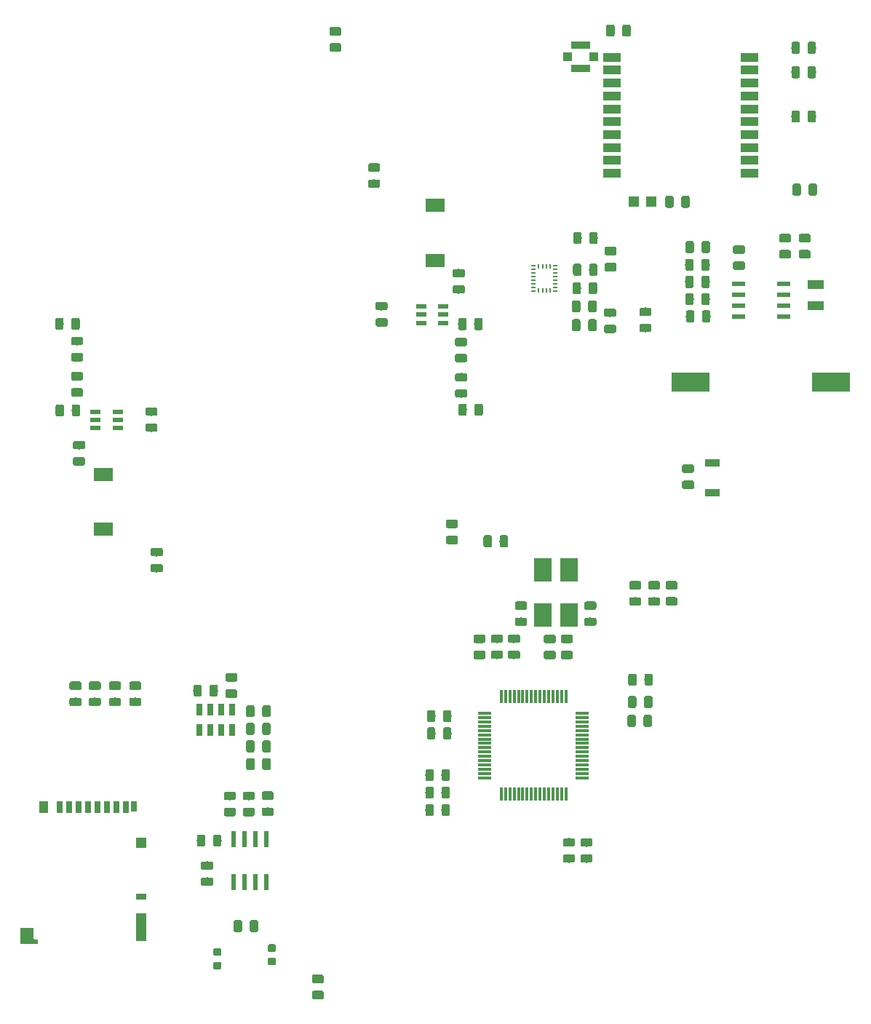
<source format=gbr>
G04 #@! TF.GenerationSoftware,KiCad,Pcbnew,5.0.2-bee76a0~70~ubuntu18.04.1*
G04 #@! TF.CreationDate,2019-09-22T14:56:38-07:00*
G04 #@! TF.ProjectId,habiv-board,68616269-762d-4626-9f61-72642e6b6963,rev?*
G04 #@! TF.SameCoordinates,Original*
G04 #@! TF.FileFunction,Paste,Top*
G04 #@! TF.FilePolarity,Positive*
%FSLAX46Y46*%
G04 Gerber Fmt 4.6, Leading zero omitted, Abs format (unit mm)*
G04 Created by KiCad (PCBNEW 5.0.2-bee76a0~70~ubuntu18.04.1) date Sun 22 Sep 2019 02:56:38 PM PDT*
%MOMM*%
%LPD*%
G01*
G04 APERTURE LIST*
%ADD10C,0.100000*%
%ADD11C,0.975000*%
%ADD12R,0.650000X1.360000*%
%ADD13R,2.000000X1.000000*%
%ADD14R,1.200000X1.200000*%
%ADD15R,2.200000X0.850000*%
%ADD16R,1.050000X1.000000*%
%ADD17R,1.650000X0.610000*%
%ADD18R,1.905000X1.092200*%
%ADD19R,2.200000X1.500000*%
%ADD20R,1.270000X0.558800*%
%ADD21R,0.300000X1.500000*%
%ADD22R,1.500000X0.300000*%
%ADD23R,0.700000X1.400000*%
%ADD24R,1.500000X1.900000*%
%ADD25R,1.000000X1.400000*%
%ADD26R,1.200000X3.200000*%
%ADD27R,0.700000X1.200000*%
%ADD28R,0.500000X0.500000*%
%ADD29R,1.200000X0.800000*%
%ADD30C,0.200000*%
%ADD31R,1.700000X0.900000*%
%ADD32R,2.100000X2.700000*%
%ADD33R,0.530000X1.980000*%
%ADD34C,0.875000*%
%ADD35R,4.500000X2.300000*%
%ADD36R,0.280000X0.550000*%
%ADD37R,0.550000X0.280000*%
G04 APERTURE END LIST*
D10*
G04 #@! TO.C,C7*
G36*
X153018642Y-12255174D02*
X153042303Y-12258684D01*
X153065507Y-12264496D01*
X153088029Y-12272554D01*
X153109653Y-12282782D01*
X153130170Y-12295079D01*
X153149383Y-12309329D01*
X153167107Y-12325393D01*
X153183171Y-12343117D01*
X153197421Y-12362330D01*
X153209718Y-12382847D01*
X153219946Y-12404471D01*
X153228004Y-12426993D01*
X153233816Y-12450197D01*
X153237326Y-12473858D01*
X153238500Y-12497750D01*
X153238500Y-13410250D01*
X153237326Y-13434142D01*
X153233816Y-13457803D01*
X153228004Y-13481007D01*
X153219946Y-13503529D01*
X153209718Y-13525153D01*
X153197421Y-13545670D01*
X153183171Y-13564883D01*
X153167107Y-13582607D01*
X153149383Y-13598671D01*
X153130170Y-13612921D01*
X153109653Y-13625218D01*
X153088029Y-13635446D01*
X153065507Y-13643504D01*
X153042303Y-13649316D01*
X153018642Y-13652826D01*
X152994750Y-13654000D01*
X152507250Y-13654000D01*
X152483358Y-13652826D01*
X152459697Y-13649316D01*
X152436493Y-13643504D01*
X152413971Y-13635446D01*
X152392347Y-13625218D01*
X152371830Y-13612921D01*
X152352617Y-13598671D01*
X152334893Y-13582607D01*
X152318829Y-13564883D01*
X152304579Y-13545670D01*
X152292282Y-13525153D01*
X152282054Y-13503529D01*
X152273996Y-13481007D01*
X152268184Y-13457803D01*
X152264674Y-13434142D01*
X152263500Y-13410250D01*
X152263500Y-12497750D01*
X152264674Y-12473858D01*
X152268184Y-12450197D01*
X152273996Y-12426993D01*
X152282054Y-12404471D01*
X152292282Y-12382847D01*
X152304579Y-12362330D01*
X152318829Y-12343117D01*
X152334893Y-12325393D01*
X152352617Y-12309329D01*
X152371830Y-12295079D01*
X152392347Y-12282782D01*
X152413971Y-12272554D01*
X152436493Y-12264496D01*
X152459697Y-12258684D01*
X152483358Y-12255174D01*
X152507250Y-12254000D01*
X152994750Y-12254000D01*
X153018642Y-12255174D01*
X153018642Y-12255174D01*
G37*
D11*
X152751000Y-12954000D03*
D10*
G36*
X151143642Y-12255174D02*
X151167303Y-12258684D01*
X151190507Y-12264496D01*
X151213029Y-12272554D01*
X151234653Y-12282782D01*
X151255170Y-12295079D01*
X151274383Y-12309329D01*
X151292107Y-12325393D01*
X151308171Y-12343117D01*
X151322421Y-12362330D01*
X151334718Y-12382847D01*
X151344946Y-12404471D01*
X151353004Y-12426993D01*
X151358816Y-12450197D01*
X151362326Y-12473858D01*
X151363500Y-12497750D01*
X151363500Y-13410250D01*
X151362326Y-13434142D01*
X151358816Y-13457803D01*
X151353004Y-13481007D01*
X151344946Y-13503529D01*
X151334718Y-13525153D01*
X151322421Y-13545670D01*
X151308171Y-13564883D01*
X151292107Y-13582607D01*
X151274383Y-13598671D01*
X151255170Y-13612921D01*
X151234653Y-13625218D01*
X151213029Y-13635446D01*
X151190507Y-13643504D01*
X151167303Y-13649316D01*
X151143642Y-13652826D01*
X151119750Y-13654000D01*
X150632250Y-13654000D01*
X150608358Y-13652826D01*
X150584697Y-13649316D01*
X150561493Y-13643504D01*
X150538971Y-13635446D01*
X150517347Y-13625218D01*
X150496830Y-13612921D01*
X150477617Y-13598671D01*
X150459893Y-13582607D01*
X150443829Y-13564883D01*
X150429579Y-13545670D01*
X150417282Y-13525153D01*
X150407054Y-13503529D01*
X150398996Y-13481007D01*
X150393184Y-13457803D01*
X150389674Y-13434142D01*
X150388500Y-13410250D01*
X150388500Y-12497750D01*
X150389674Y-12473858D01*
X150393184Y-12450197D01*
X150398996Y-12426993D01*
X150407054Y-12404471D01*
X150417282Y-12382847D01*
X150429579Y-12362330D01*
X150443829Y-12343117D01*
X150459893Y-12325393D01*
X150477617Y-12309329D01*
X150496830Y-12295079D01*
X150517347Y-12282782D01*
X150538971Y-12272554D01*
X150561493Y-12264496D01*
X150584697Y-12258684D01*
X150608358Y-12255174D01*
X150632250Y-12254000D01*
X151119750Y-12254000D01*
X151143642Y-12255174D01*
X151143642Y-12255174D01*
G37*
D11*
X150876000Y-12954000D03*
G04 #@! TD*
D10*
G04 #@! TO.C,C4*
G36*
X173962142Y-38472674D02*
X173985803Y-38476184D01*
X174009007Y-38481996D01*
X174031529Y-38490054D01*
X174053153Y-38500282D01*
X174073670Y-38512579D01*
X174092883Y-38526829D01*
X174110607Y-38542893D01*
X174126671Y-38560617D01*
X174140921Y-38579830D01*
X174153218Y-38600347D01*
X174163446Y-38621971D01*
X174171504Y-38644493D01*
X174177316Y-38667697D01*
X174180826Y-38691358D01*
X174182000Y-38715250D01*
X174182000Y-39202750D01*
X174180826Y-39226642D01*
X174177316Y-39250303D01*
X174171504Y-39273507D01*
X174163446Y-39296029D01*
X174153218Y-39317653D01*
X174140921Y-39338170D01*
X174126671Y-39357383D01*
X174110607Y-39375107D01*
X174092883Y-39391171D01*
X174073670Y-39405421D01*
X174053153Y-39417718D01*
X174031529Y-39427946D01*
X174009007Y-39436004D01*
X173985803Y-39441816D01*
X173962142Y-39445326D01*
X173938250Y-39446500D01*
X173025750Y-39446500D01*
X173001858Y-39445326D01*
X172978197Y-39441816D01*
X172954993Y-39436004D01*
X172932471Y-39427946D01*
X172910847Y-39417718D01*
X172890330Y-39405421D01*
X172871117Y-39391171D01*
X172853393Y-39375107D01*
X172837329Y-39357383D01*
X172823079Y-39338170D01*
X172810782Y-39317653D01*
X172800554Y-39296029D01*
X172792496Y-39273507D01*
X172786684Y-39250303D01*
X172783174Y-39226642D01*
X172782000Y-39202750D01*
X172782000Y-38715250D01*
X172783174Y-38691358D01*
X172786684Y-38667697D01*
X172792496Y-38644493D01*
X172800554Y-38621971D01*
X172810782Y-38600347D01*
X172823079Y-38579830D01*
X172837329Y-38560617D01*
X172853393Y-38542893D01*
X172871117Y-38526829D01*
X172890330Y-38512579D01*
X172910847Y-38500282D01*
X172932471Y-38490054D01*
X172954993Y-38481996D01*
X172978197Y-38476184D01*
X173001858Y-38472674D01*
X173025750Y-38471500D01*
X173938250Y-38471500D01*
X173962142Y-38472674D01*
X173962142Y-38472674D01*
G37*
D11*
X173482000Y-38959000D03*
D10*
G36*
X173962142Y-36597674D02*
X173985803Y-36601184D01*
X174009007Y-36606996D01*
X174031529Y-36615054D01*
X174053153Y-36625282D01*
X174073670Y-36637579D01*
X174092883Y-36651829D01*
X174110607Y-36667893D01*
X174126671Y-36685617D01*
X174140921Y-36704830D01*
X174153218Y-36725347D01*
X174163446Y-36746971D01*
X174171504Y-36769493D01*
X174177316Y-36792697D01*
X174180826Y-36816358D01*
X174182000Y-36840250D01*
X174182000Y-37327750D01*
X174180826Y-37351642D01*
X174177316Y-37375303D01*
X174171504Y-37398507D01*
X174163446Y-37421029D01*
X174153218Y-37442653D01*
X174140921Y-37463170D01*
X174126671Y-37482383D01*
X174110607Y-37500107D01*
X174092883Y-37516171D01*
X174073670Y-37530421D01*
X174053153Y-37542718D01*
X174031529Y-37552946D01*
X174009007Y-37561004D01*
X173985803Y-37566816D01*
X173962142Y-37570326D01*
X173938250Y-37571500D01*
X173025750Y-37571500D01*
X173001858Y-37570326D01*
X172978197Y-37566816D01*
X172954993Y-37561004D01*
X172932471Y-37552946D01*
X172910847Y-37542718D01*
X172890330Y-37530421D01*
X172871117Y-37516171D01*
X172853393Y-37500107D01*
X172837329Y-37482383D01*
X172823079Y-37463170D01*
X172810782Y-37442653D01*
X172800554Y-37421029D01*
X172792496Y-37398507D01*
X172786684Y-37375303D01*
X172783174Y-37351642D01*
X172782000Y-37327750D01*
X172782000Y-36840250D01*
X172783174Y-36816358D01*
X172786684Y-36792697D01*
X172792496Y-36769493D01*
X172800554Y-36746971D01*
X172810782Y-36725347D01*
X172823079Y-36704830D01*
X172837329Y-36685617D01*
X172853393Y-36667893D01*
X172871117Y-36651829D01*
X172890330Y-36637579D01*
X172910847Y-36625282D01*
X172932471Y-36615054D01*
X172954993Y-36606996D01*
X172978197Y-36601184D01*
X173001858Y-36597674D01*
X173025750Y-36596500D01*
X173938250Y-36596500D01*
X173962142Y-36597674D01*
X173962142Y-36597674D01*
G37*
D11*
X173482000Y-37084000D03*
G04 #@! TD*
D10*
G04 #@! TO.C,C1*
G36*
X171676142Y-36597674D02*
X171699803Y-36601184D01*
X171723007Y-36606996D01*
X171745529Y-36615054D01*
X171767153Y-36625282D01*
X171787670Y-36637579D01*
X171806883Y-36651829D01*
X171824607Y-36667893D01*
X171840671Y-36685617D01*
X171854921Y-36704830D01*
X171867218Y-36725347D01*
X171877446Y-36746971D01*
X171885504Y-36769493D01*
X171891316Y-36792697D01*
X171894826Y-36816358D01*
X171896000Y-36840250D01*
X171896000Y-37327750D01*
X171894826Y-37351642D01*
X171891316Y-37375303D01*
X171885504Y-37398507D01*
X171877446Y-37421029D01*
X171867218Y-37442653D01*
X171854921Y-37463170D01*
X171840671Y-37482383D01*
X171824607Y-37500107D01*
X171806883Y-37516171D01*
X171787670Y-37530421D01*
X171767153Y-37542718D01*
X171745529Y-37552946D01*
X171723007Y-37561004D01*
X171699803Y-37566816D01*
X171676142Y-37570326D01*
X171652250Y-37571500D01*
X170739750Y-37571500D01*
X170715858Y-37570326D01*
X170692197Y-37566816D01*
X170668993Y-37561004D01*
X170646471Y-37552946D01*
X170624847Y-37542718D01*
X170604330Y-37530421D01*
X170585117Y-37516171D01*
X170567393Y-37500107D01*
X170551329Y-37482383D01*
X170537079Y-37463170D01*
X170524782Y-37442653D01*
X170514554Y-37421029D01*
X170506496Y-37398507D01*
X170500684Y-37375303D01*
X170497174Y-37351642D01*
X170496000Y-37327750D01*
X170496000Y-36840250D01*
X170497174Y-36816358D01*
X170500684Y-36792697D01*
X170506496Y-36769493D01*
X170514554Y-36746971D01*
X170524782Y-36725347D01*
X170537079Y-36704830D01*
X170551329Y-36685617D01*
X170567393Y-36667893D01*
X170585117Y-36651829D01*
X170604330Y-36637579D01*
X170624847Y-36625282D01*
X170646471Y-36615054D01*
X170668993Y-36606996D01*
X170692197Y-36601184D01*
X170715858Y-36597674D01*
X170739750Y-36596500D01*
X171652250Y-36596500D01*
X171676142Y-36597674D01*
X171676142Y-36597674D01*
G37*
D11*
X171196000Y-37084000D03*
D10*
G36*
X171676142Y-38472674D02*
X171699803Y-38476184D01*
X171723007Y-38481996D01*
X171745529Y-38490054D01*
X171767153Y-38500282D01*
X171787670Y-38512579D01*
X171806883Y-38526829D01*
X171824607Y-38542893D01*
X171840671Y-38560617D01*
X171854921Y-38579830D01*
X171867218Y-38600347D01*
X171877446Y-38621971D01*
X171885504Y-38644493D01*
X171891316Y-38667697D01*
X171894826Y-38691358D01*
X171896000Y-38715250D01*
X171896000Y-39202750D01*
X171894826Y-39226642D01*
X171891316Y-39250303D01*
X171885504Y-39273507D01*
X171877446Y-39296029D01*
X171867218Y-39317653D01*
X171854921Y-39338170D01*
X171840671Y-39357383D01*
X171824607Y-39375107D01*
X171806883Y-39391171D01*
X171787670Y-39405421D01*
X171767153Y-39417718D01*
X171745529Y-39427946D01*
X171723007Y-39436004D01*
X171699803Y-39441816D01*
X171676142Y-39445326D01*
X171652250Y-39446500D01*
X170739750Y-39446500D01*
X170715858Y-39445326D01*
X170692197Y-39441816D01*
X170668993Y-39436004D01*
X170646471Y-39427946D01*
X170624847Y-39417718D01*
X170604330Y-39405421D01*
X170585117Y-39391171D01*
X170567393Y-39375107D01*
X170551329Y-39357383D01*
X170537079Y-39338170D01*
X170524782Y-39317653D01*
X170514554Y-39296029D01*
X170506496Y-39273507D01*
X170500684Y-39250303D01*
X170497174Y-39226642D01*
X170496000Y-39202750D01*
X170496000Y-38715250D01*
X170497174Y-38691358D01*
X170500684Y-38667697D01*
X170506496Y-38644493D01*
X170514554Y-38621971D01*
X170524782Y-38600347D01*
X170537079Y-38579830D01*
X170551329Y-38560617D01*
X170567393Y-38542893D01*
X170585117Y-38526829D01*
X170604330Y-38512579D01*
X170624847Y-38500282D01*
X170646471Y-38490054D01*
X170668993Y-38481996D01*
X170692197Y-38476184D01*
X170715858Y-38472674D01*
X170739750Y-38471500D01*
X171652250Y-38471500D01*
X171676142Y-38472674D01*
X171676142Y-38472674D01*
G37*
D11*
X171196000Y-38959000D03*
G04 #@! TD*
D12*
G04 #@! TO.C,U7*
X106824234Y-91959805D03*
X106824234Y-94309805D03*
X105574234Y-91959805D03*
X104324234Y-91959805D03*
X103074234Y-91959805D03*
X103074234Y-94309805D03*
X104324234Y-94309805D03*
X105574234Y-94309805D03*
G04 #@! TD*
D10*
G04 #@! TO.C,C10*
G36*
X104981876Y-89030979D02*
X105005537Y-89034489D01*
X105028741Y-89040301D01*
X105051263Y-89048359D01*
X105072887Y-89058587D01*
X105093404Y-89070884D01*
X105112617Y-89085134D01*
X105130341Y-89101198D01*
X105146405Y-89118922D01*
X105160655Y-89138135D01*
X105172952Y-89158652D01*
X105183180Y-89180276D01*
X105191238Y-89202798D01*
X105197050Y-89226002D01*
X105200560Y-89249663D01*
X105201734Y-89273555D01*
X105201734Y-90186055D01*
X105200560Y-90209947D01*
X105197050Y-90233608D01*
X105191238Y-90256812D01*
X105183180Y-90279334D01*
X105172952Y-90300958D01*
X105160655Y-90321475D01*
X105146405Y-90340688D01*
X105130341Y-90358412D01*
X105112617Y-90374476D01*
X105093404Y-90388726D01*
X105072887Y-90401023D01*
X105051263Y-90411251D01*
X105028741Y-90419309D01*
X105005537Y-90425121D01*
X104981876Y-90428631D01*
X104957984Y-90429805D01*
X104470484Y-90429805D01*
X104446592Y-90428631D01*
X104422931Y-90425121D01*
X104399727Y-90419309D01*
X104377205Y-90411251D01*
X104355581Y-90401023D01*
X104335064Y-90388726D01*
X104315851Y-90374476D01*
X104298127Y-90358412D01*
X104282063Y-90340688D01*
X104267813Y-90321475D01*
X104255516Y-90300958D01*
X104245288Y-90279334D01*
X104237230Y-90256812D01*
X104231418Y-90233608D01*
X104227908Y-90209947D01*
X104226734Y-90186055D01*
X104226734Y-89273555D01*
X104227908Y-89249663D01*
X104231418Y-89226002D01*
X104237230Y-89202798D01*
X104245288Y-89180276D01*
X104255516Y-89158652D01*
X104267813Y-89138135D01*
X104282063Y-89118922D01*
X104298127Y-89101198D01*
X104315851Y-89085134D01*
X104335064Y-89070884D01*
X104355581Y-89058587D01*
X104377205Y-89048359D01*
X104399727Y-89040301D01*
X104422931Y-89034489D01*
X104446592Y-89030979D01*
X104470484Y-89029805D01*
X104957984Y-89029805D01*
X104981876Y-89030979D01*
X104981876Y-89030979D01*
G37*
D11*
X104714234Y-89729805D03*
D10*
G36*
X103106876Y-89030979D02*
X103130537Y-89034489D01*
X103153741Y-89040301D01*
X103176263Y-89048359D01*
X103197887Y-89058587D01*
X103218404Y-89070884D01*
X103237617Y-89085134D01*
X103255341Y-89101198D01*
X103271405Y-89118922D01*
X103285655Y-89138135D01*
X103297952Y-89158652D01*
X103308180Y-89180276D01*
X103316238Y-89202798D01*
X103322050Y-89226002D01*
X103325560Y-89249663D01*
X103326734Y-89273555D01*
X103326734Y-90186055D01*
X103325560Y-90209947D01*
X103322050Y-90233608D01*
X103316238Y-90256812D01*
X103308180Y-90279334D01*
X103297952Y-90300958D01*
X103285655Y-90321475D01*
X103271405Y-90340688D01*
X103255341Y-90358412D01*
X103237617Y-90374476D01*
X103218404Y-90388726D01*
X103197887Y-90401023D01*
X103176263Y-90411251D01*
X103153741Y-90419309D01*
X103130537Y-90425121D01*
X103106876Y-90428631D01*
X103082984Y-90429805D01*
X102595484Y-90429805D01*
X102571592Y-90428631D01*
X102547931Y-90425121D01*
X102524727Y-90419309D01*
X102502205Y-90411251D01*
X102480581Y-90401023D01*
X102460064Y-90388726D01*
X102440851Y-90374476D01*
X102423127Y-90358412D01*
X102407063Y-90340688D01*
X102392813Y-90321475D01*
X102380516Y-90300958D01*
X102370288Y-90279334D01*
X102362230Y-90256812D01*
X102356418Y-90233608D01*
X102352908Y-90209947D01*
X102351734Y-90186055D01*
X102351734Y-89273555D01*
X102352908Y-89249663D01*
X102356418Y-89226002D01*
X102362230Y-89202798D01*
X102370288Y-89180276D01*
X102380516Y-89158652D01*
X102392813Y-89138135D01*
X102407063Y-89118922D01*
X102423127Y-89101198D01*
X102440851Y-89085134D01*
X102460064Y-89070884D01*
X102480581Y-89058587D01*
X102502205Y-89048359D01*
X102524727Y-89040301D01*
X102547931Y-89034489D01*
X102571592Y-89030979D01*
X102595484Y-89029805D01*
X103082984Y-89029805D01*
X103106876Y-89030979D01*
X103106876Y-89030979D01*
G37*
D11*
X102839234Y-89729805D03*
G04 #@! TD*
D10*
G04 #@! TO.C,R31*
G36*
X111131876Y-91430979D02*
X111155537Y-91434489D01*
X111178741Y-91440301D01*
X111201263Y-91448359D01*
X111222887Y-91458587D01*
X111243404Y-91470884D01*
X111262617Y-91485134D01*
X111280341Y-91501198D01*
X111296405Y-91518922D01*
X111310655Y-91538135D01*
X111322952Y-91558652D01*
X111333180Y-91580276D01*
X111341238Y-91602798D01*
X111347050Y-91626002D01*
X111350560Y-91649663D01*
X111351734Y-91673555D01*
X111351734Y-92586055D01*
X111350560Y-92609947D01*
X111347050Y-92633608D01*
X111341238Y-92656812D01*
X111333180Y-92679334D01*
X111322952Y-92700958D01*
X111310655Y-92721475D01*
X111296405Y-92740688D01*
X111280341Y-92758412D01*
X111262617Y-92774476D01*
X111243404Y-92788726D01*
X111222887Y-92801023D01*
X111201263Y-92811251D01*
X111178741Y-92819309D01*
X111155537Y-92825121D01*
X111131876Y-92828631D01*
X111107984Y-92829805D01*
X110620484Y-92829805D01*
X110596592Y-92828631D01*
X110572931Y-92825121D01*
X110549727Y-92819309D01*
X110527205Y-92811251D01*
X110505581Y-92801023D01*
X110485064Y-92788726D01*
X110465851Y-92774476D01*
X110448127Y-92758412D01*
X110432063Y-92740688D01*
X110417813Y-92721475D01*
X110405516Y-92700958D01*
X110395288Y-92679334D01*
X110387230Y-92656812D01*
X110381418Y-92633608D01*
X110377908Y-92609947D01*
X110376734Y-92586055D01*
X110376734Y-91673555D01*
X110377908Y-91649663D01*
X110381418Y-91626002D01*
X110387230Y-91602798D01*
X110395288Y-91580276D01*
X110405516Y-91558652D01*
X110417813Y-91538135D01*
X110432063Y-91518922D01*
X110448127Y-91501198D01*
X110465851Y-91485134D01*
X110485064Y-91470884D01*
X110505581Y-91458587D01*
X110527205Y-91448359D01*
X110549727Y-91440301D01*
X110572931Y-91434489D01*
X110596592Y-91430979D01*
X110620484Y-91429805D01*
X111107984Y-91429805D01*
X111131876Y-91430979D01*
X111131876Y-91430979D01*
G37*
D11*
X110864234Y-92129805D03*
D10*
G36*
X109256876Y-91430979D02*
X109280537Y-91434489D01*
X109303741Y-91440301D01*
X109326263Y-91448359D01*
X109347887Y-91458587D01*
X109368404Y-91470884D01*
X109387617Y-91485134D01*
X109405341Y-91501198D01*
X109421405Y-91518922D01*
X109435655Y-91538135D01*
X109447952Y-91558652D01*
X109458180Y-91580276D01*
X109466238Y-91602798D01*
X109472050Y-91626002D01*
X109475560Y-91649663D01*
X109476734Y-91673555D01*
X109476734Y-92586055D01*
X109475560Y-92609947D01*
X109472050Y-92633608D01*
X109466238Y-92656812D01*
X109458180Y-92679334D01*
X109447952Y-92700958D01*
X109435655Y-92721475D01*
X109421405Y-92740688D01*
X109405341Y-92758412D01*
X109387617Y-92774476D01*
X109368404Y-92788726D01*
X109347887Y-92801023D01*
X109326263Y-92811251D01*
X109303741Y-92819309D01*
X109280537Y-92825121D01*
X109256876Y-92828631D01*
X109232984Y-92829805D01*
X108745484Y-92829805D01*
X108721592Y-92828631D01*
X108697931Y-92825121D01*
X108674727Y-92819309D01*
X108652205Y-92811251D01*
X108630581Y-92801023D01*
X108610064Y-92788726D01*
X108590851Y-92774476D01*
X108573127Y-92758412D01*
X108557063Y-92740688D01*
X108542813Y-92721475D01*
X108530516Y-92700958D01*
X108520288Y-92679334D01*
X108512230Y-92656812D01*
X108506418Y-92633608D01*
X108502908Y-92609947D01*
X108501734Y-92586055D01*
X108501734Y-91673555D01*
X108502908Y-91649663D01*
X108506418Y-91626002D01*
X108512230Y-91602798D01*
X108520288Y-91580276D01*
X108530516Y-91558652D01*
X108542813Y-91538135D01*
X108557063Y-91518922D01*
X108573127Y-91501198D01*
X108590851Y-91485134D01*
X108610064Y-91470884D01*
X108630581Y-91458587D01*
X108652205Y-91448359D01*
X108674727Y-91440301D01*
X108697931Y-91434489D01*
X108721592Y-91430979D01*
X108745484Y-91429805D01*
X109232984Y-91429805D01*
X109256876Y-91430979D01*
X109256876Y-91430979D01*
G37*
D11*
X108989234Y-92129805D03*
G04 #@! TD*
D10*
G04 #@! TO.C,R34*
G36*
X109256876Y-93480979D02*
X109280537Y-93484489D01*
X109303741Y-93490301D01*
X109326263Y-93498359D01*
X109347887Y-93508587D01*
X109368404Y-93520884D01*
X109387617Y-93535134D01*
X109405341Y-93551198D01*
X109421405Y-93568922D01*
X109435655Y-93588135D01*
X109447952Y-93608652D01*
X109458180Y-93630276D01*
X109466238Y-93652798D01*
X109472050Y-93676002D01*
X109475560Y-93699663D01*
X109476734Y-93723555D01*
X109476734Y-94636055D01*
X109475560Y-94659947D01*
X109472050Y-94683608D01*
X109466238Y-94706812D01*
X109458180Y-94729334D01*
X109447952Y-94750958D01*
X109435655Y-94771475D01*
X109421405Y-94790688D01*
X109405341Y-94808412D01*
X109387617Y-94824476D01*
X109368404Y-94838726D01*
X109347887Y-94851023D01*
X109326263Y-94861251D01*
X109303741Y-94869309D01*
X109280537Y-94875121D01*
X109256876Y-94878631D01*
X109232984Y-94879805D01*
X108745484Y-94879805D01*
X108721592Y-94878631D01*
X108697931Y-94875121D01*
X108674727Y-94869309D01*
X108652205Y-94861251D01*
X108630581Y-94851023D01*
X108610064Y-94838726D01*
X108590851Y-94824476D01*
X108573127Y-94808412D01*
X108557063Y-94790688D01*
X108542813Y-94771475D01*
X108530516Y-94750958D01*
X108520288Y-94729334D01*
X108512230Y-94706812D01*
X108506418Y-94683608D01*
X108502908Y-94659947D01*
X108501734Y-94636055D01*
X108501734Y-93723555D01*
X108502908Y-93699663D01*
X108506418Y-93676002D01*
X108512230Y-93652798D01*
X108520288Y-93630276D01*
X108530516Y-93608652D01*
X108542813Y-93588135D01*
X108557063Y-93568922D01*
X108573127Y-93551198D01*
X108590851Y-93535134D01*
X108610064Y-93520884D01*
X108630581Y-93508587D01*
X108652205Y-93498359D01*
X108674727Y-93490301D01*
X108697931Y-93484489D01*
X108721592Y-93480979D01*
X108745484Y-93479805D01*
X109232984Y-93479805D01*
X109256876Y-93480979D01*
X109256876Y-93480979D01*
G37*
D11*
X108989234Y-94179805D03*
D10*
G36*
X111131876Y-93480979D02*
X111155537Y-93484489D01*
X111178741Y-93490301D01*
X111201263Y-93498359D01*
X111222887Y-93508587D01*
X111243404Y-93520884D01*
X111262617Y-93535134D01*
X111280341Y-93551198D01*
X111296405Y-93568922D01*
X111310655Y-93588135D01*
X111322952Y-93608652D01*
X111333180Y-93630276D01*
X111341238Y-93652798D01*
X111347050Y-93676002D01*
X111350560Y-93699663D01*
X111351734Y-93723555D01*
X111351734Y-94636055D01*
X111350560Y-94659947D01*
X111347050Y-94683608D01*
X111341238Y-94706812D01*
X111333180Y-94729334D01*
X111322952Y-94750958D01*
X111310655Y-94771475D01*
X111296405Y-94790688D01*
X111280341Y-94808412D01*
X111262617Y-94824476D01*
X111243404Y-94838726D01*
X111222887Y-94851023D01*
X111201263Y-94861251D01*
X111178741Y-94869309D01*
X111155537Y-94875121D01*
X111131876Y-94878631D01*
X111107984Y-94879805D01*
X110620484Y-94879805D01*
X110596592Y-94878631D01*
X110572931Y-94875121D01*
X110549727Y-94869309D01*
X110527205Y-94861251D01*
X110505581Y-94851023D01*
X110485064Y-94838726D01*
X110465851Y-94824476D01*
X110448127Y-94808412D01*
X110432063Y-94790688D01*
X110417813Y-94771475D01*
X110405516Y-94750958D01*
X110395288Y-94729334D01*
X110387230Y-94706812D01*
X110381418Y-94683608D01*
X110377908Y-94659947D01*
X110376734Y-94636055D01*
X110376734Y-93723555D01*
X110377908Y-93699663D01*
X110381418Y-93676002D01*
X110387230Y-93652798D01*
X110395288Y-93630276D01*
X110405516Y-93608652D01*
X110417813Y-93588135D01*
X110432063Y-93568922D01*
X110448127Y-93551198D01*
X110465851Y-93535134D01*
X110485064Y-93520884D01*
X110505581Y-93508587D01*
X110527205Y-93498359D01*
X110549727Y-93490301D01*
X110572931Y-93484489D01*
X110596592Y-93480979D01*
X110620484Y-93479805D01*
X111107984Y-93479805D01*
X111131876Y-93480979D01*
X111131876Y-93480979D01*
G37*
D11*
X110864234Y-94179805D03*
G04 #@! TD*
D10*
G04 #@! TO.C,R35*
G36*
X111131876Y-95530979D02*
X111155537Y-95534489D01*
X111178741Y-95540301D01*
X111201263Y-95548359D01*
X111222887Y-95558587D01*
X111243404Y-95570884D01*
X111262617Y-95585134D01*
X111280341Y-95601198D01*
X111296405Y-95618922D01*
X111310655Y-95638135D01*
X111322952Y-95658652D01*
X111333180Y-95680276D01*
X111341238Y-95702798D01*
X111347050Y-95726002D01*
X111350560Y-95749663D01*
X111351734Y-95773555D01*
X111351734Y-96686055D01*
X111350560Y-96709947D01*
X111347050Y-96733608D01*
X111341238Y-96756812D01*
X111333180Y-96779334D01*
X111322952Y-96800958D01*
X111310655Y-96821475D01*
X111296405Y-96840688D01*
X111280341Y-96858412D01*
X111262617Y-96874476D01*
X111243404Y-96888726D01*
X111222887Y-96901023D01*
X111201263Y-96911251D01*
X111178741Y-96919309D01*
X111155537Y-96925121D01*
X111131876Y-96928631D01*
X111107984Y-96929805D01*
X110620484Y-96929805D01*
X110596592Y-96928631D01*
X110572931Y-96925121D01*
X110549727Y-96919309D01*
X110527205Y-96911251D01*
X110505581Y-96901023D01*
X110485064Y-96888726D01*
X110465851Y-96874476D01*
X110448127Y-96858412D01*
X110432063Y-96840688D01*
X110417813Y-96821475D01*
X110405516Y-96800958D01*
X110395288Y-96779334D01*
X110387230Y-96756812D01*
X110381418Y-96733608D01*
X110377908Y-96709947D01*
X110376734Y-96686055D01*
X110376734Y-95773555D01*
X110377908Y-95749663D01*
X110381418Y-95726002D01*
X110387230Y-95702798D01*
X110395288Y-95680276D01*
X110405516Y-95658652D01*
X110417813Y-95638135D01*
X110432063Y-95618922D01*
X110448127Y-95601198D01*
X110465851Y-95585134D01*
X110485064Y-95570884D01*
X110505581Y-95558587D01*
X110527205Y-95548359D01*
X110549727Y-95540301D01*
X110572931Y-95534489D01*
X110596592Y-95530979D01*
X110620484Y-95529805D01*
X111107984Y-95529805D01*
X111131876Y-95530979D01*
X111131876Y-95530979D01*
G37*
D11*
X110864234Y-96229805D03*
D10*
G36*
X109256876Y-95530979D02*
X109280537Y-95534489D01*
X109303741Y-95540301D01*
X109326263Y-95548359D01*
X109347887Y-95558587D01*
X109368404Y-95570884D01*
X109387617Y-95585134D01*
X109405341Y-95601198D01*
X109421405Y-95618922D01*
X109435655Y-95638135D01*
X109447952Y-95658652D01*
X109458180Y-95680276D01*
X109466238Y-95702798D01*
X109472050Y-95726002D01*
X109475560Y-95749663D01*
X109476734Y-95773555D01*
X109476734Y-96686055D01*
X109475560Y-96709947D01*
X109472050Y-96733608D01*
X109466238Y-96756812D01*
X109458180Y-96779334D01*
X109447952Y-96800958D01*
X109435655Y-96821475D01*
X109421405Y-96840688D01*
X109405341Y-96858412D01*
X109387617Y-96874476D01*
X109368404Y-96888726D01*
X109347887Y-96901023D01*
X109326263Y-96911251D01*
X109303741Y-96919309D01*
X109280537Y-96925121D01*
X109256876Y-96928631D01*
X109232984Y-96929805D01*
X108745484Y-96929805D01*
X108721592Y-96928631D01*
X108697931Y-96925121D01*
X108674727Y-96919309D01*
X108652205Y-96911251D01*
X108630581Y-96901023D01*
X108610064Y-96888726D01*
X108590851Y-96874476D01*
X108573127Y-96858412D01*
X108557063Y-96840688D01*
X108542813Y-96821475D01*
X108530516Y-96800958D01*
X108520288Y-96779334D01*
X108512230Y-96756812D01*
X108506418Y-96733608D01*
X108502908Y-96709947D01*
X108501734Y-96686055D01*
X108501734Y-95773555D01*
X108502908Y-95749663D01*
X108506418Y-95726002D01*
X108512230Y-95702798D01*
X108520288Y-95680276D01*
X108530516Y-95658652D01*
X108542813Y-95638135D01*
X108557063Y-95618922D01*
X108573127Y-95601198D01*
X108590851Y-95585134D01*
X108610064Y-95570884D01*
X108630581Y-95558587D01*
X108652205Y-95548359D01*
X108674727Y-95540301D01*
X108697931Y-95534489D01*
X108721592Y-95530979D01*
X108745484Y-95529805D01*
X109232984Y-95529805D01*
X109256876Y-95530979D01*
X109256876Y-95530979D01*
G37*
D11*
X108989234Y-96229805D03*
G04 #@! TD*
D10*
G04 #@! TO.C,R36*
G36*
X111131876Y-97580979D02*
X111155537Y-97584489D01*
X111178741Y-97590301D01*
X111201263Y-97598359D01*
X111222887Y-97608587D01*
X111243404Y-97620884D01*
X111262617Y-97635134D01*
X111280341Y-97651198D01*
X111296405Y-97668922D01*
X111310655Y-97688135D01*
X111322952Y-97708652D01*
X111333180Y-97730276D01*
X111341238Y-97752798D01*
X111347050Y-97776002D01*
X111350560Y-97799663D01*
X111351734Y-97823555D01*
X111351734Y-98736055D01*
X111350560Y-98759947D01*
X111347050Y-98783608D01*
X111341238Y-98806812D01*
X111333180Y-98829334D01*
X111322952Y-98850958D01*
X111310655Y-98871475D01*
X111296405Y-98890688D01*
X111280341Y-98908412D01*
X111262617Y-98924476D01*
X111243404Y-98938726D01*
X111222887Y-98951023D01*
X111201263Y-98961251D01*
X111178741Y-98969309D01*
X111155537Y-98975121D01*
X111131876Y-98978631D01*
X111107984Y-98979805D01*
X110620484Y-98979805D01*
X110596592Y-98978631D01*
X110572931Y-98975121D01*
X110549727Y-98969309D01*
X110527205Y-98961251D01*
X110505581Y-98951023D01*
X110485064Y-98938726D01*
X110465851Y-98924476D01*
X110448127Y-98908412D01*
X110432063Y-98890688D01*
X110417813Y-98871475D01*
X110405516Y-98850958D01*
X110395288Y-98829334D01*
X110387230Y-98806812D01*
X110381418Y-98783608D01*
X110377908Y-98759947D01*
X110376734Y-98736055D01*
X110376734Y-97823555D01*
X110377908Y-97799663D01*
X110381418Y-97776002D01*
X110387230Y-97752798D01*
X110395288Y-97730276D01*
X110405516Y-97708652D01*
X110417813Y-97688135D01*
X110432063Y-97668922D01*
X110448127Y-97651198D01*
X110465851Y-97635134D01*
X110485064Y-97620884D01*
X110505581Y-97608587D01*
X110527205Y-97598359D01*
X110549727Y-97590301D01*
X110572931Y-97584489D01*
X110596592Y-97580979D01*
X110620484Y-97579805D01*
X111107984Y-97579805D01*
X111131876Y-97580979D01*
X111131876Y-97580979D01*
G37*
D11*
X110864234Y-98279805D03*
D10*
G36*
X109256876Y-97580979D02*
X109280537Y-97584489D01*
X109303741Y-97590301D01*
X109326263Y-97598359D01*
X109347887Y-97608587D01*
X109368404Y-97620884D01*
X109387617Y-97635134D01*
X109405341Y-97651198D01*
X109421405Y-97668922D01*
X109435655Y-97688135D01*
X109447952Y-97708652D01*
X109458180Y-97730276D01*
X109466238Y-97752798D01*
X109472050Y-97776002D01*
X109475560Y-97799663D01*
X109476734Y-97823555D01*
X109476734Y-98736055D01*
X109475560Y-98759947D01*
X109472050Y-98783608D01*
X109466238Y-98806812D01*
X109458180Y-98829334D01*
X109447952Y-98850958D01*
X109435655Y-98871475D01*
X109421405Y-98890688D01*
X109405341Y-98908412D01*
X109387617Y-98924476D01*
X109368404Y-98938726D01*
X109347887Y-98951023D01*
X109326263Y-98961251D01*
X109303741Y-98969309D01*
X109280537Y-98975121D01*
X109256876Y-98978631D01*
X109232984Y-98979805D01*
X108745484Y-98979805D01*
X108721592Y-98978631D01*
X108697931Y-98975121D01*
X108674727Y-98969309D01*
X108652205Y-98961251D01*
X108630581Y-98951023D01*
X108610064Y-98938726D01*
X108590851Y-98924476D01*
X108573127Y-98908412D01*
X108557063Y-98890688D01*
X108542813Y-98871475D01*
X108530516Y-98850958D01*
X108520288Y-98829334D01*
X108512230Y-98806812D01*
X108506418Y-98783608D01*
X108502908Y-98759947D01*
X108501734Y-98736055D01*
X108501734Y-97823555D01*
X108502908Y-97799663D01*
X108506418Y-97776002D01*
X108512230Y-97752798D01*
X108520288Y-97730276D01*
X108530516Y-97708652D01*
X108542813Y-97688135D01*
X108557063Y-97668922D01*
X108573127Y-97651198D01*
X108590851Y-97635134D01*
X108610064Y-97620884D01*
X108630581Y-97608587D01*
X108652205Y-97598359D01*
X108674727Y-97590301D01*
X108697931Y-97584489D01*
X108721592Y-97580979D01*
X108745484Y-97579805D01*
X109232984Y-97579805D01*
X109256876Y-97580979D01*
X109256876Y-97580979D01*
G37*
D11*
X108989234Y-98279805D03*
G04 #@! TD*
D10*
G04 #@! TO.C,R44*
G36*
X107244376Y-87718479D02*
X107268037Y-87721989D01*
X107291241Y-87727801D01*
X107313763Y-87735859D01*
X107335387Y-87746087D01*
X107355904Y-87758384D01*
X107375117Y-87772634D01*
X107392841Y-87788698D01*
X107408905Y-87806422D01*
X107423155Y-87825635D01*
X107435452Y-87846152D01*
X107445680Y-87867776D01*
X107453738Y-87890298D01*
X107459550Y-87913502D01*
X107463060Y-87937163D01*
X107464234Y-87961055D01*
X107464234Y-88448555D01*
X107463060Y-88472447D01*
X107459550Y-88496108D01*
X107453738Y-88519312D01*
X107445680Y-88541834D01*
X107435452Y-88563458D01*
X107423155Y-88583975D01*
X107408905Y-88603188D01*
X107392841Y-88620912D01*
X107375117Y-88636976D01*
X107355904Y-88651226D01*
X107335387Y-88663523D01*
X107313763Y-88673751D01*
X107291241Y-88681809D01*
X107268037Y-88687621D01*
X107244376Y-88691131D01*
X107220484Y-88692305D01*
X106307984Y-88692305D01*
X106284092Y-88691131D01*
X106260431Y-88687621D01*
X106237227Y-88681809D01*
X106214705Y-88673751D01*
X106193081Y-88663523D01*
X106172564Y-88651226D01*
X106153351Y-88636976D01*
X106135627Y-88620912D01*
X106119563Y-88603188D01*
X106105313Y-88583975D01*
X106093016Y-88563458D01*
X106082788Y-88541834D01*
X106074730Y-88519312D01*
X106068918Y-88496108D01*
X106065408Y-88472447D01*
X106064234Y-88448555D01*
X106064234Y-87961055D01*
X106065408Y-87937163D01*
X106068918Y-87913502D01*
X106074730Y-87890298D01*
X106082788Y-87867776D01*
X106093016Y-87846152D01*
X106105313Y-87825635D01*
X106119563Y-87806422D01*
X106135627Y-87788698D01*
X106153351Y-87772634D01*
X106172564Y-87758384D01*
X106193081Y-87746087D01*
X106214705Y-87735859D01*
X106237227Y-87727801D01*
X106260431Y-87721989D01*
X106284092Y-87718479D01*
X106307984Y-87717305D01*
X107220484Y-87717305D01*
X107244376Y-87718479D01*
X107244376Y-87718479D01*
G37*
D11*
X106764234Y-88204805D03*
D10*
G36*
X107244376Y-89593479D02*
X107268037Y-89596989D01*
X107291241Y-89602801D01*
X107313763Y-89610859D01*
X107335387Y-89621087D01*
X107355904Y-89633384D01*
X107375117Y-89647634D01*
X107392841Y-89663698D01*
X107408905Y-89681422D01*
X107423155Y-89700635D01*
X107435452Y-89721152D01*
X107445680Y-89742776D01*
X107453738Y-89765298D01*
X107459550Y-89788502D01*
X107463060Y-89812163D01*
X107464234Y-89836055D01*
X107464234Y-90323555D01*
X107463060Y-90347447D01*
X107459550Y-90371108D01*
X107453738Y-90394312D01*
X107445680Y-90416834D01*
X107435452Y-90438458D01*
X107423155Y-90458975D01*
X107408905Y-90478188D01*
X107392841Y-90495912D01*
X107375117Y-90511976D01*
X107355904Y-90526226D01*
X107335387Y-90538523D01*
X107313763Y-90548751D01*
X107291241Y-90556809D01*
X107268037Y-90562621D01*
X107244376Y-90566131D01*
X107220484Y-90567305D01*
X106307984Y-90567305D01*
X106284092Y-90566131D01*
X106260431Y-90562621D01*
X106237227Y-90556809D01*
X106214705Y-90548751D01*
X106193081Y-90538523D01*
X106172564Y-90526226D01*
X106153351Y-90511976D01*
X106135627Y-90495912D01*
X106119563Y-90478188D01*
X106105313Y-90458975D01*
X106093016Y-90438458D01*
X106082788Y-90416834D01*
X106074730Y-90394312D01*
X106068918Y-90371108D01*
X106065408Y-90347447D01*
X106064234Y-90323555D01*
X106064234Y-89836055D01*
X106065408Y-89812163D01*
X106068918Y-89788502D01*
X106074730Y-89765298D01*
X106082788Y-89742776D01*
X106093016Y-89721152D01*
X106105313Y-89700635D01*
X106119563Y-89681422D01*
X106135627Y-89663698D01*
X106153351Y-89647634D01*
X106172564Y-89633384D01*
X106193081Y-89621087D01*
X106214705Y-89610859D01*
X106237227Y-89602801D01*
X106260431Y-89596989D01*
X106284092Y-89593479D01*
X106307984Y-89592305D01*
X107220484Y-89592305D01*
X107244376Y-89593479D01*
X107244376Y-89593479D01*
G37*
D11*
X106764234Y-90079805D03*
G04 #@! TD*
D13*
G04 #@! TO.C,U3*
X151062600Y-29558900D03*
X151062600Y-28058900D03*
X151062600Y-26558900D03*
X151062600Y-25058900D03*
X151062600Y-23558900D03*
X151062600Y-22058900D03*
X151062600Y-20558900D03*
X151062600Y-19058900D03*
X151062600Y-17558900D03*
X151062600Y-16058900D03*
X167062600Y-16058900D03*
X167062600Y-17558900D03*
X167062600Y-19058900D03*
X167062600Y-20558900D03*
X167062600Y-22058900D03*
X167062600Y-23558900D03*
X167062600Y-25058900D03*
X167062600Y-26558900D03*
X167062600Y-28058900D03*
X167062600Y-29558900D03*
G04 #@! TD*
D14*
G04 #@! TO.C,LED1*
X153567600Y-32817900D03*
X155667600Y-32817900D03*
G04 #@! TD*
D10*
G04 #@! TO.C,R23*
G36*
X159886742Y-32167074D02*
X159910403Y-32170584D01*
X159933607Y-32176396D01*
X159956129Y-32184454D01*
X159977753Y-32194682D01*
X159998270Y-32206979D01*
X160017483Y-32221229D01*
X160035207Y-32237293D01*
X160051271Y-32255017D01*
X160065521Y-32274230D01*
X160077818Y-32294747D01*
X160088046Y-32316371D01*
X160096104Y-32338893D01*
X160101916Y-32362097D01*
X160105426Y-32385758D01*
X160106600Y-32409650D01*
X160106600Y-33322150D01*
X160105426Y-33346042D01*
X160101916Y-33369703D01*
X160096104Y-33392907D01*
X160088046Y-33415429D01*
X160077818Y-33437053D01*
X160065521Y-33457570D01*
X160051271Y-33476783D01*
X160035207Y-33494507D01*
X160017483Y-33510571D01*
X159998270Y-33524821D01*
X159977753Y-33537118D01*
X159956129Y-33547346D01*
X159933607Y-33555404D01*
X159910403Y-33561216D01*
X159886742Y-33564726D01*
X159862850Y-33565900D01*
X159375350Y-33565900D01*
X159351458Y-33564726D01*
X159327797Y-33561216D01*
X159304593Y-33555404D01*
X159282071Y-33547346D01*
X159260447Y-33537118D01*
X159239930Y-33524821D01*
X159220717Y-33510571D01*
X159202993Y-33494507D01*
X159186929Y-33476783D01*
X159172679Y-33457570D01*
X159160382Y-33437053D01*
X159150154Y-33415429D01*
X159142096Y-33392907D01*
X159136284Y-33369703D01*
X159132774Y-33346042D01*
X159131600Y-33322150D01*
X159131600Y-32409650D01*
X159132774Y-32385758D01*
X159136284Y-32362097D01*
X159142096Y-32338893D01*
X159150154Y-32316371D01*
X159160382Y-32294747D01*
X159172679Y-32274230D01*
X159186929Y-32255017D01*
X159202993Y-32237293D01*
X159220717Y-32221229D01*
X159239930Y-32206979D01*
X159260447Y-32194682D01*
X159282071Y-32184454D01*
X159304593Y-32176396D01*
X159327797Y-32170584D01*
X159351458Y-32167074D01*
X159375350Y-32165900D01*
X159862850Y-32165900D01*
X159886742Y-32167074D01*
X159886742Y-32167074D01*
G37*
D11*
X159619100Y-32865900D03*
D10*
G36*
X158011742Y-32167074D02*
X158035403Y-32170584D01*
X158058607Y-32176396D01*
X158081129Y-32184454D01*
X158102753Y-32194682D01*
X158123270Y-32206979D01*
X158142483Y-32221229D01*
X158160207Y-32237293D01*
X158176271Y-32255017D01*
X158190521Y-32274230D01*
X158202818Y-32294747D01*
X158213046Y-32316371D01*
X158221104Y-32338893D01*
X158226916Y-32362097D01*
X158230426Y-32385758D01*
X158231600Y-32409650D01*
X158231600Y-33322150D01*
X158230426Y-33346042D01*
X158226916Y-33369703D01*
X158221104Y-33392907D01*
X158213046Y-33415429D01*
X158202818Y-33437053D01*
X158190521Y-33457570D01*
X158176271Y-33476783D01*
X158160207Y-33494507D01*
X158142483Y-33510571D01*
X158123270Y-33524821D01*
X158102753Y-33537118D01*
X158081129Y-33547346D01*
X158058607Y-33555404D01*
X158035403Y-33561216D01*
X158011742Y-33564726D01*
X157987850Y-33565900D01*
X157500350Y-33565900D01*
X157476458Y-33564726D01*
X157452797Y-33561216D01*
X157429593Y-33555404D01*
X157407071Y-33547346D01*
X157385447Y-33537118D01*
X157364930Y-33524821D01*
X157345717Y-33510571D01*
X157327993Y-33494507D01*
X157311929Y-33476783D01*
X157297679Y-33457570D01*
X157285382Y-33437053D01*
X157275154Y-33415429D01*
X157267096Y-33392907D01*
X157261284Y-33369703D01*
X157257774Y-33346042D01*
X157256600Y-33322150D01*
X157256600Y-32409650D01*
X157257774Y-32385758D01*
X157261284Y-32362097D01*
X157267096Y-32338893D01*
X157275154Y-32316371D01*
X157285382Y-32294747D01*
X157297679Y-32274230D01*
X157311929Y-32255017D01*
X157327993Y-32237293D01*
X157345717Y-32221229D01*
X157364930Y-32206979D01*
X157385447Y-32194682D01*
X157407071Y-32184454D01*
X157429593Y-32176396D01*
X157452797Y-32170584D01*
X157476458Y-32167074D01*
X157500350Y-32165900D01*
X157987850Y-32165900D01*
X158011742Y-32167074D01*
X158011742Y-32167074D01*
G37*
D11*
X157744100Y-32865900D03*
G04 #@! TD*
D10*
G04 #@! TO.C,R25*
G36*
X174695142Y-30753174D02*
X174718803Y-30756684D01*
X174742007Y-30762496D01*
X174764529Y-30770554D01*
X174786153Y-30780782D01*
X174806670Y-30793079D01*
X174825883Y-30807329D01*
X174843607Y-30823393D01*
X174859671Y-30841117D01*
X174873921Y-30860330D01*
X174886218Y-30880847D01*
X174896446Y-30902471D01*
X174904504Y-30924993D01*
X174910316Y-30948197D01*
X174913826Y-30971858D01*
X174915000Y-30995750D01*
X174915000Y-31908250D01*
X174913826Y-31932142D01*
X174910316Y-31955803D01*
X174904504Y-31979007D01*
X174896446Y-32001529D01*
X174886218Y-32023153D01*
X174873921Y-32043670D01*
X174859671Y-32062883D01*
X174843607Y-32080607D01*
X174825883Y-32096671D01*
X174806670Y-32110921D01*
X174786153Y-32123218D01*
X174764529Y-32133446D01*
X174742007Y-32141504D01*
X174718803Y-32147316D01*
X174695142Y-32150826D01*
X174671250Y-32152000D01*
X174183750Y-32152000D01*
X174159858Y-32150826D01*
X174136197Y-32147316D01*
X174112993Y-32141504D01*
X174090471Y-32133446D01*
X174068847Y-32123218D01*
X174048330Y-32110921D01*
X174029117Y-32096671D01*
X174011393Y-32080607D01*
X173995329Y-32062883D01*
X173981079Y-32043670D01*
X173968782Y-32023153D01*
X173958554Y-32001529D01*
X173950496Y-31979007D01*
X173944684Y-31955803D01*
X173941174Y-31932142D01*
X173940000Y-31908250D01*
X173940000Y-30995750D01*
X173941174Y-30971858D01*
X173944684Y-30948197D01*
X173950496Y-30924993D01*
X173958554Y-30902471D01*
X173968782Y-30880847D01*
X173981079Y-30860330D01*
X173995329Y-30841117D01*
X174011393Y-30823393D01*
X174029117Y-30807329D01*
X174048330Y-30793079D01*
X174068847Y-30780782D01*
X174090471Y-30770554D01*
X174112993Y-30762496D01*
X174136197Y-30756684D01*
X174159858Y-30753174D01*
X174183750Y-30752000D01*
X174671250Y-30752000D01*
X174695142Y-30753174D01*
X174695142Y-30753174D01*
G37*
D11*
X174427500Y-31452000D03*
D10*
G36*
X172820142Y-30753174D02*
X172843803Y-30756684D01*
X172867007Y-30762496D01*
X172889529Y-30770554D01*
X172911153Y-30780782D01*
X172931670Y-30793079D01*
X172950883Y-30807329D01*
X172968607Y-30823393D01*
X172984671Y-30841117D01*
X172998921Y-30860330D01*
X173011218Y-30880847D01*
X173021446Y-30902471D01*
X173029504Y-30924993D01*
X173035316Y-30948197D01*
X173038826Y-30971858D01*
X173040000Y-30995750D01*
X173040000Y-31908250D01*
X173038826Y-31932142D01*
X173035316Y-31955803D01*
X173029504Y-31979007D01*
X173021446Y-32001529D01*
X173011218Y-32023153D01*
X172998921Y-32043670D01*
X172984671Y-32062883D01*
X172968607Y-32080607D01*
X172950883Y-32096671D01*
X172931670Y-32110921D01*
X172911153Y-32123218D01*
X172889529Y-32133446D01*
X172867007Y-32141504D01*
X172843803Y-32147316D01*
X172820142Y-32150826D01*
X172796250Y-32152000D01*
X172308750Y-32152000D01*
X172284858Y-32150826D01*
X172261197Y-32147316D01*
X172237993Y-32141504D01*
X172215471Y-32133446D01*
X172193847Y-32123218D01*
X172173330Y-32110921D01*
X172154117Y-32096671D01*
X172136393Y-32080607D01*
X172120329Y-32062883D01*
X172106079Y-32043670D01*
X172093782Y-32023153D01*
X172083554Y-32001529D01*
X172075496Y-31979007D01*
X172069684Y-31955803D01*
X172066174Y-31932142D01*
X172065000Y-31908250D01*
X172065000Y-30995750D01*
X172066174Y-30971858D01*
X172069684Y-30948197D01*
X172075496Y-30924993D01*
X172083554Y-30902471D01*
X172093782Y-30880847D01*
X172106079Y-30860330D01*
X172120329Y-30841117D01*
X172136393Y-30823393D01*
X172154117Y-30807329D01*
X172173330Y-30793079D01*
X172193847Y-30780782D01*
X172215471Y-30770554D01*
X172237993Y-30762496D01*
X172261197Y-30756684D01*
X172284858Y-30753174D01*
X172308750Y-30752000D01*
X172796250Y-30752000D01*
X172820142Y-30753174D01*
X172820142Y-30753174D01*
G37*
D11*
X172552500Y-31452000D03*
G04 #@! TD*
D10*
G04 #@! TO.C,R26*
G36*
X174582642Y-22253174D02*
X174606303Y-22256684D01*
X174629507Y-22262496D01*
X174652029Y-22270554D01*
X174673653Y-22280782D01*
X174694170Y-22293079D01*
X174713383Y-22307329D01*
X174731107Y-22323393D01*
X174747171Y-22341117D01*
X174761421Y-22360330D01*
X174773718Y-22380847D01*
X174783946Y-22402471D01*
X174792004Y-22424993D01*
X174797816Y-22448197D01*
X174801326Y-22471858D01*
X174802500Y-22495750D01*
X174802500Y-23408250D01*
X174801326Y-23432142D01*
X174797816Y-23455803D01*
X174792004Y-23479007D01*
X174783946Y-23501529D01*
X174773718Y-23523153D01*
X174761421Y-23543670D01*
X174747171Y-23562883D01*
X174731107Y-23580607D01*
X174713383Y-23596671D01*
X174694170Y-23610921D01*
X174673653Y-23623218D01*
X174652029Y-23633446D01*
X174629507Y-23641504D01*
X174606303Y-23647316D01*
X174582642Y-23650826D01*
X174558750Y-23652000D01*
X174071250Y-23652000D01*
X174047358Y-23650826D01*
X174023697Y-23647316D01*
X174000493Y-23641504D01*
X173977971Y-23633446D01*
X173956347Y-23623218D01*
X173935830Y-23610921D01*
X173916617Y-23596671D01*
X173898893Y-23580607D01*
X173882829Y-23562883D01*
X173868579Y-23543670D01*
X173856282Y-23523153D01*
X173846054Y-23501529D01*
X173837996Y-23479007D01*
X173832184Y-23455803D01*
X173828674Y-23432142D01*
X173827500Y-23408250D01*
X173827500Y-22495750D01*
X173828674Y-22471858D01*
X173832184Y-22448197D01*
X173837996Y-22424993D01*
X173846054Y-22402471D01*
X173856282Y-22380847D01*
X173868579Y-22360330D01*
X173882829Y-22341117D01*
X173898893Y-22323393D01*
X173916617Y-22307329D01*
X173935830Y-22293079D01*
X173956347Y-22280782D01*
X173977971Y-22270554D01*
X174000493Y-22262496D01*
X174023697Y-22256684D01*
X174047358Y-22253174D01*
X174071250Y-22252000D01*
X174558750Y-22252000D01*
X174582642Y-22253174D01*
X174582642Y-22253174D01*
G37*
D11*
X174315000Y-22952000D03*
D10*
G36*
X172707642Y-22253174D02*
X172731303Y-22256684D01*
X172754507Y-22262496D01*
X172777029Y-22270554D01*
X172798653Y-22280782D01*
X172819170Y-22293079D01*
X172838383Y-22307329D01*
X172856107Y-22323393D01*
X172872171Y-22341117D01*
X172886421Y-22360330D01*
X172898718Y-22380847D01*
X172908946Y-22402471D01*
X172917004Y-22424993D01*
X172922816Y-22448197D01*
X172926326Y-22471858D01*
X172927500Y-22495750D01*
X172927500Y-23408250D01*
X172926326Y-23432142D01*
X172922816Y-23455803D01*
X172917004Y-23479007D01*
X172908946Y-23501529D01*
X172898718Y-23523153D01*
X172886421Y-23543670D01*
X172872171Y-23562883D01*
X172856107Y-23580607D01*
X172838383Y-23596671D01*
X172819170Y-23610921D01*
X172798653Y-23623218D01*
X172777029Y-23633446D01*
X172754507Y-23641504D01*
X172731303Y-23647316D01*
X172707642Y-23650826D01*
X172683750Y-23652000D01*
X172196250Y-23652000D01*
X172172358Y-23650826D01*
X172148697Y-23647316D01*
X172125493Y-23641504D01*
X172102971Y-23633446D01*
X172081347Y-23623218D01*
X172060830Y-23610921D01*
X172041617Y-23596671D01*
X172023893Y-23580607D01*
X172007829Y-23562883D01*
X171993579Y-23543670D01*
X171981282Y-23523153D01*
X171971054Y-23501529D01*
X171962996Y-23479007D01*
X171957184Y-23455803D01*
X171953674Y-23432142D01*
X171952500Y-23408250D01*
X171952500Y-22495750D01*
X171953674Y-22471858D01*
X171957184Y-22448197D01*
X171962996Y-22424993D01*
X171971054Y-22402471D01*
X171981282Y-22380847D01*
X171993579Y-22360330D01*
X172007829Y-22341117D01*
X172023893Y-22323393D01*
X172041617Y-22307329D01*
X172060830Y-22293079D01*
X172081347Y-22280782D01*
X172102971Y-22270554D01*
X172125493Y-22262496D01*
X172148697Y-22256684D01*
X172172358Y-22253174D01*
X172196250Y-22252000D01*
X172683750Y-22252000D01*
X172707642Y-22253174D01*
X172707642Y-22253174D01*
G37*
D11*
X172440000Y-22952000D03*
G04 #@! TD*
D10*
G04 #@! TO.C,R27*
G36*
X174582642Y-17103174D02*
X174606303Y-17106684D01*
X174629507Y-17112496D01*
X174652029Y-17120554D01*
X174673653Y-17130782D01*
X174694170Y-17143079D01*
X174713383Y-17157329D01*
X174731107Y-17173393D01*
X174747171Y-17191117D01*
X174761421Y-17210330D01*
X174773718Y-17230847D01*
X174783946Y-17252471D01*
X174792004Y-17274993D01*
X174797816Y-17298197D01*
X174801326Y-17321858D01*
X174802500Y-17345750D01*
X174802500Y-18258250D01*
X174801326Y-18282142D01*
X174797816Y-18305803D01*
X174792004Y-18329007D01*
X174783946Y-18351529D01*
X174773718Y-18373153D01*
X174761421Y-18393670D01*
X174747171Y-18412883D01*
X174731107Y-18430607D01*
X174713383Y-18446671D01*
X174694170Y-18460921D01*
X174673653Y-18473218D01*
X174652029Y-18483446D01*
X174629507Y-18491504D01*
X174606303Y-18497316D01*
X174582642Y-18500826D01*
X174558750Y-18502000D01*
X174071250Y-18502000D01*
X174047358Y-18500826D01*
X174023697Y-18497316D01*
X174000493Y-18491504D01*
X173977971Y-18483446D01*
X173956347Y-18473218D01*
X173935830Y-18460921D01*
X173916617Y-18446671D01*
X173898893Y-18430607D01*
X173882829Y-18412883D01*
X173868579Y-18393670D01*
X173856282Y-18373153D01*
X173846054Y-18351529D01*
X173837996Y-18329007D01*
X173832184Y-18305803D01*
X173828674Y-18282142D01*
X173827500Y-18258250D01*
X173827500Y-17345750D01*
X173828674Y-17321858D01*
X173832184Y-17298197D01*
X173837996Y-17274993D01*
X173846054Y-17252471D01*
X173856282Y-17230847D01*
X173868579Y-17210330D01*
X173882829Y-17191117D01*
X173898893Y-17173393D01*
X173916617Y-17157329D01*
X173935830Y-17143079D01*
X173956347Y-17130782D01*
X173977971Y-17120554D01*
X174000493Y-17112496D01*
X174023697Y-17106684D01*
X174047358Y-17103174D01*
X174071250Y-17102000D01*
X174558750Y-17102000D01*
X174582642Y-17103174D01*
X174582642Y-17103174D01*
G37*
D11*
X174315000Y-17802000D03*
D10*
G36*
X172707642Y-17103174D02*
X172731303Y-17106684D01*
X172754507Y-17112496D01*
X172777029Y-17120554D01*
X172798653Y-17130782D01*
X172819170Y-17143079D01*
X172838383Y-17157329D01*
X172856107Y-17173393D01*
X172872171Y-17191117D01*
X172886421Y-17210330D01*
X172898718Y-17230847D01*
X172908946Y-17252471D01*
X172917004Y-17274993D01*
X172922816Y-17298197D01*
X172926326Y-17321858D01*
X172927500Y-17345750D01*
X172927500Y-18258250D01*
X172926326Y-18282142D01*
X172922816Y-18305803D01*
X172917004Y-18329007D01*
X172908946Y-18351529D01*
X172898718Y-18373153D01*
X172886421Y-18393670D01*
X172872171Y-18412883D01*
X172856107Y-18430607D01*
X172838383Y-18446671D01*
X172819170Y-18460921D01*
X172798653Y-18473218D01*
X172777029Y-18483446D01*
X172754507Y-18491504D01*
X172731303Y-18497316D01*
X172707642Y-18500826D01*
X172683750Y-18502000D01*
X172196250Y-18502000D01*
X172172358Y-18500826D01*
X172148697Y-18497316D01*
X172125493Y-18491504D01*
X172102971Y-18483446D01*
X172081347Y-18473218D01*
X172060830Y-18460921D01*
X172041617Y-18446671D01*
X172023893Y-18430607D01*
X172007829Y-18412883D01*
X171993579Y-18393670D01*
X171981282Y-18373153D01*
X171971054Y-18351529D01*
X171962996Y-18329007D01*
X171957184Y-18305803D01*
X171953674Y-18282142D01*
X171952500Y-18258250D01*
X171952500Y-17345750D01*
X171953674Y-17321858D01*
X171957184Y-17298197D01*
X171962996Y-17274993D01*
X171971054Y-17252471D01*
X171981282Y-17230847D01*
X171993579Y-17210330D01*
X172007829Y-17191117D01*
X172023893Y-17173393D01*
X172041617Y-17157329D01*
X172060830Y-17143079D01*
X172081347Y-17130782D01*
X172102971Y-17120554D01*
X172125493Y-17112496D01*
X172148697Y-17106684D01*
X172172358Y-17103174D01*
X172196250Y-17102000D01*
X172683750Y-17102000D01*
X172707642Y-17103174D01*
X172707642Y-17103174D01*
G37*
D11*
X172440000Y-17802000D03*
G04 #@! TD*
D10*
G04 #@! TO.C,R28*
G36*
X172707642Y-14253174D02*
X172731303Y-14256684D01*
X172754507Y-14262496D01*
X172777029Y-14270554D01*
X172798653Y-14280782D01*
X172819170Y-14293079D01*
X172838383Y-14307329D01*
X172856107Y-14323393D01*
X172872171Y-14341117D01*
X172886421Y-14360330D01*
X172898718Y-14380847D01*
X172908946Y-14402471D01*
X172917004Y-14424993D01*
X172922816Y-14448197D01*
X172926326Y-14471858D01*
X172927500Y-14495750D01*
X172927500Y-15408250D01*
X172926326Y-15432142D01*
X172922816Y-15455803D01*
X172917004Y-15479007D01*
X172908946Y-15501529D01*
X172898718Y-15523153D01*
X172886421Y-15543670D01*
X172872171Y-15562883D01*
X172856107Y-15580607D01*
X172838383Y-15596671D01*
X172819170Y-15610921D01*
X172798653Y-15623218D01*
X172777029Y-15633446D01*
X172754507Y-15641504D01*
X172731303Y-15647316D01*
X172707642Y-15650826D01*
X172683750Y-15652000D01*
X172196250Y-15652000D01*
X172172358Y-15650826D01*
X172148697Y-15647316D01*
X172125493Y-15641504D01*
X172102971Y-15633446D01*
X172081347Y-15623218D01*
X172060830Y-15610921D01*
X172041617Y-15596671D01*
X172023893Y-15580607D01*
X172007829Y-15562883D01*
X171993579Y-15543670D01*
X171981282Y-15523153D01*
X171971054Y-15501529D01*
X171962996Y-15479007D01*
X171957184Y-15455803D01*
X171953674Y-15432142D01*
X171952500Y-15408250D01*
X171952500Y-14495750D01*
X171953674Y-14471858D01*
X171957184Y-14448197D01*
X171962996Y-14424993D01*
X171971054Y-14402471D01*
X171981282Y-14380847D01*
X171993579Y-14360330D01*
X172007829Y-14341117D01*
X172023893Y-14323393D01*
X172041617Y-14307329D01*
X172060830Y-14293079D01*
X172081347Y-14280782D01*
X172102971Y-14270554D01*
X172125493Y-14262496D01*
X172148697Y-14256684D01*
X172172358Y-14253174D01*
X172196250Y-14252000D01*
X172683750Y-14252000D01*
X172707642Y-14253174D01*
X172707642Y-14253174D01*
G37*
D11*
X172440000Y-14952000D03*
D10*
G36*
X174582642Y-14253174D02*
X174606303Y-14256684D01*
X174629507Y-14262496D01*
X174652029Y-14270554D01*
X174673653Y-14280782D01*
X174694170Y-14293079D01*
X174713383Y-14307329D01*
X174731107Y-14323393D01*
X174747171Y-14341117D01*
X174761421Y-14360330D01*
X174773718Y-14380847D01*
X174783946Y-14402471D01*
X174792004Y-14424993D01*
X174797816Y-14448197D01*
X174801326Y-14471858D01*
X174802500Y-14495750D01*
X174802500Y-15408250D01*
X174801326Y-15432142D01*
X174797816Y-15455803D01*
X174792004Y-15479007D01*
X174783946Y-15501529D01*
X174773718Y-15523153D01*
X174761421Y-15543670D01*
X174747171Y-15562883D01*
X174731107Y-15580607D01*
X174713383Y-15596671D01*
X174694170Y-15610921D01*
X174673653Y-15623218D01*
X174652029Y-15633446D01*
X174629507Y-15641504D01*
X174606303Y-15647316D01*
X174582642Y-15650826D01*
X174558750Y-15652000D01*
X174071250Y-15652000D01*
X174047358Y-15650826D01*
X174023697Y-15647316D01*
X174000493Y-15641504D01*
X173977971Y-15633446D01*
X173956347Y-15623218D01*
X173935830Y-15610921D01*
X173916617Y-15596671D01*
X173898893Y-15580607D01*
X173882829Y-15562883D01*
X173868579Y-15543670D01*
X173856282Y-15523153D01*
X173846054Y-15501529D01*
X173837996Y-15479007D01*
X173832184Y-15455803D01*
X173828674Y-15432142D01*
X173827500Y-15408250D01*
X173827500Y-14495750D01*
X173828674Y-14471858D01*
X173832184Y-14448197D01*
X173837996Y-14424993D01*
X173846054Y-14402471D01*
X173856282Y-14380847D01*
X173868579Y-14360330D01*
X173882829Y-14341117D01*
X173898893Y-14323393D01*
X173916617Y-14307329D01*
X173935830Y-14293079D01*
X173956347Y-14280782D01*
X173977971Y-14270554D01*
X174000493Y-14262496D01*
X174023697Y-14256684D01*
X174047358Y-14253174D01*
X174071250Y-14252000D01*
X174558750Y-14252000D01*
X174582642Y-14253174D01*
X174582642Y-14253174D01*
G37*
D11*
X174315000Y-14952000D03*
G04 #@! TD*
D15*
G04 #@! TO.C,U$1*
X147440000Y-14627000D03*
X147440000Y-17377000D03*
D16*
X148965000Y-16002000D03*
X145915000Y-16002000D03*
G04 #@! TD*
D17*
G04 #@! TO.C,IC1*
X165756000Y-46192000D03*
X165756000Y-44922000D03*
X165756000Y-43652000D03*
X165756000Y-42382000D03*
X171016000Y-42382000D03*
X171016000Y-43652000D03*
X171016000Y-44922000D03*
X171016000Y-46192000D03*
G04 #@! TD*
D18*
G04 #@! TO.C,Q1*
X174736000Y-44922000D03*
X174736000Y-42483600D03*
G04 #@! TD*
D10*
G04 #@! TO.C,R1*
G36*
X162248642Y-37443174D02*
X162272303Y-37446684D01*
X162295507Y-37452496D01*
X162318029Y-37460554D01*
X162339653Y-37470782D01*
X162360170Y-37483079D01*
X162379383Y-37497329D01*
X162397107Y-37513393D01*
X162413171Y-37531117D01*
X162427421Y-37550330D01*
X162439718Y-37570847D01*
X162449946Y-37592471D01*
X162458004Y-37614993D01*
X162463816Y-37638197D01*
X162467326Y-37661858D01*
X162468500Y-37685750D01*
X162468500Y-38598250D01*
X162467326Y-38622142D01*
X162463816Y-38645803D01*
X162458004Y-38669007D01*
X162449946Y-38691529D01*
X162439718Y-38713153D01*
X162427421Y-38733670D01*
X162413171Y-38752883D01*
X162397107Y-38770607D01*
X162379383Y-38786671D01*
X162360170Y-38800921D01*
X162339653Y-38813218D01*
X162318029Y-38823446D01*
X162295507Y-38831504D01*
X162272303Y-38837316D01*
X162248642Y-38840826D01*
X162224750Y-38842000D01*
X161737250Y-38842000D01*
X161713358Y-38840826D01*
X161689697Y-38837316D01*
X161666493Y-38831504D01*
X161643971Y-38823446D01*
X161622347Y-38813218D01*
X161601830Y-38800921D01*
X161582617Y-38786671D01*
X161564893Y-38770607D01*
X161548829Y-38752883D01*
X161534579Y-38733670D01*
X161522282Y-38713153D01*
X161512054Y-38691529D01*
X161503996Y-38669007D01*
X161498184Y-38645803D01*
X161494674Y-38622142D01*
X161493500Y-38598250D01*
X161493500Y-37685750D01*
X161494674Y-37661858D01*
X161498184Y-37638197D01*
X161503996Y-37614993D01*
X161512054Y-37592471D01*
X161522282Y-37570847D01*
X161534579Y-37550330D01*
X161548829Y-37531117D01*
X161564893Y-37513393D01*
X161582617Y-37497329D01*
X161601830Y-37483079D01*
X161622347Y-37470782D01*
X161643971Y-37460554D01*
X161666493Y-37452496D01*
X161689697Y-37446684D01*
X161713358Y-37443174D01*
X161737250Y-37442000D01*
X162224750Y-37442000D01*
X162248642Y-37443174D01*
X162248642Y-37443174D01*
G37*
D11*
X161981000Y-38142000D03*
D10*
G36*
X160373642Y-37443174D02*
X160397303Y-37446684D01*
X160420507Y-37452496D01*
X160443029Y-37460554D01*
X160464653Y-37470782D01*
X160485170Y-37483079D01*
X160504383Y-37497329D01*
X160522107Y-37513393D01*
X160538171Y-37531117D01*
X160552421Y-37550330D01*
X160564718Y-37570847D01*
X160574946Y-37592471D01*
X160583004Y-37614993D01*
X160588816Y-37638197D01*
X160592326Y-37661858D01*
X160593500Y-37685750D01*
X160593500Y-38598250D01*
X160592326Y-38622142D01*
X160588816Y-38645803D01*
X160583004Y-38669007D01*
X160574946Y-38691529D01*
X160564718Y-38713153D01*
X160552421Y-38733670D01*
X160538171Y-38752883D01*
X160522107Y-38770607D01*
X160504383Y-38786671D01*
X160485170Y-38800921D01*
X160464653Y-38813218D01*
X160443029Y-38823446D01*
X160420507Y-38831504D01*
X160397303Y-38837316D01*
X160373642Y-38840826D01*
X160349750Y-38842000D01*
X159862250Y-38842000D01*
X159838358Y-38840826D01*
X159814697Y-38837316D01*
X159791493Y-38831504D01*
X159768971Y-38823446D01*
X159747347Y-38813218D01*
X159726830Y-38800921D01*
X159707617Y-38786671D01*
X159689893Y-38770607D01*
X159673829Y-38752883D01*
X159659579Y-38733670D01*
X159647282Y-38713153D01*
X159637054Y-38691529D01*
X159628996Y-38669007D01*
X159623184Y-38645803D01*
X159619674Y-38622142D01*
X159618500Y-38598250D01*
X159618500Y-37685750D01*
X159619674Y-37661858D01*
X159623184Y-37638197D01*
X159628996Y-37614993D01*
X159637054Y-37592471D01*
X159647282Y-37570847D01*
X159659579Y-37550330D01*
X159673829Y-37531117D01*
X159689893Y-37513393D01*
X159707617Y-37497329D01*
X159726830Y-37483079D01*
X159747347Y-37470782D01*
X159768971Y-37460554D01*
X159791493Y-37452496D01*
X159814697Y-37446684D01*
X159838358Y-37443174D01*
X159862250Y-37442000D01*
X160349750Y-37442000D01*
X160373642Y-37443174D01*
X160373642Y-37443174D01*
G37*
D11*
X160106000Y-38142000D03*
G04 #@! TD*
D10*
G04 #@! TO.C,R2*
G36*
X160336142Y-39493174D02*
X160359803Y-39496684D01*
X160383007Y-39502496D01*
X160405529Y-39510554D01*
X160427153Y-39520782D01*
X160447670Y-39533079D01*
X160466883Y-39547329D01*
X160484607Y-39563393D01*
X160500671Y-39581117D01*
X160514921Y-39600330D01*
X160527218Y-39620847D01*
X160537446Y-39642471D01*
X160545504Y-39664993D01*
X160551316Y-39688197D01*
X160554826Y-39711858D01*
X160556000Y-39735750D01*
X160556000Y-40648250D01*
X160554826Y-40672142D01*
X160551316Y-40695803D01*
X160545504Y-40719007D01*
X160537446Y-40741529D01*
X160527218Y-40763153D01*
X160514921Y-40783670D01*
X160500671Y-40802883D01*
X160484607Y-40820607D01*
X160466883Y-40836671D01*
X160447670Y-40850921D01*
X160427153Y-40863218D01*
X160405529Y-40873446D01*
X160383007Y-40881504D01*
X160359803Y-40887316D01*
X160336142Y-40890826D01*
X160312250Y-40892000D01*
X159824750Y-40892000D01*
X159800858Y-40890826D01*
X159777197Y-40887316D01*
X159753993Y-40881504D01*
X159731471Y-40873446D01*
X159709847Y-40863218D01*
X159689330Y-40850921D01*
X159670117Y-40836671D01*
X159652393Y-40820607D01*
X159636329Y-40802883D01*
X159622079Y-40783670D01*
X159609782Y-40763153D01*
X159599554Y-40741529D01*
X159591496Y-40719007D01*
X159585684Y-40695803D01*
X159582174Y-40672142D01*
X159581000Y-40648250D01*
X159581000Y-39735750D01*
X159582174Y-39711858D01*
X159585684Y-39688197D01*
X159591496Y-39664993D01*
X159599554Y-39642471D01*
X159609782Y-39620847D01*
X159622079Y-39600330D01*
X159636329Y-39581117D01*
X159652393Y-39563393D01*
X159670117Y-39547329D01*
X159689330Y-39533079D01*
X159709847Y-39520782D01*
X159731471Y-39510554D01*
X159753993Y-39502496D01*
X159777197Y-39496684D01*
X159800858Y-39493174D01*
X159824750Y-39492000D01*
X160312250Y-39492000D01*
X160336142Y-39493174D01*
X160336142Y-39493174D01*
G37*
D11*
X160068500Y-40192000D03*
D10*
G36*
X162211142Y-39493174D02*
X162234803Y-39496684D01*
X162258007Y-39502496D01*
X162280529Y-39510554D01*
X162302153Y-39520782D01*
X162322670Y-39533079D01*
X162341883Y-39547329D01*
X162359607Y-39563393D01*
X162375671Y-39581117D01*
X162389921Y-39600330D01*
X162402218Y-39620847D01*
X162412446Y-39642471D01*
X162420504Y-39664993D01*
X162426316Y-39688197D01*
X162429826Y-39711858D01*
X162431000Y-39735750D01*
X162431000Y-40648250D01*
X162429826Y-40672142D01*
X162426316Y-40695803D01*
X162420504Y-40719007D01*
X162412446Y-40741529D01*
X162402218Y-40763153D01*
X162389921Y-40783670D01*
X162375671Y-40802883D01*
X162359607Y-40820607D01*
X162341883Y-40836671D01*
X162322670Y-40850921D01*
X162302153Y-40863218D01*
X162280529Y-40873446D01*
X162258007Y-40881504D01*
X162234803Y-40887316D01*
X162211142Y-40890826D01*
X162187250Y-40892000D01*
X161699750Y-40892000D01*
X161675858Y-40890826D01*
X161652197Y-40887316D01*
X161628993Y-40881504D01*
X161606471Y-40873446D01*
X161584847Y-40863218D01*
X161564330Y-40850921D01*
X161545117Y-40836671D01*
X161527393Y-40820607D01*
X161511329Y-40802883D01*
X161497079Y-40783670D01*
X161484782Y-40763153D01*
X161474554Y-40741529D01*
X161466496Y-40719007D01*
X161460684Y-40695803D01*
X161457174Y-40672142D01*
X161456000Y-40648250D01*
X161456000Y-39735750D01*
X161457174Y-39711858D01*
X161460684Y-39688197D01*
X161466496Y-39664993D01*
X161474554Y-39642471D01*
X161484782Y-39620847D01*
X161497079Y-39600330D01*
X161511329Y-39581117D01*
X161527393Y-39563393D01*
X161545117Y-39547329D01*
X161564330Y-39533079D01*
X161584847Y-39520782D01*
X161606471Y-39510554D01*
X161628993Y-39502496D01*
X161652197Y-39496684D01*
X161675858Y-39493174D01*
X161699750Y-39492000D01*
X162187250Y-39492000D01*
X162211142Y-39493174D01*
X162211142Y-39493174D01*
G37*
D11*
X161943500Y-40192000D03*
G04 #@! TD*
D10*
G04 #@! TO.C,R3*
G36*
X162298642Y-45493174D02*
X162322303Y-45496684D01*
X162345507Y-45502496D01*
X162368029Y-45510554D01*
X162389653Y-45520782D01*
X162410170Y-45533079D01*
X162429383Y-45547329D01*
X162447107Y-45563393D01*
X162463171Y-45581117D01*
X162477421Y-45600330D01*
X162489718Y-45620847D01*
X162499946Y-45642471D01*
X162508004Y-45664993D01*
X162513816Y-45688197D01*
X162517326Y-45711858D01*
X162518500Y-45735750D01*
X162518500Y-46648250D01*
X162517326Y-46672142D01*
X162513816Y-46695803D01*
X162508004Y-46719007D01*
X162499946Y-46741529D01*
X162489718Y-46763153D01*
X162477421Y-46783670D01*
X162463171Y-46802883D01*
X162447107Y-46820607D01*
X162429383Y-46836671D01*
X162410170Y-46850921D01*
X162389653Y-46863218D01*
X162368029Y-46873446D01*
X162345507Y-46881504D01*
X162322303Y-46887316D01*
X162298642Y-46890826D01*
X162274750Y-46892000D01*
X161787250Y-46892000D01*
X161763358Y-46890826D01*
X161739697Y-46887316D01*
X161716493Y-46881504D01*
X161693971Y-46873446D01*
X161672347Y-46863218D01*
X161651830Y-46850921D01*
X161632617Y-46836671D01*
X161614893Y-46820607D01*
X161598829Y-46802883D01*
X161584579Y-46783670D01*
X161572282Y-46763153D01*
X161562054Y-46741529D01*
X161553996Y-46719007D01*
X161548184Y-46695803D01*
X161544674Y-46672142D01*
X161543500Y-46648250D01*
X161543500Y-45735750D01*
X161544674Y-45711858D01*
X161548184Y-45688197D01*
X161553996Y-45664993D01*
X161562054Y-45642471D01*
X161572282Y-45620847D01*
X161584579Y-45600330D01*
X161598829Y-45581117D01*
X161614893Y-45563393D01*
X161632617Y-45547329D01*
X161651830Y-45533079D01*
X161672347Y-45520782D01*
X161693971Y-45510554D01*
X161716493Y-45502496D01*
X161739697Y-45496684D01*
X161763358Y-45493174D01*
X161787250Y-45492000D01*
X162274750Y-45492000D01*
X162298642Y-45493174D01*
X162298642Y-45493174D01*
G37*
D11*
X162031000Y-46192000D03*
D10*
G36*
X160423642Y-45493174D02*
X160447303Y-45496684D01*
X160470507Y-45502496D01*
X160493029Y-45510554D01*
X160514653Y-45520782D01*
X160535170Y-45533079D01*
X160554383Y-45547329D01*
X160572107Y-45563393D01*
X160588171Y-45581117D01*
X160602421Y-45600330D01*
X160614718Y-45620847D01*
X160624946Y-45642471D01*
X160633004Y-45664993D01*
X160638816Y-45688197D01*
X160642326Y-45711858D01*
X160643500Y-45735750D01*
X160643500Y-46648250D01*
X160642326Y-46672142D01*
X160638816Y-46695803D01*
X160633004Y-46719007D01*
X160624946Y-46741529D01*
X160614718Y-46763153D01*
X160602421Y-46783670D01*
X160588171Y-46802883D01*
X160572107Y-46820607D01*
X160554383Y-46836671D01*
X160535170Y-46850921D01*
X160514653Y-46863218D01*
X160493029Y-46873446D01*
X160470507Y-46881504D01*
X160447303Y-46887316D01*
X160423642Y-46890826D01*
X160399750Y-46892000D01*
X159912250Y-46892000D01*
X159888358Y-46890826D01*
X159864697Y-46887316D01*
X159841493Y-46881504D01*
X159818971Y-46873446D01*
X159797347Y-46863218D01*
X159776830Y-46850921D01*
X159757617Y-46836671D01*
X159739893Y-46820607D01*
X159723829Y-46802883D01*
X159709579Y-46783670D01*
X159697282Y-46763153D01*
X159687054Y-46741529D01*
X159678996Y-46719007D01*
X159673184Y-46695803D01*
X159669674Y-46672142D01*
X159668500Y-46648250D01*
X159668500Y-45735750D01*
X159669674Y-45711858D01*
X159673184Y-45688197D01*
X159678996Y-45664993D01*
X159687054Y-45642471D01*
X159697282Y-45620847D01*
X159709579Y-45600330D01*
X159723829Y-45581117D01*
X159739893Y-45563393D01*
X159757617Y-45547329D01*
X159776830Y-45533079D01*
X159797347Y-45520782D01*
X159818971Y-45510554D01*
X159841493Y-45502496D01*
X159864697Y-45496684D01*
X159888358Y-45493174D01*
X159912250Y-45492000D01*
X160399750Y-45492000D01*
X160423642Y-45493174D01*
X160423642Y-45493174D01*
G37*
D11*
X160156000Y-46192000D03*
G04 #@! TD*
D10*
G04 #@! TO.C,R11*
G36*
X160348642Y-43493174D02*
X160372303Y-43496684D01*
X160395507Y-43502496D01*
X160418029Y-43510554D01*
X160439653Y-43520782D01*
X160460170Y-43533079D01*
X160479383Y-43547329D01*
X160497107Y-43563393D01*
X160513171Y-43581117D01*
X160527421Y-43600330D01*
X160539718Y-43620847D01*
X160549946Y-43642471D01*
X160558004Y-43664993D01*
X160563816Y-43688197D01*
X160567326Y-43711858D01*
X160568500Y-43735750D01*
X160568500Y-44648250D01*
X160567326Y-44672142D01*
X160563816Y-44695803D01*
X160558004Y-44719007D01*
X160549946Y-44741529D01*
X160539718Y-44763153D01*
X160527421Y-44783670D01*
X160513171Y-44802883D01*
X160497107Y-44820607D01*
X160479383Y-44836671D01*
X160460170Y-44850921D01*
X160439653Y-44863218D01*
X160418029Y-44873446D01*
X160395507Y-44881504D01*
X160372303Y-44887316D01*
X160348642Y-44890826D01*
X160324750Y-44892000D01*
X159837250Y-44892000D01*
X159813358Y-44890826D01*
X159789697Y-44887316D01*
X159766493Y-44881504D01*
X159743971Y-44873446D01*
X159722347Y-44863218D01*
X159701830Y-44850921D01*
X159682617Y-44836671D01*
X159664893Y-44820607D01*
X159648829Y-44802883D01*
X159634579Y-44783670D01*
X159622282Y-44763153D01*
X159612054Y-44741529D01*
X159603996Y-44719007D01*
X159598184Y-44695803D01*
X159594674Y-44672142D01*
X159593500Y-44648250D01*
X159593500Y-43735750D01*
X159594674Y-43711858D01*
X159598184Y-43688197D01*
X159603996Y-43664993D01*
X159612054Y-43642471D01*
X159622282Y-43620847D01*
X159634579Y-43600330D01*
X159648829Y-43581117D01*
X159664893Y-43563393D01*
X159682617Y-43547329D01*
X159701830Y-43533079D01*
X159722347Y-43520782D01*
X159743971Y-43510554D01*
X159766493Y-43502496D01*
X159789697Y-43496684D01*
X159813358Y-43493174D01*
X159837250Y-43492000D01*
X160324750Y-43492000D01*
X160348642Y-43493174D01*
X160348642Y-43493174D01*
G37*
D11*
X160081000Y-44192000D03*
D10*
G36*
X162223642Y-43493174D02*
X162247303Y-43496684D01*
X162270507Y-43502496D01*
X162293029Y-43510554D01*
X162314653Y-43520782D01*
X162335170Y-43533079D01*
X162354383Y-43547329D01*
X162372107Y-43563393D01*
X162388171Y-43581117D01*
X162402421Y-43600330D01*
X162414718Y-43620847D01*
X162424946Y-43642471D01*
X162433004Y-43664993D01*
X162438816Y-43688197D01*
X162442326Y-43711858D01*
X162443500Y-43735750D01*
X162443500Y-44648250D01*
X162442326Y-44672142D01*
X162438816Y-44695803D01*
X162433004Y-44719007D01*
X162424946Y-44741529D01*
X162414718Y-44763153D01*
X162402421Y-44783670D01*
X162388171Y-44802883D01*
X162372107Y-44820607D01*
X162354383Y-44836671D01*
X162335170Y-44850921D01*
X162314653Y-44863218D01*
X162293029Y-44873446D01*
X162270507Y-44881504D01*
X162247303Y-44887316D01*
X162223642Y-44890826D01*
X162199750Y-44892000D01*
X161712250Y-44892000D01*
X161688358Y-44890826D01*
X161664697Y-44887316D01*
X161641493Y-44881504D01*
X161618971Y-44873446D01*
X161597347Y-44863218D01*
X161576830Y-44850921D01*
X161557617Y-44836671D01*
X161539893Y-44820607D01*
X161523829Y-44802883D01*
X161509579Y-44783670D01*
X161497282Y-44763153D01*
X161487054Y-44741529D01*
X161478996Y-44719007D01*
X161473184Y-44695803D01*
X161469674Y-44672142D01*
X161468500Y-44648250D01*
X161468500Y-43735750D01*
X161469674Y-43711858D01*
X161473184Y-43688197D01*
X161478996Y-43664993D01*
X161487054Y-43642471D01*
X161497282Y-43620847D01*
X161509579Y-43600330D01*
X161523829Y-43581117D01*
X161539893Y-43563393D01*
X161557617Y-43547329D01*
X161576830Y-43533079D01*
X161597347Y-43520782D01*
X161618971Y-43510554D01*
X161641493Y-43502496D01*
X161664697Y-43496684D01*
X161688358Y-43493174D01*
X161712250Y-43492000D01*
X162199750Y-43492000D01*
X162223642Y-43493174D01*
X162223642Y-43493174D01*
G37*
D11*
X161956000Y-44192000D03*
G04 #@! TD*
D10*
G04 #@! TO.C,R12*
G36*
X162211142Y-41493174D02*
X162234803Y-41496684D01*
X162258007Y-41502496D01*
X162280529Y-41510554D01*
X162302153Y-41520782D01*
X162322670Y-41533079D01*
X162341883Y-41547329D01*
X162359607Y-41563393D01*
X162375671Y-41581117D01*
X162389921Y-41600330D01*
X162402218Y-41620847D01*
X162412446Y-41642471D01*
X162420504Y-41664993D01*
X162426316Y-41688197D01*
X162429826Y-41711858D01*
X162431000Y-41735750D01*
X162431000Y-42648250D01*
X162429826Y-42672142D01*
X162426316Y-42695803D01*
X162420504Y-42719007D01*
X162412446Y-42741529D01*
X162402218Y-42763153D01*
X162389921Y-42783670D01*
X162375671Y-42802883D01*
X162359607Y-42820607D01*
X162341883Y-42836671D01*
X162322670Y-42850921D01*
X162302153Y-42863218D01*
X162280529Y-42873446D01*
X162258007Y-42881504D01*
X162234803Y-42887316D01*
X162211142Y-42890826D01*
X162187250Y-42892000D01*
X161699750Y-42892000D01*
X161675858Y-42890826D01*
X161652197Y-42887316D01*
X161628993Y-42881504D01*
X161606471Y-42873446D01*
X161584847Y-42863218D01*
X161564330Y-42850921D01*
X161545117Y-42836671D01*
X161527393Y-42820607D01*
X161511329Y-42802883D01*
X161497079Y-42783670D01*
X161484782Y-42763153D01*
X161474554Y-42741529D01*
X161466496Y-42719007D01*
X161460684Y-42695803D01*
X161457174Y-42672142D01*
X161456000Y-42648250D01*
X161456000Y-41735750D01*
X161457174Y-41711858D01*
X161460684Y-41688197D01*
X161466496Y-41664993D01*
X161474554Y-41642471D01*
X161484782Y-41620847D01*
X161497079Y-41600330D01*
X161511329Y-41581117D01*
X161527393Y-41563393D01*
X161545117Y-41547329D01*
X161564330Y-41533079D01*
X161584847Y-41520782D01*
X161606471Y-41510554D01*
X161628993Y-41502496D01*
X161652197Y-41496684D01*
X161675858Y-41493174D01*
X161699750Y-41492000D01*
X162187250Y-41492000D01*
X162211142Y-41493174D01*
X162211142Y-41493174D01*
G37*
D11*
X161943500Y-42192000D03*
D10*
G36*
X160336142Y-41493174D02*
X160359803Y-41496684D01*
X160383007Y-41502496D01*
X160405529Y-41510554D01*
X160427153Y-41520782D01*
X160447670Y-41533079D01*
X160466883Y-41547329D01*
X160484607Y-41563393D01*
X160500671Y-41581117D01*
X160514921Y-41600330D01*
X160527218Y-41620847D01*
X160537446Y-41642471D01*
X160545504Y-41664993D01*
X160551316Y-41688197D01*
X160554826Y-41711858D01*
X160556000Y-41735750D01*
X160556000Y-42648250D01*
X160554826Y-42672142D01*
X160551316Y-42695803D01*
X160545504Y-42719007D01*
X160537446Y-42741529D01*
X160527218Y-42763153D01*
X160514921Y-42783670D01*
X160500671Y-42802883D01*
X160484607Y-42820607D01*
X160466883Y-42836671D01*
X160447670Y-42850921D01*
X160427153Y-42863218D01*
X160405529Y-42873446D01*
X160383007Y-42881504D01*
X160359803Y-42887316D01*
X160336142Y-42890826D01*
X160312250Y-42892000D01*
X159824750Y-42892000D01*
X159800858Y-42890826D01*
X159777197Y-42887316D01*
X159753993Y-42881504D01*
X159731471Y-42873446D01*
X159709847Y-42863218D01*
X159689330Y-42850921D01*
X159670117Y-42836671D01*
X159652393Y-42820607D01*
X159636329Y-42802883D01*
X159622079Y-42783670D01*
X159609782Y-42763153D01*
X159599554Y-42741529D01*
X159591496Y-42719007D01*
X159585684Y-42695803D01*
X159582174Y-42672142D01*
X159581000Y-42648250D01*
X159581000Y-41735750D01*
X159582174Y-41711858D01*
X159585684Y-41688197D01*
X159591496Y-41664993D01*
X159599554Y-41642471D01*
X159609782Y-41620847D01*
X159622079Y-41600330D01*
X159636329Y-41581117D01*
X159652393Y-41563393D01*
X159670117Y-41547329D01*
X159689330Y-41533079D01*
X159709847Y-41520782D01*
X159731471Y-41510554D01*
X159753993Y-41502496D01*
X159777197Y-41496684D01*
X159800858Y-41493174D01*
X159824750Y-41492000D01*
X160312250Y-41492000D01*
X160336142Y-41493174D01*
X160336142Y-41493174D01*
G37*
D11*
X160068500Y-42192000D03*
G04 #@! TD*
D10*
G04 #@! TO.C,R16*
G36*
X166326142Y-37933174D02*
X166349803Y-37936684D01*
X166373007Y-37942496D01*
X166395529Y-37950554D01*
X166417153Y-37960782D01*
X166437670Y-37973079D01*
X166456883Y-37987329D01*
X166474607Y-38003393D01*
X166490671Y-38021117D01*
X166504921Y-38040330D01*
X166517218Y-38060847D01*
X166527446Y-38082471D01*
X166535504Y-38104993D01*
X166541316Y-38128197D01*
X166544826Y-38151858D01*
X166546000Y-38175750D01*
X166546000Y-38663250D01*
X166544826Y-38687142D01*
X166541316Y-38710803D01*
X166535504Y-38734007D01*
X166527446Y-38756529D01*
X166517218Y-38778153D01*
X166504921Y-38798670D01*
X166490671Y-38817883D01*
X166474607Y-38835607D01*
X166456883Y-38851671D01*
X166437670Y-38865921D01*
X166417153Y-38878218D01*
X166395529Y-38888446D01*
X166373007Y-38896504D01*
X166349803Y-38902316D01*
X166326142Y-38905826D01*
X166302250Y-38907000D01*
X165389750Y-38907000D01*
X165365858Y-38905826D01*
X165342197Y-38902316D01*
X165318993Y-38896504D01*
X165296471Y-38888446D01*
X165274847Y-38878218D01*
X165254330Y-38865921D01*
X165235117Y-38851671D01*
X165217393Y-38835607D01*
X165201329Y-38817883D01*
X165187079Y-38798670D01*
X165174782Y-38778153D01*
X165164554Y-38756529D01*
X165156496Y-38734007D01*
X165150684Y-38710803D01*
X165147174Y-38687142D01*
X165146000Y-38663250D01*
X165146000Y-38175750D01*
X165147174Y-38151858D01*
X165150684Y-38128197D01*
X165156496Y-38104993D01*
X165164554Y-38082471D01*
X165174782Y-38060847D01*
X165187079Y-38040330D01*
X165201329Y-38021117D01*
X165217393Y-38003393D01*
X165235117Y-37987329D01*
X165254330Y-37973079D01*
X165274847Y-37960782D01*
X165296471Y-37950554D01*
X165318993Y-37942496D01*
X165342197Y-37936684D01*
X165365858Y-37933174D01*
X165389750Y-37932000D01*
X166302250Y-37932000D01*
X166326142Y-37933174D01*
X166326142Y-37933174D01*
G37*
D11*
X165846000Y-38419500D03*
D10*
G36*
X166326142Y-39808174D02*
X166349803Y-39811684D01*
X166373007Y-39817496D01*
X166395529Y-39825554D01*
X166417153Y-39835782D01*
X166437670Y-39848079D01*
X166456883Y-39862329D01*
X166474607Y-39878393D01*
X166490671Y-39896117D01*
X166504921Y-39915330D01*
X166517218Y-39935847D01*
X166527446Y-39957471D01*
X166535504Y-39979993D01*
X166541316Y-40003197D01*
X166544826Y-40026858D01*
X166546000Y-40050750D01*
X166546000Y-40538250D01*
X166544826Y-40562142D01*
X166541316Y-40585803D01*
X166535504Y-40609007D01*
X166527446Y-40631529D01*
X166517218Y-40653153D01*
X166504921Y-40673670D01*
X166490671Y-40692883D01*
X166474607Y-40710607D01*
X166456883Y-40726671D01*
X166437670Y-40740921D01*
X166417153Y-40753218D01*
X166395529Y-40763446D01*
X166373007Y-40771504D01*
X166349803Y-40777316D01*
X166326142Y-40780826D01*
X166302250Y-40782000D01*
X165389750Y-40782000D01*
X165365858Y-40780826D01*
X165342197Y-40777316D01*
X165318993Y-40771504D01*
X165296471Y-40763446D01*
X165274847Y-40753218D01*
X165254330Y-40740921D01*
X165235117Y-40726671D01*
X165217393Y-40710607D01*
X165201329Y-40692883D01*
X165187079Y-40673670D01*
X165174782Y-40653153D01*
X165164554Y-40631529D01*
X165156496Y-40609007D01*
X165150684Y-40585803D01*
X165147174Y-40562142D01*
X165146000Y-40538250D01*
X165146000Y-40050750D01*
X165147174Y-40026858D01*
X165150684Y-40003197D01*
X165156496Y-39979993D01*
X165164554Y-39957471D01*
X165174782Y-39935847D01*
X165187079Y-39915330D01*
X165201329Y-39896117D01*
X165217393Y-39878393D01*
X165235117Y-39862329D01*
X165254330Y-39848079D01*
X165274847Y-39835782D01*
X165296471Y-39825554D01*
X165318993Y-39817496D01*
X165342197Y-39811684D01*
X165365858Y-39808174D01*
X165389750Y-39807000D01*
X166302250Y-39807000D01*
X166326142Y-39808174D01*
X166326142Y-39808174D01*
G37*
D11*
X165846000Y-40294500D03*
G04 #@! TD*
D19*
G04 #@! TO.C,L3*
X130473470Y-33296609D03*
X130473470Y-39696609D03*
G04 #@! TD*
G04 #@! TO.C,L4*
X91855310Y-70973769D03*
X91855310Y-64573769D03*
G04 #@! TD*
D20*
G04 #@! TO.C,U5*
X93546950Y-59178809D03*
X93546950Y-58239009D03*
X93546950Y-57299209D03*
X90956150Y-57299209D03*
X90956150Y-58239009D03*
X90956150Y-59178809D03*
G04 #@! TD*
G04 #@! TO.C,U4*
X128868190Y-45069109D03*
X128868190Y-46008909D03*
X128868190Y-46948709D03*
X131458990Y-46948709D03*
X131458990Y-46008909D03*
X131458990Y-45069109D03*
G04 #@! TD*
D21*
G04 #@! TO.C,U1*
X145688167Y-90454548D03*
X145188167Y-90454548D03*
X144688167Y-90454548D03*
X144188167Y-90454548D03*
X143688167Y-90454548D03*
X143188167Y-90454548D03*
X142688167Y-90454548D03*
X142188167Y-90454548D03*
X141688167Y-90454548D03*
X141188167Y-90454548D03*
X140688167Y-90454548D03*
X140188167Y-90454548D03*
X139688167Y-90454548D03*
X139188167Y-90454548D03*
X138688167Y-90454548D03*
X138188167Y-90454548D03*
D22*
X136268167Y-92374548D03*
X136268167Y-92874548D03*
X136268167Y-93374548D03*
X136268167Y-93874548D03*
X136268167Y-94374548D03*
X136268167Y-94874548D03*
X136268167Y-95374548D03*
X136268167Y-95874548D03*
X136268167Y-96374548D03*
X136268167Y-96874548D03*
X136268167Y-97374548D03*
X136268167Y-97874548D03*
X136268167Y-98374548D03*
X136268167Y-98874548D03*
X136268167Y-99374548D03*
X136268167Y-99874548D03*
D21*
X138188167Y-101794548D03*
X138688167Y-101794548D03*
X139188167Y-101794548D03*
X139688167Y-101794548D03*
X140188167Y-101794548D03*
X140688167Y-101794548D03*
X141188167Y-101794548D03*
X141688167Y-101794548D03*
X142188167Y-101794548D03*
X142688167Y-101794548D03*
X143188167Y-101794548D03*
X143688167Y-101794548D03*
X144188167Y-101794548D03*
X144688167Y-101794548D03*
X145188167Y-101794548D03*
X145688167Y-101794548D03*
D22*
X147608167Y-99874548D03*
X147608167Y-99374548D03*
X147608167Y-98874548D03*
X147608167Y-98374548D03*
X147608167Y-97874548D03*
X147608167Y-97374548D03*
X147608167Y-96874548D03*
X147608167Y-96374548D03*
X147608167Y-95874548D03*
X147608167Y-95374548D03*
X147608167Y-94874548D03*
X147608167Y-94374548D03*
X147608167Y-93874548D03*
X147608167Y-93374548D03*
X147608167Y-92874548D03*
X147608167Y-92374548D03*
G04 #@! TD*
D10*
G04 #@! TO.C,100nF1*
G36*
X160396429Y-63430742D02*
X160420090Y-63434252D01*
X160443294Y-63440064D01*
X160465816Y-63448122D01*
X160487440Y-63458350D01*
X160507957Y-63470647D01*
X160527170Y-63484897D01*
X160544894Y-63500961D01*
X160560958Y-63518685D01*
X160575208Y-63537898D01*
X160587505Y-63558415D01*
X160597733Y-63580039D01*
X160605791Y-63602561D01*
X160611603Y-63625765D01*
X160615113Y-63649426D01*
X160616287Y-63673318D01*
X160616287Y-64160818D01*
X160615113Y-64184710D01*
X160611603Y-64208371D01*
X160605791Y-64231575D01*
X160597733Y-64254097D01*
X160587505Y-64275721D01*
X160575208Y-64296238D01*
X160560958Y-64315451D01*
X160544894Y-64333175D01*
X160527170Y-64349239D01*
X160507957Y-64363489D01*
X160487440Y-64375786D01*
X160465816Y-64386014D01*
X160443294Y-64394072D01*
X160420090Y-64399884D01*
X160396429Y-64403394D01*
X160372537Y-64404568D01*
X159460037Y-64404568D01*
X159436145Y-64403394D01*
X159412484Y-64399884D01*
X159389280Y-64394072D01*
X159366758Y-64386014D01*
X159345134Y-64375786D01*
X159324617Y-64363489D01*
X159305404Y-64349239D01*
X159287680Y-64333175D01*
X159271616Y-64315451D01*
X159257366Y-64296238D01*
X159245069Y-64275721D01*
X159234841Y-64254097D01*
X159226783Y-64231575D01*
X159220971Y-64208371D01*
X159217461Y-64184710D01*
X159216287Y-64160818D01*
X159216287Y-63673318D01*
X159217461Y-63649426D01*
X159220971Y-63625765D01*
X159226783Y-63602561D01*
X159234841Y-63580039D01*
X159245069Y-63558415D01*
X159257366Y-63537898D01*
X159271616Y-63518685D01*
X159287680Y-63500961D01*
X159305404Y-63484897D01*
X159324617Y-63470647D01*
X159345134Y-63458350D01*
X159366758Y-63448122D01*
X159389280Y-63440064D01*
X159412484Y-63434252D01*
X159436145Y-63430742D01*
X159460037Y-63429568D01*
X160372537Y-63429568D01*
X160396429Y-63430742D01*
X160396429Y-63430742D01*
G37*
D11*
X159916287Y-63917068D03*
D10*
G36*
X160396429Y-65305742D02*
X160420090Y-65309252D01*
X160443294Y-65315064D01*
X160465816Y-65323122D01*
X160487440Y-65333350D01*
X160507957Y-65345647D01*
X160527170Y-65359897D01*
X160544894Y-65375961D01*
X160560958Y-65393685D01*
X160575208Y-65412898D01*
X160587505Y-65433415D01*
X160597733Y-65455039D01*
X160605791Y-65477561D01*
X160611603Y-65500765D01*
X160615113Y-65524426D01*
X160616287Y-65548318D01*
X160616287Y-66035818D01*
X160615113Y-66059710D01*
X160611603Y-66083371D01*
X160605791Y-66106575D01*
X160597733Y-66129097D01*
X160587505Y-66150721D01*
X160575208Y-66171238D01*
X160560958Y-66190451D01*
X160544894Y-66208175D01*
X160527170Y-66224239D01*
X160507957Y-66238489D01*
X160487440Y-66250786D01*
X160465816Y-66261014D01*
X160443294Y-66269072D01*
X160420090Y-66274884D01*
X160396429Y-66278394D01*
X160372537Y-66279568D01*
X159460037Y-66279568D01*
X159436145Y-66278394D01*
X159412484Y-66274884D01*
X159389280Y-66269072D01*
X159366758Y-66261014D01*
X159345134Y-66250786D01*
X159324617Y-66238489D01*
X159305404Y-66224239D01*
X159287680Y-66208175D01*
X159271616Y-66190451D01*
X159257366Y-66171238D01*
X159245069Y-66150721D01*
X159234841Y-66129097D01*
X159226783Y-66106575D01*
X159220971Y-66083371D01*
X159217461Y-66059710D01*
X159216287Y-66035818D01*
X159216287Y-65548318D01*
X159217461Y-65524426D01*
X159220971Y-65500765D01*
X159226783Y-65477561D01*
X159234841Y-65455039D01*
X159245069Y-65433415D01*
X159257366Y-65412898D01*
X159271616Y-65393685D01*
X159287680Y-65375961D01*
X159305404Y-65359897D01*
X159324617Y-65345647D01*
X159345134Y-65333350D01*
X159366758Y-65323122D01*
X159389280Y-65315064D01*
X159412484Y-65309252D01*
X159436145Y-65305742D01*
X159460037Y-65304568D01*
X160372537Y-65304568D01*
X160396429Y-65305742D01*
X160396429Y-65305742D01*
G37*
D11*
X159916287Y-65792068D03*
G04 #@! TD*
D10*
G04 #@! TO.C,100nF2*
G36*
X155591909Y-87759622D02*
X155615570Y-87763132D01*
X155638774Y-87768944D01*
X155661296Y-87777002D01*
X155682920Y-87787230D01*
X155703437Y-87799527D01*
X155722650Y-87813777D01*
X155740374Y-87829841D01*
X155756438Y-87847565D01*
X155770688Y-87866778D01*
X155782985Y-87887295D01*
X155793213Y-87908919D01*
X155801271Y-87931441D01*
X155807083Y-87954645D01*
X155810593Y-87978306D01*
X155811767Y-88002198D01*
X155811767Y-88914698D01*
X155810593Y-88938590D01*
X155807083Y-88962251D01*
X155801271Y-88985455D01*
X155793213Y-89007977D01*
X155782985Y-89029601D01*
X155770688Y-89050118D01*
X155756438Y-89069331D01*
X155740374Y-89087055D01*
X155722650Y-89103119D01*
X155703437Y-89117369D01*
X155682920Y-89129666D01*
X155661296Y-89139894D01*
X155638774Y-89147952D01*
X155615570Y-89153764D01*
X155591909Y-89157274D01*
X155568017Y-89158448D01*
X155080517Y-89158448D01*
X155056625Y-89157274D01*
X155032964Y-89153764D01*
X155009760Y-89147952D01*
X154987238Y-89139894D01*
X154965614Y-89129666D01*
X154945097Y-89117369D01*
X154925884Y-89103119D01*
X154908160Y-89087055D01*
X154892096Y-89069331D01*
X154877846Y-89050118D01*
X154865549Y-89029601D01*
X154855321Y-89007977D01*
X154847263Y-88985455D01*
X154841451Y-88962251D01*
X154837941Y-88938590D01*
X154836767Y-88914698D01*
X154836767Y-88002198D01*
X154837941Y-87978306D01*
X154841451Y-87954645D01*
X154847263Y-87931441D01*
X154855321Y-87908919D01*
X154865549Y-87887295D01*
X154877846Y-87866778D01*
X154892096Y-87847565D01*
X154908160Y-87829841D01*
X154925884Y-87813777D01*
X154945097Y-87799527D01*
X154965614Y-87787230D01*
X154987238Y-87777002D01*
X155009760Y-87768944D01*
X155032964Y-87763132D01*
X155056625Y-87759622D01*
X155080517Y-87758448D01*
X155568017Y-87758448D01*
X155591909Y-87759622D01*
X155591909Y-87759622D01*
G37*
D11*
X155324267Y-88458448D03*
D10*
G36*
X153716909Y-87759622D02*
X153740570Y-87763132D01*
X153763774Y-87768944D01*
X153786296Y-87777002D01*
X153807920Y-87787230D01*
X153828437Y-87799527D01*
X153847650Y-87813777D01*
X153865374Y-87829841D01*
X153881438Y-87847565D01*
X153895688Y-87866778D01*
X153907985Y-87887295D01*
X153918213Y-87908919D01*
X153926271Y-87931441D01*
X153932083Y-87954645D01*
X153935593Y-87978306D01*
X153936767Y-88002198D01*
X153936767Y-88914698D01*
X153935593Y-88938590D01*
X153932083Y-88962251D01*
X153926271Y-88985455D01*
X153918213Y-89007977D01*
X153907985Y-89029601D01*
X153895688Y-89050118D01*
X153881438Y-89069331D01*
X153865374Y-89087055D01*
X153847650Y-89103119D01*
X153828437Y-89117369D01*
X153807920Y-89129666D01*
X153786296Y-89139894D01*
X153763774Y-89147952D01*
X153740570Y-89153764D01*
X153716909Y-89157274D01*
X153693017Y-89158448D01*
X153205517Y-89158448D01*
X153181625Y-89157274D01*
X153157964Y-89153764D01*
X153134760Y-89147952D01*
X153112238Y-89139894D01*
X153090614Y-89129666D01*
X153070097Y-89117369D01*
X153050884Y-89103119D01*
X153033160Y-89087055D01*
X153017096Y-89069331D01*
X153002846Y-89050118D01*
X152990549Y-89029601D01*
X152980321Y-89007977D01*
X152972263Y-88985455D01*
X152966451Y-88962251D01*
X152962941Y-88938590D01*
X152961767Y-88914698D01*
X152961767Y-88002198D01*
X152962941Y-87978306D01*
X152966451Y-87954645D01*
X152972263Y-87931441D01*
X152980321Y-87908919D01*
X152990549Y-87887295D01*
X153002846Y-87866778D01*
X153017096Y-87847565D01*
X153033160Y-87829841D01*
X153050884Y-87813777D01*
X153070097Y-87799527D01*
X153090614Y-87787230D01*
X153112238Y-87777002D01*
X153134760Y-87768944D01*
X153157964Y-87763132D01*
X153181625Y-87759622D01*
X153205517Y-87758448D01*
X153693017Y-87758448D01*
X153716909Y-87759622D01*
X153716909Y-87759622D01*
G37*
D11*
X153449267Y-88458448D03*
G04 #@! TD*
D10*
G04 #@! TO.C,100nF3*
G36*
X132165389Y-94016022D02*
X132189050Y-94019532D01*
X132212254Y-94025344D01*
X132234776Y-94033402D01*
X132256400Y-94043630D01*
X132276917Y-94055927D01*
X132296130Y-94070177D01*
X132313854Y-94086241D01*
X132329918Y-94103965D01*
X132344168Y-94123178D01*
X132356465Y-94143695D01*
X132366693Y-94165319D01*
X132374751Y-94187841D01*
X132380563Y-94211045D01*
X132384073Y-94234706D01*
X132385247Y-94258598D01*
X132385247Y-95171098D01*
X132384073Y-95194990D01*
X132380563Y-95218651D01*
X132374751Y-95241855D01*
X132366693Y-95264377D01*
X132356465Y-95286001D01*
X132344168Y-95306518D01*
X132329918Y-95325731D01*
X132313854Y-95343455D01*
X132296130Y-95359519D01*
X132276917Y-95373769D01*
X132256400Y-95386066D01*
X132234776Y-95396294D01*
X132212254Y-95404352D01*
X132189050Y-95410164D01*
X132165389Y-95413674D01*
X132141497Y-95414848D01*
X131653997Y-95414848D01*
X131630105Y-95413674D01*
X131606444Y-95410164D01*
X131583240Y-95404352D01*
X131560718Y-95396294D01*
X131539094Y-95386066D01*
X131518577Y-95373769D01*
X131499364Y-95359519D01*
X131481640Y-95343455D01*
X131465576Y-95325731D01*
X131451326Y-95306518D01*
X131439029Y-95286001D01*
X131428801Y-95264377D01*
X131420743Y-95241855D01*
X131414931Y-95218651D01*
X131411421Y-95194990D01*
X131410247Y-95171098D01*
X131410247Y-94258598D01*
X131411421Y-94234706D01*
X131414931Y-94211045D01*
X131420743Y-94187841D01*
X131428801Y-94165319D01*
X131439029Y-94143695D01*
X131451326Y-94123178D01*
X131465576Y-94103965D01*
X131481640Y-94086241D01*
X131499364Y-94070177D01*
X131518577Y-94055927D01*
X131539094Y-94043630D01*
X131560718Y-94033402D01*
X131583240Y-94025344D01*
X131606444Y-94019532D01*
X131630105Y-94016022D01*
X131653997Y-94014848D01*
X132141497Y-94014848D01*
X132165389Y-94016022D01*
X132165389Y-94016022D01*
G37*
D11*
X131897747Y-94714848D03*
D10*
G36*
X130290389Y-94016022D02*
X130314050Y-94019532D01*
X130337254Y-94025344D01*
X130359776Y-94033402D01*
X130381400Y-94043630D01*
X130401917Y-94055927D01*
X130421130Y-94070177D01*
X130438854Y-94086241D01*
X130454918Y-94103965D01*
X130469168Y-94123178D01*
X130481465Y-94143695D01*
X130491693Y-94165319D01*
X130499751Y-94187841D01*
X130505563Y-94211045D01*
X130509073Y-94234706D01*
X130510247Y-94258598D01*
X130510247Y-95171098D01*
X130509073Y-95194990D01*
X130505563Y-95218651D01*
X130499751Y-95241855D01*
X130491693Y-95264377D01*
X130481465Y-95286001D01*
X130469168Y-95306518D01*
X130454918Y-95325731D01*
X130438854Y-95343455D01*
X130421130Y-95359519D01*
X130401917Y-95373769D01*
X130381400Y-95386066D01*
X130359776Y-95396294D01*
X130337254Y-95404352D01*
X130314050Y-95410164D01*
X130290389Y-95413674D01*
X130266497Y-95414848D01*
X129778997Y-95414848D01*
X129755105Y-95413674D01*
X129731444Y-95410164D01*
X129708240Y-95404352D01*
X129685718Y-95396294D01*
X129664094Y-95386066D01*
X129643577Y-95373769D01*
X129624364Y-95359519D01*
X129606640Y-95343455D01*
X129590576Y-95325731D01*
X129576326Y-95306518D01*
X129564029Y-95286001D01*
X129553801Y-95264377D01*
X129545743Y-95241855D01*
X129539931Y-95218651D01*
X129536421Y-95194990D01*
X129535247Y-95171098D01*
X129535247Y-94258598D01*
X129536421Y-94234706D01*
X129539931Y-94211045D01*
X129545743Y-94187841D01*
X129553801Y-94165319D01*
X129564029Y-94143695D01*
X129576326Y-94123178D01*
X129590576Y-94103965D01*
X129606640Y-94086241D01*
X129624364Y-94070177D01*
X129643577Y-94055927D01*
X129664094Y-94043630D01*
X129685718Y-94033402D01*
X129708240Y-94025344D01*
X129731444Y-94019532D01*
X129755105Y-94016022D01*
X129778997Y-94014848D01*
X130266497Y-94014848D01*
X130290389Y-94016022D01*
X130290389Y-94016022D01*
G37*
D11*
X130022747Y-94714848D03*
G04 #@! TD*
D10*
G04 #@! TO.C,100nF4*
G36*
X130107589Y-102933174D02*
X130131250Y-102936684D01*
X130154454Y-102942496D01*
X130176976Y-102950554D01*
X130198600Y-102960782D01*
X130219117Y-102973079D01*
X130238330Y-102987329D01*
X130256054Y-103003393D01*
X130272118Y-103021117D01*
X130286368Y-103040330D01*
X130298665Y-103060847D01*
X130308893Y-103082471D01*
X130316951Y-103104993D01*
X130322763Y-103128197D01*
X130326273Y-103151858D01*
X130327447Y-103175750D01*
X130327447Y-104088250D01*
X130326273Y-104112142D01*
X130322763Y-104135803D01*
X130316951Y-104159007D01*
X130308893Y-104181529D01*
X130298665Y-104203153D01*
X130286368Y-104223670D01*
X130272118Y-104242883D01*
X130256054Y-104260607D01*
X130238330Y-104276671D01*
X130219117Y-104290921D01*
X130198600Y-104303218D01*
X130176976Y-104313446D01*
X130154454Y-104321504D01*
X130131250Y-104327316D01*
X130107589Y-104330826D01*
X130083697Y-104332000D01*
X129596197Y-104332000D01*
X129572305Y-104330826D01*
X129548644Y-104327316D01*
X129525440Y-104321504D01*
X129502918Y-104313446D01*
X129481294Y-104303218D01*
X129460777Y-104290921D01*
X129441564Y-104276671D01*
X129423840Y-104260607D01*
X129407776Y-104242883D01*
X129393526Y-104223670D01*
X129381229Y-104203153D01*
X129371001Y-104181529D01*
X129362943Y-104159007D01*
X129357131Y-104135803D01*
X129353621Y-104112142D01*
X129352447Y-104088250D01*
X129352447Y-103175750D01*
X129353621Y-103151858D01*
X129357131Y-103128197D01*
X129362943Y-103104993D01*
X129371001Y-103082471D01*
X129381229Y-103060847D01*
X129393526Y-103040330D01*
X129407776Y-103021117D01*
X129423840Y-103003393D01*
X129441564Y-102987329D01*
X129460777Y-102973079D01*
X129481294Y-102960782D01*
X129502918Y-102950554D01*
X129525440Y-102942496D01*
X129548644Y-102936684D01*
X129572305Y-102933174D01*
X129596197Y-102932000D01*
X130083697Y-102932000D01*
X130107589Y-102933174D01*
X130107589Y-102933174D01*
G37*
D11*
X129839947Y-103632000D03*
D10*
G36*
X131982589Y-102933174D02*
X132006250Y-102936684D01*
X132029454Y-102942496D01*
X132051976Y-102950554D01*
X132073600Y-102960782D01*
X132094117Y-102973079D01*
X132113330Y-102987329D01*
X132131054Y-103003393D01*
X132147118Y-103021117D01*
X132161368Y-103040330D01*
X132173665Y-103060847D01*
X132183893Y-103082471D01*
X132191951Y-103104993D01*
X132197763Y-103128197D01*
X132201273Y-103151858D01*
X132202447Y-103175750D01*
X132202447Y-104088250D01*
X132201273Y-104112142D01*
X132197763Y-104135803D01*
X132191951Y-104159007D01*
X132183893Y-104181529D01*
X132173665Y-104203153D01*
X132161368Y-104223670D01*
X132147118Y-104242883D01*
X132131054Y-104260607D01*
X132113330Y-104276671D01*
X132094117Y-104290921D01*
X132073600Y-104303218D01*
X132051976Y-104313446D01*
X132029454Y-104321504D01*
X132006250Y-104327316D01*
X131982589Y-104330826D01*
X131958697Y-104332000D01*
X131471197Y-104332000D01*
X131447305Y-104330826D01*
X131423644Y-104327316D01*
X131400440Y-104321504D01*
X131377918Y-104313446D01*
X131356294Y-104303218D01*
X131335777Y-104290921D01*
X131316564Y-104276671D01*
X131298840Y-104260607D01*
X131282776Y-104242883D01*
X131268526Y-104223670D01*
X131256229Y-104203153D01*
X131246001Y-104181529D01*
X131237943Y-104159007D01*
X131232131Y-104135803D01*
X131228621Y-104112142D01*
X131227447Y-104088250D01*
X131227447Y-103175750D01*
X131228621Y-103151858D01*
X131232131Y-103128197D01*
X131237943Y-103104993D01*
X131246001Y-103082471D01*
X131256229Y-103060847D01*
X131268526Y-103040330D01*
X131282776Y-103021117D01*
X131298840Y-103003393D01*
X131316564Y-102987329D01*
X131335777Y-102973079D01*
X131356294Y-102960782D01*
X131377918Y-102950554D01*
X131400440Y-102942496D01*
X131423644Y-102936684D01*
X131447305Y-102933174D01*
X131471197Y-102932000D01*
X131958697Y-102932000D01*
X131982589Y-102933174D01*
X131982589Y-102933174D01*
G37*
D11*
X131714947Y-103632000D03*
G04 #@! TD*
D10*
G04 #@! TO.C,100nF5*
G36*
X146530142Y-106905422D02*
X146553803Y-106908932D01*
X146577007Y-106914744D01*
X146599529Y-106922802D01*
X146621153Y-106933030D01*
X146641670Y-106945327D01*
X146660883Y-106959577D01*
X146678607Y-106975641D01*
X146694671Y-106993365D01*
X146708921Y-107012578D01*
X146721218Y-107033095D01*
X146731446Y-107054719D01*
X146739504Y-107077241D01*
X146745316Y-107100445D01*
X146748826Y-107124106D01*
X146750000Y-107147998D01*
X146750000Y-107635498D01*
X146748826Y-107659390D01*
X146745316Y-107683051D01*
X146739504Y-107706255D01*
X146731446Y-107728777D01*
X146721218Y-107750401D01*
X146708921Y-107770918D01*
X146694671Y-107790131D01*
X146678607Y-107807855D01*
X146660883Y-107823919D01*
X146641670Y-107838169D01*
X146621153Y-107850466D01*
X146599529Y-107860694D01*
X146577007Y-107868752D01*
X146553803Y-107874564D01*
X146530142Y-107878074D01*
X146506250Y-107879248D01*
X145593750Y-107879248D01*
X145569858Y-107878074D01*
X145546197Y-107874564D01*
X145522993Y-107868752D01*
X145500471Y-107860694D01*
X145478847Y-107850466D01*
X145458330Y-107838169D01*
X145439117Y-107823919D01*
X145421393Y-107807855D01*
X145405329Y-107790131D01*
X145391079Y-107770918D01*
X145378782Y-107750401D01*
X145368554Y-107728777D01*
X145360496Y-107706255D01*
X145354684Y-107683051D01*
X145351174Y-107659390D01*
X145350000Y-107635498D01*
X145350000Y-107147998D01*
X145351174Y-107124106D01*
X145354684Y-107100445D01*
X145360496Y-107077241D01*
X145368554Y-107054719D01*
X145378782Y-107033095D01*
X145391079Y-107012578D01*
X145405329Y-106993365D01*
X145421393Y-106975641D01*
X145439117Y-106959577D01*
X145458330Y-106945327D01*
X145478847Y-106933030D01*
X145500471Y-106922802D01*
X145522993Y-106914744D01*
X145546197Y-106908932D01*
X145569858Y-106905422D01*
X145593750Y-106904248D01*
X146506250Y-106904248D01*
X146530142Y-106905422D01*
X146530142Y-106905422D01*
G37*
D11*
X146050000Y-107391748D03*
D10*
G36*
X146530142Y-108780422D02*
X146553803Y-108783932D01*
X146577007Y-108789744D01*
X146599529Y-108797802D01*
X146621153Y-108808030D01*
X146641670Y-108820327D01*
X146660883Y-108834577D01*
X146678607Y-108850641D01*
X146694671Y-108868365D01*
X146708921Y-108887578D01*
X146721218Y-108908095D01*
X146731446Y-108929719D01*
X146739504Y-108952241D01*
X146745316Y-108975445D01*
X146748826Y-108999106D01*
X146750000Y-109022998D01*
X146750000Y-109510498D01*
X146748826Y-109534390D01*
X146745316Y-109558051D01*
X146739504Y-109581255D01*
X146731446Y-109603777D01*
X146721218Y-109625401D01*
X146708921Y-109645918D01*
X146694671Y-109665131D01*
X146678607Y-109682855D01*
X146660883Y-109698919D01*
X146641670Y-109713169D01*
X146621153Y-109725466D01*
X146599529Y-109735694D01*
X146577007Y-109743752D01*
X146553803Y-109749564D01*
X146530142Y-109753074D01*
X146506250Y-109754248D01*
X145593750Y-109754248D01*
X145569858Y-109753074D01*
X145546197Y-109749564D01*
X145522993Y-109743752D01*
X145500471Y-109735694D01*
X145478847Y-109725466D01*
X145458330Y-109713169D01*
X145439117Y-109698919D01*
X145421393Y-109682855D01*
X145405329Y-109665131D01*
X145391079Y-109645918D01*
X145378782Y-109625401D01*
X145368554Y-109603777D01*
X145360496Y-109581255D01*
X145354684Y-109558051D01*
X145351174Y-109534390D01*
X145350000Y-109510498D01*
X145350000Y-109022998D01*
X145351174Y-108999106D01*
X145354684Y-108975445D01*
X145360496Y-108952241D01*
X145368554Y-108929719D01*
X145378782Y-108908095D01*
X145391079Y-108887578D01*
X145405329Y-108868365D01*
X145421393Y-108850641D01*
X145439117Y-108834577D01*
X145458330Y-108820327D01*
X145478847Y-108808030D01*
X145500471Y-108797802D01*
X145522993Y-108789744D01*
X145546197Y-108783932D01*
X145569858Y-108780422D01*
X145593750Y-108779248D01*
X146506250Y-108779248D01*
X146530142Y-108780422D01*
X146530142Y-108780422D01*
G37*
D11*
X146050000Y-109266748D03*
G04 #@! TD*
D10*
G04 #@! TO.C,10k1*
G36*
X153616909Y-92559622D02*
X153640570Y-92563132D01*
X153663774Y-92568944D01*
X153686296Y-92577002D01*
X153707920Y-92587230D01*
X153728437Y-92599527D01*
X153747650Y-92613777D01*
X153765374Y-92629841D01*
X153781438Y-92647565D01*
X153795688Y-92666778D01*
X153807985Y-92687295D01*
X153818213Y-92708919D01*
X153826271Y-92731441D01*
X153832083Y-92754645D01*
X153835593Y-92778306D01*
X153836767Y-92802198D01*
X153836767Y-93714698D01*
X153835593Y-93738590D01*
X153832083Y-93762251D01*
X153826271Y-93785455D01*
X153818213Y-93807977D01*
X153807985Y-93829601D01*
X153795688Y-93850118D01*
X153781438Y-93869331D01*
X153765374Y-93887055D01*
X153747650Y-93903119D01*
X153728437Y-93917369D01*
X153707920Y-93929666D01*
X153686296Y-93939894D01*
X153663774Y-93947952D01*
X153640570Y-93953764D01*
X153616909Y-93957274D01*
X153593017Y-93958448D01*
X153105517Y-93958448D01*
X153081625Y-93957274D01*
X153057964Y-93953764D01*
X153034760Y-93947952D01*
X153012238Y-93939894D01*
X152990614Y-93929666D01*
X152970097Y-93917369D01*
X152950884Y-93903119D01*
X152933160Y-93887055D01*
X152917096Y-93869331D01*
X152902846Y-93850118D01*
X152890549Y-93829601D01*
X152880321Y-93807977D01*
X152872263Y-93785455D01*
X152866451Y-93762251D01*
X152862941Y-93738590D01*
X152861767Y-93714698D01*
X152861767Y-92802198D01*
X152862941Y-92778306D01*
X152866451Y-92754645D01*
X152872263Y-92731441D01*
X152880321Y-92708919D01*
X152890549Y-92687295D01*
X152902846Y-92666778D01*
X152917096Y-92647565D01*
X152933160Y-92629841D01*
X152950884Y-92613777D01*
X152970097Y-92599527D01*
X152990614Y-92587230D01*
X153012238Y-92577002D01*
X153034760Y-92568944D01*
X153057964Y-92563132D01*
X153081625Y-92559622D01*
X153105517Y-92558448D01*
X153593017Y-92558448D01*
X153616909Y-92559622D01*
X153616909Y-92559622D01*
G37*
D11*
X153349267Y-93258448D03*
D10*
G36*
X155491909Y-92559622D02*
X155515570Y-92563132D01*
X155538774Y-92568944D01*
X155561296Y-92577002D01*
X155582920Y-92587230D01*
X155603437Y-92599527D01*
X155622650Y-92613777D01*
X155640374Y-92629841D01*
X155656438Y-92647565D01*
X155670688Y-92666778D01*
X155682985Y-92687295D01*
X155693213Y-92708919D01*
X155701271Y-92731441D01*
X155707083Y-92754645D01*
X155710593Y-92778306D01*
X155711767Y-92802198D01*
X155711767Y-93714698D01*
X155710593Y-93738590D01*
X155707083Y-93762251D01*
X155701271Y-93785455D01*
X155693213Y-93807977D01*
X155682985Y-93829601D01*
X155670688Y-93850118D01*
X155656438Y-93869331D01*
X155640374Y-93887055D01*
X155622650Y-93903119D01*
X155603437Y-93917369D01*
X155582920Y-93929666D01*
X155561296Y-93939894D01*
X155538774Y-93947952D01*
X155515570Y-93953764D01*
X155491909Y-93957274D01*
X155468017Y-93958448D01*
X154980517Y-93958448D01*
X154956625Y-93957274D01*
X154932964Y-93953764D01*
X154909760Y-93947952D01*
X154887238Y-93939894D01*
X154865614Y-93929666D01*
X154845097Y-93917369D01*
X154825884Y-93903119D01*
X154808160Y-93887055D01*
X154792096Y-93869331D01*
X154777846Y-93850118D01*
X154765549Y-93829601D01*
X154755321Y-93807977D01*
X154747263Y-93785455D01*
X154741451Y-93762251D01*
X154737941Y-93738590D01*
X154736767Y-93714698D01*
X154736767Y-92802198D01*
X154737941Y-92778306D01*
X154741451Y-92754645D01*
X154747263Y-92731441D01*
X154755321Y-92708919D01*
X154765549Y-92687295D01*
X154777846Y-92666778D01*
X154792096Y-92647565D01*
X154808160Y-92629841D01*
X154825884Y-92613777D01*
X154845097Y-92599527D01*
X154865614Y-92587230D01*
X154887238Y-92577002D01*
X154909760Y-92568944D01*
X154932964Y-92563132D01*
X154956625Y-92559622D01*
X154980517Y-92558448D01*
X155468017Y-92558448D01*
X155491909Y-92559622D01*
X155491909Y-92559622D01*
G37*
D11*
X155224267Y-93258448D03*
G04 #@! TD*
D10*
G04 #@! TO.C,10k2*
G36*
X154244549Y-76989302D02*
X154268210Y-76992812D01*
X154291414Y-76998624D01*
X154313936Y-77006682D01*
X154335560Y-77016910D01*
X154356077Y-77029207D01*
X154375290Y-77043457D01*
X154393014Y-77059521D01*
X154409078Y-77077245D01*
X154423328Y-77096458D01*
X154435625Y-77116975D01*
X154445853Y-77138599D01*
X154453911Y-77161121D01*
X154459723Y-77184325D01*
X154463233Y-77207986D01*
X154464407Y-77231878D01*
X154464407Y-77719378D01*
X154463233Y-77743270D01*
X154459723Y-77766931D01*
X154453911Y-77790135D01*
X154445853Y-77812657D01*
X154435625Y-77834281D01*
X154423328Y-77854798D01*
X154409078Y-77874011D01*
X154393014Y-77891735D01*
X154375290Y-77907799D01*
X154356077Y-77922049D01*
X154335560Y-77934346D01*
X154313936Y-77944574D01*
X154291414Y-77952632D01*
X154268210Y-77958444D01*
X154244549Y-77961954D01*
X154220657Y-77963128D01*
X153308157Y-77963128D01*
X153284265Y-77961954D01*
X153260604Y-77958444D01*
X153237400Y-77952632D01*
X153214878Y-77944574D01*
X153193254Y-77934346D01*
X153172737Y-77922049D01*
X153153524Y-77907799D01*
X153135800Y-77891735D01*
X153119736Y-77874011D01*
X153105486Y-77854798D01*
X153093189Y-77834281D01*
X153082961Y-77812657D01*
X153074903Y-77790135D01*
X153069091Y-77766931D01*
X153065581Y-77743270D01*
X153064407Y-77719378D01*
X153064407Y-77231878D01*
X153065581Y-77207986D01*
X153069091Y-77184325D01*
X153074903Y-77161121D01*
X153082961Y-77138599D01*
X153093189Y-77116975D01*
X153105486Y-77096458D01*
X153119736Y-77077245D01*
X153135800Y-77059521D01*
X153153524Y-77043457D01*
X153172737Y-77029207D01*
X153193254Y-77016910D01*
X153214878Y-77006682D01*
X153237400Y-76998624D01*
X153260604Y-76992812D01*
X153284265Y-76989302D01*
X153308157Y-76988128D01*
X154220657Y-76988128D01*
X154244549Y-76989302D01*
X154244549Y-76989302D01*
G37*
D11*
X153764407Y-77475628D03*
D10*
G36*
X154244549Y-78864302D02*
X154268210Y-78867812D01*
X154291414Y-78873624D01*
X154313936Y-78881682D01*
X154335560Y-78891910D01*
X154356077Y-78904207D01*
X154375290Y-78918457D01*
X154393014Y-78934521D01*
X154409078Y-78952245D01*
X154423328Y-78971458D01*
X154435625Y-78991975D01*
X154445853Y-79013599D01*
X154453911Y-79036121D01*
X154459723Y-79059325D01*
X154463233Y-79082986D01*
X154464407Y-79106878D01*
X154464407Y-79594378D01*
X154463233Y-79618270D01*
X154459723Y-79641931D01*
X154453911Y-79665135D01*
X154445853Y-79687657D01*
X154435625Y-79709281D01*
X154423328Y-79729798D01*
X154409078Y-79749011D01*
X154393014Y-79766735D01*
X154375290Y-79782799D01*
X154356077Y-79797049D01*
X154335560Y-79809346D01*
X154313936Y-79819574D01*
X154291414Y-79827632D01*
X154268210Y-79833444D01*
X154244549Y-79836954D01*
X154220657Y-79838128D01*
X153308157Y-79838128D01*
X153284265Y-79836954D01*
X153260604Y-79833444D01*
X153237400Y-79827632D01*
X153214878Y-79819574D01*
X153193254Y-79809346D01*
X153172737Y-79797049D01*
X153153524Y-79782799D01*
X153135800Y-79766735D01*
X153119736Y-79749011D01*
X153105486Y-79729798D01*
X153093189Y-79709281D01*
X153082961Y-79687657D01*
X153074903Y-79665135D01*
X153069091Y-79641931D01*
X153065581Y-79618270D01*
X153064407Y-79594378D01*
X153064407Y-79106878D01*
X153065581Y-79082986D01*
X153069091Y-79059325D01*
X153074903Y-79036121D01*
X153082961Y-79013599D01*
X153093189Y-78991975D01*
X153105486Y-78971458D01*
X153119736Y-78952245D01*
X153135800Y-78934521D01*
X153153524Y-78918457D01*
X153172737Y-78904207D01*
X153193254Y-78891910D01*
X153214878Y-78881682D01*
X153237400Y-78873624D01*
X153260604Y-78867812D01*
X153284265Y-78864302D01*
X153308157Y-78863128D01*
X154220657Y-78863128D01*
X154244549Y-78864302D01*
X154244549Y-78864302D01*
G37*
D11*
X153764407Y-79350628D03*
G04 #@! TD*
D10*
G04 #@! TO.C,10k3*
G36*
X158468142Y-78858674D02*
X158491803Y-78862184D01*
X158515007Y-78867996D01*
X158537529Y-78876054D01*
X158559153Y-78886282D01*
X158579670Y-78898579D01*
X158598883Y-78912829D01*
X158616607Y-78928893D01*
X158632671Y-78946617D01*
X158646921Y-78965830D01*
X158659218Y-78986347D01*
X158669446Y-79007971D01*
X158677504Y-79030493D01*
X158683316Y-79053697D01*
X158686826Y-79077358D01*
X158688000Y-79101250D01*
X158688000Y-79588750D01*
X158686826Y-79612642D01*
X158683316Y-79636303D01*
X158677504Y-79659507D01*
X158669446Y-79682029D01*
X158659218Y-79703653D01*
X158646921Y-79724170D01*
X158632671Y-79743383D01*
X158616607Y-79761107D01*
X158598883Y-79777171D01*
X158579670Y-79791421D01*
X158559153Y-79803718D01*
X158537529Y-79813946D01*
X158515007Y-79822004D01*
X158491803Y-79827816D01*
X158468142Y-79831326D01*
X158444250Y-79832500D01*
X157531750Y-79832500D01*
X157507858Y-79831326D01*
X157484197Y-79827816D01*
X157460993Y-79822004D01*
X157438471Y-79813946D01*
X157416847Y-79803718D01*
X157396330Y-79791421D01*
X157377117Y-79777171D01*
X157359393Y-79761107D01*
X157343329Y-79743383D01*
X157329079Y-79724170D01*
X157316782Y-79703653D01*
X157306554Y-79682029D01*
X157298496Y-79659507D01*
X157292684Y-79636303D01*
X157289174Y-79612642D01*
X157288000Y-79588750D01*
X157288000Y-79101250D01*
X157289174Y-79077358D01*
X157292684Y-79053697D01*
X157298496Y-79030493D01*
X157306554Y-79007971D01*
X157316782Y-78986347D01*
X157329079Y-78965830D01*
X157343329Y-78946617D01*
X157359393Y-78928893D01*
X157377117Y-78912829D01*
X157396330Y-78898579D01*
X157416847Y-78886282D01*
X157438471Y-78876054D01*
X157460993Y-78867996D01*
X157484197Y-78862184D01*
X157507858Y-78858674D01*
X157531750Y-78857500D01*
X158444250Y-78857500D01*
X158468142Y-78858674D01*
X158468142Y-78858674D01*
G37*
D11*
X157988000Y-79345000D03*
D10*
G36*
X158468142Y-76983674D02*
X158491803Y-76987184D01*
X158515007Y-76992996D01*
X158537529Y-77001054D01*
X158559153Y-77011282D01*
X158579670Y-77023579D01*
X158598883Y-77037829D01*
X158616607Y-77053893D01*
X158632671Y-77071617D01*
X158646921Y-77090830D01*
X158659218Y-77111347D01*
X158669446Y-77132971D01*
X158677504Y-77155493D01*
X158683316Y-77178697D01*
X158686826Y-77202358D01*
X158688000Y-77226250D01*
X158688000Y-77713750D01*
X158686826Y-77737642D01*
X158683316Y-77761303D01*
X158677504Y-77784507D01*
X158669446Y-77807029D01*
X158659218Y-77828653D01*
X158646921Y-77849170D01*
X158632671Y-77868383D01*
X158616607Y-77886107D01*
X158598883Y-77902171D01*
X158579670Y-77916421D01*
X158559153Y-77928718D01*
X158537529Y-77938946D01*
X158515007Y-77947004D01*
X158491803Y-77952816D01*
X158468142Y-77956326D01*
X158444250Y-77957500D01*
X157531750Y-77957500D01*
X157507858Y-77956326D01*
X157484197Y-77952816D01*
X157460993Y-77947004D01*
X157438471Y-77938946D01*
X157416847Y-77928718D01*
X157396330Y-77916421D01*
X157377117Y-77902171D01*
X157359393Y-77886107D01*
X157343329Y-77868383D01*
X157329079Y-77849170D01*
X157316782Y-77828653D01*
X157306554Y-77807029D01*
X157298496Y-77784507D01*
X157292684Y-77761303D01*
X157289174Y-77737642D01*
X157288000Y-77713750D01*
X157288000Y-77226250D01*
X157289174Y-77202358D01*
X157292684Y-77178697D01*
X157298496Y-77155493D01*
X157306554Y-77132971D01*
X157316782Y-77111347D01*
X157329079Y-77090830D01*
X157343329Y-77071617D01*
X157359393Y-77053893D01*
X157377117Y-77037829D01*
X157396330Y-77023579D01*
X157416847Y-77011282D01*
X157438471Y-77001054D01*
X157460993Y-76992996D01*
X157484197Y-76987184D01*
X157507858Y-76983674D01*
X157531750Y-76982500D01*
X158444250Y-76982500D01*
X158468142Y-76983674D01*
X158468142Y-76983674D01*
G37*
D11*
X157988000Y-77470000D03*
G04 #@! TD*
D10*
G04 #@! TO.C,10k4*
G36*
X156436142Y-78864302D02*
X156459803Y-78867812D01*
X156483007Y-78873624D01*
X156505529Y-78881682D01*
X156527153Y-78891910D01*
X156547670Y-78904207D01*
X156566883Y-78918457D01*
X156584607Y-78934521D01*
X156600671Y-78952245D01*
X156614921Y-78971458D01*
X156627218Y-78991975D01*
X156637446Y-79013599D01*
X156645504Y-79036121D01*
X156651316Y-79059325D01*
X156654826Y-79082986D01*
X156656000Y-79106878D01*
X156656000Y-79594378D01*
X156654826Y-79618270D01*
X156651316Y-79641931D01*
X156645504Y-79665135D01*
X156637446Y-79687657D01*
X156627218Y-79709281D01*
X156614921Y-79729798D01*
X156600671Y-79749011D01*
X156584607Y-79766735D01*
X156566883Y-79782799D01*
X156547670Y-79797049D01*
X156527153Y-79809346D01*
X156505529Y-79819574D01*
X156483007Y-79827632D01*
X156459803Y-79833444D01*
X156436142Y-79836954D01*
X156412250Y-79838128D01*
X155499750Y-79838128D01*
X155475858Y-79836954D01*
X155452197Y-79833444D01*
X155428993Y-79827632D01*
X155406471Y-79819574D01*
X155384847Y-79809346D01*
X155364330Y-79797049D01*
X155345117Y-79782799D01*
X155327393Y-79766735D01*
X155311329Y-79749011D01*
X155297079Y-79729798D01*
X155284782Y-79709281D01*
X155274554Y-79687657D01*
X155266496Y-79665135D01*
X155260684Y-79641931D01*
X155257174Y-79618270D01*
X155256000Y-79594378D01*
X155256000Y-79106878D01*
X155257174Y-79082986D01*
X155260684Y-79059325D01*
X155266496Y-79036121D01*
X155274554Y-79013599D01*
X155284782Y-78991975D01*
X155297079Y-78971458D01*
X155311329Y-78952245D01*
X155327393Y-78934521D01*
X155345117Y-78918457D01*
X155364330Y-78904207D01*
X155384847Y-78891910D01*
X155406471Y-78881682D01*
X155428993Y-78873624D01*
X155452197Y-78867812D01*
X155475858Y-78864302D01*
X155499750Y-78863128D01*
X156412250Y-78863128D01*
X156436142Y-78864302D01*
X156436142Y-78864302D01*
G37*
D11*
X155956000Y-79350628D03*
D10*
G36*
X156436142Y-76989302D02*
X156459803Y-76992812D01*
X156483007Y-76998624D01*
X156505529Y-77006682D01*
X156527153Y-77016910D01*
X156547670Y-77029207D01*
X156566883Y-77043457D01*
X156584607Y-77059521D01*
X156600671Y-77077245D01*
X156614921Y-77096458D01*
X156627218Y-77116975D01*
X156637446Y-77138599D01*
X156645504Y-77161121D01*
X156651316Y-77184325D01*
X156654826Y-77207986D01*
X156656000Y-77231878D01*
X156656000Y-77719378D01*
X156654826Y-77743270D01*
X156651316Y-77766931D01*
X156645504Y-77790135D01*
X156637446Y-77812657D01*
X156627218Y-77834281D01*
X156614921Y-77854798D01*
X156600671Y-77874011D01*
X156584607Y-77891735D01*
X156566883Y-77907799D01*
X156547670Y-77922049D01*
X156527153Y-77934346D01*
X156505529Y-77944574D01*
X156483007Y-77952632D01*
X156459803Y-77958444D01*
X156436142Y-77961954D01*
X156412250Y-77963128D01*
X155499750Y-77963128D01*
X155475858Y-77961954D01*
X155452197Y-77958444D01*
X155428993Y-77952632D01*
X155406471Y-77944574D01*
X155384847Y-77934346D01*
X155364330Y-77922049D01*
X155345117Y-77907799D01*
X155327393Y-77891735D01*
X155311329Y-77874011D01*
X155297079Y-77854798D01*
X155284782Y-77834281D01*
X155274554Y-77812657D01*
X155266496Y-77790135D01*
X155260684Y-77766931D01*
X155257174Y-77743270D01*
X155256000Y-77719378D01*
X155256000Y-77231878D01*
X155257174Y-77207986D01*
X155260684Y-77184325D01*
X155266496Y-77161121D01*
X155274554Y-77138599D01*
X155284782Y-77116975D01*
X155297079Y-77096458D01*
X155311329Y-77077245D01*
X155327393Y-77059521D01*
X155345117Y-77043457D01*
X155364330Y-77029207D01*
X155384847Y-77016910D01*
X155406471Y-77006682D01*
X155428993Y-76998624D01*
X155452197Y-76992812D01*
X155475858Y-76989302D01*
X155499750Y-76988128D01*
X156412250Y-76988128D01*
X156436142Y-76989302D01*
X156436142Y-76989302D01*
G37*
D11*
X155956000Y-77475628D03*
G04 #@! TD*
D10*
G04 #@! TO.C,10nF1*
G36*
X140145009Y-85079682D02*
X140168670Y-85083192D01*
X140191874Y-85089004D01*
X140214396Y-85097062D01*
X140236020Y-85107290D01*
X140256537Y-85119587D01*
X140275750Y-85133837D01*
X140293474Y-85149901D01*
X140309538Y-85167625D01*
X140323788Y-85186838D01*
X140336085Y-85207355D01*
X140346313Y-85228979D01*
X140354371Y-85251501D01*
X140360183Y-85274705D01*
X140363693Y-85298366D01*
X140364867Y-85322258D01*
X140364867Y-85809758D01*
X140363693Y-85833650D01*
X140360183Y-85857311D01*
X140354371Y-85880515D01*
X140346313Y-85903037D01*
X140336085Y-85924661D01*
X140323788Y-85945178D01*
X140309538Y-85964391D01*
X140293474Y-85982115D01*
X140275750Y-85998179D01*
X140256537Y-86012429D01*
X140236020Y-86024726D01*
X140214396Y-86034954D01*
X140191874Y-86043012D01*
X140168670Y-86048824D01*
X140145009Y-86052334D01*
X140121117Y-86053508D01*
X139208617Y-86053508D01*
X139184725Y-86052334D01*
X139161064Y-86048824D01*
X139137860Y-86043012D01*
X139115338Y-86034954D01*
X139093714Y-86024726D01*
X139073197Y-86012429D01*
X139053984Y-85998179D01*
X139036260Y-85982115D01*
X139020196Y-85964391D01*
X139005946Y-85945178D01*
X138993649Y-85924661D01*
X138983421Y-85903037D01*
X138975363Y-85880515D01*
X138969551Y-85857311D01*
X138966041Y-85833650D01*
X138964867Y-85809758D01*
X138964867Y-85322258D01*
X138966041Y-85298366D01*
X138969551Y-85274705D01*
X138975363Y-85251501D01*
X138983421Y-85228979D01*
X138993649Y-85207355D01*
X139005946Y-85186838D01*
X139020196Y-85167625D01*
X139036260Y-85149901D01*
X139053984Y-85133837D01*
X139073197Y-85119587D01*
X139093714Y-85107290D01*
X139115338Y-85097062D01*
X139137860Y-85089004D01*
X139161064Y-85083192D01*
X139184725Y-85079682D01*
X139208617Y-85078508D01*
X140121117Y-85078508D01*
X140145009Y-85079682D01*
X140145009Y-85079682D01*
G37*
D11*
X139664867Y-85566008D03*
D10*
G36*
X140145009Y-83204682D02*
X140168670Y-83208192D01*
X140191874Y-83214004D01*
X140214396Y-83222062D01*
X140236020Y-83232290D01*
X140256537Y-83244587D01*
X140275750Y-83258837D01*
X140293474Y-83274901D01*
X140309538Y-83292625D01*
X140323788Y-83311838D01*
X140336085Y-83332355D01*
X140346313Y-83353979D01*
X140354371Y-83376501D01*
X140360183Y-83399705D01*
X140363693Y-83423366D01*
X140364867Y-83447258D01*
X140364867Y-83934758D01*
X140363693Y-83958650D01*
X140360183Y-83982311D01*
X140354371Y-84005515D01*
X140346313Y-84028037D01*
X140336085Y-84049661D01*
X140323788Y-84070178D01*
X140309538Y-84089391D01*
X140293474Y-84107115D01*
X140275750Y-84123179D01*
X140256537Y-84137429D01*
X140236020Y-84149726D01*
X140214396Y-84159954D01*
X140191874Y-84168012D01*
X140168670Y-84173824D01*
X140145009Y-84177334D01*
X140121117Y-84178508D01*
X139208617Y-84178508D01*
X139184725Y-84177334D01*
X139161064Y-84173824D01*
X139137860Y-84168012D01*
X139115338Y-84159954D01*
X139093714Y-84149726D01*
X139073197Y-84137429D01*
X139053984Y-84123179D01*
X139036260Y-84107115D01*
X139020196Y-84089391D01*
X139005946Y-84070178D01*
X138993649Y-84049661D01*
X138983421Y-84028037D01*
X138975363Y-84005515D01*
X138969551Y-83982311D01*
X138966041Y-83958650D01*
X138964867Y-83934758D01*
X138964867Y-83447258D01*
X138966041Y-83423366D01*
X138969551Y-83399705D01*
X138975363Y-83376501D01*
X138983421Y-83353979D01*
X138993649Y-83332355D01*
X139005946Y-83311838D01*
X139020196Y-83292625D01*
X139036260Y-83274901D01*
X139053984Y-83258837D01*
X139073197Y-83244587D01*
X139093714Y-83232290D01*
X139115338Y-83222062D01*
X139137860Y-83214004D01*
X139161064Y-83208192D01*
X139184725Y-83204682D01*
X139208617Y-83203508D01*
X140121117Y-83203508D01*
X140145009Y-83204682D01*
X140145009Y-83204682D01*
G37*
D11*
X139664867Y-83691008D03*
G04 #@! TD*
D10*
G04 #@! TO.C,1uF1*
G36*
X138148142Y-83202142D02*
X138171803Y-83205652D01*
X138195007Y-83211464D01*
X138217529Y-83219522D01*
X138239153Y-83229750D01*
X138259670Y-83242047D01*
X138278883Y-83256297D01*
X138296607Y-83272361D01*
X138312671Y-83290085D01*
X138326921Y-83309298D01*
X138339218Y-83329815D01*
X138349446Y-83351439D01*
X138357504Y-83373961D01*
X138363316Y-83397165D01*
X138366826Y-83420826D01*
X138368000Y-83444718D01*
X138368000Y-83932218D01*
X138366826Y-83956110D01*
X138363316Y-83979771D01*
X138357504Y-84002975D01*
X138349446Y-84025497D01*
X138339218Y-84047121D01*
X138326921Y-84067638D01*
X138312671Y-84086851D01*
X138296607Y-84104575D01*
X138278883Y-84120639D01*
X138259670Y-84134889D01*
X138239153Y-84147186D01*
X138217529Y-84157414D01*
X138195007Y-84165472D01*
X138171803Y-84171284D01*
X138148142Y-84174794D01*
X138124250Y-84175968D01*
X137211750Y-84175968D01*
X137187858Y-84174794D01*
X137164197Y-84171284D01*
X137140993Y-84165472D01*
X137118471Y-84157414D01*
X137096847Y-84147186D01*
X137076330Y-84134889D01*
X137057117Y-84120639D01*
X137039393Y-84104575D01*
X137023329Y-84086851D01*
X137009079Y-84067638D01*
X136996782Y-84047121D01*
X136986554Y-84025497D01*
X136978496Y-84002975D01*
X136972684Y-83979771D01*
X136969174Y-83956110D01*
X136968000Y-83932218D01*
X136968000Y-83444718D01*
X136969174Y-83420826D01*
X136972684Y-83397165D01*
X136978496Y-83373961D01*
X136986554Y-83351439D01*
X136996782Y-83329815D01*
X137009079Y-83309298D01*
X137023329Y-83290085D01*
X137039393Y-83272361D01*
X137057117Y-83256297D01*
X137076330Y-83242047D01*
X137096847Y-83229750D01*
X137118471Y-83219522D01*
X137140993Y-83211464D01*
X137164197Y-83205652D01*
X137187858Y-83202142D01*
X137211750Y-83200968D01*
X138124250Y-83200968D01*
X138148142Y-83202142D01*
X138148142Y-83202142D01*
G37*
D11*
X137668000Y-83688468D03*
D10*
G36*
X138148142Y-85077142D02*
X138171803Y-85080652D01*
X138195007Y-85086464D01*
X138217529Y-85094522D01*
X138239153Y-85104750D01*
X138259670Y-85117047D01*
X138278883Y-85131297D01*
X138296607Y-85147361D01*
X138312671Y-85165085D01*
X138326921Y-85184298D01*
X138339218Y-85204815D01*
X138349446Y-85226439D01*
X138357504Y-85248961D01*
X138363316Y-85272165D01*
X138366826Y-85295826D01*
X138368000Y-85319718D01*
X138368000Y-85807218D01*
X138366826Y-85831110D01*
X138363316Y-85854771D01*
X138357504Y-85877975D01*
X138349446Y-85900497D01*
X138339218Y-85922121D01*
X138326921Y-85942638D01*
X138312671Y-85961851D01*
X138296607Y-85979575D01*
X138278883Y-85995639D01*
X138259670Y-86009889D01*
X138239153Y-86022186D01*
X138217529Y-86032414D01*
X138195007Y-86040472D01*
X138171803Y-86046284D01*
X138148142Y-86049794D01*
X138124250Y-86050968D01*
X137211750Y-86050968D01*
X137187858Y-86049794D01*
X137164197Y-86046284D01*
X137140993Y-86040472D01*
X137118471Y-86032414D01*
X137096847Y-86022186D01*
X137076330Y-86009889D01*
X137057117Y-85995639D01*
X137039393Y-85979575D01*
X137023329Y-85961851D01*
X137009079Y-85942638D01*
X136996782Y-85922121D01*
X136986554Y-85900497D01*
X136978496Y-85877975D01*
X136972684Y-85854771D01*
X136969174Y-85831110D01*
X136968000Y-85807218D01*
X136968000Y-85319718D01*
X136969174Y-85295826D01*
X136972684Y-85272165D01*
X136978496Y-85248961D01*
X136986554Y-85226439D01*
X136996782Y-85204815D01*
X137009079Y-85184298D01*
X137023329Y-85165085D01*
X137039393Y-85147361D01*
X137057117Y-85131297D01*
X137076330Y-85117047D01*
X137096847Y-85104750D01*
X137118471Y-85094522D01*
X137140993Y-85086464D01*
X137164197Y-85080652D01*
X137187858Y-85077142D01*
X137211750Y-85075968D01*
X138124250Y-85075968D01*
X138148142Y-85077142D01*
X138148142Y-85077142D01*
G37*
D11*
X137668000Y-85563468D03*
G04 #@! TD*
D10*
G04 #@! TO.C,1uF2*
G36*
X153679409Y-90359622D02*
X153703070Y-90363132D01*
X153726274Y-90368944D01*
X153748796Y-90377002D01*
X153770420Y-90387230D01*
X153790937Y-90399527D01*
X153810150Y-90413777D01*
X153827874Y-90429841D01*
X153843938Y-90447565D01*
X153858188Y-90466778D01*
X153870485Y-90487295D01*
X153880713Y-90508919D01*
X153888771Y-90531441D01*
X153894583Y-90554645D01*
X153898093Y-90578306D01*
X153899267Y-90602198D01*
X153899267Y-91514698D01*
X153898093Y-91538590D01*
X153894583Y-91562251D01*
X153888771Y-91585455D01*
X153880713Y-91607977D01*
X153870485Y-91629601D01*
X153858188Y-91650118D01*
X153843938Y-91669331D01*
X153827874Y-91687055D01*
X153810150Y-91703119D01*
X153790937Y-91717369D01*
X153770420Y-91729666D01*
X153748796Y-91739894D01*
X153726274Y-91747952D01*
X153703070Y-91753764D01*
X153679409Y-91757274D01*
X153655517Y-91758448D01*
X153168017Y-91758448D01*
X153144125Y-91757274D01*
X153120464Y-91753764D01*
X153097260Y-91747952D01*
X153074738Y-91739894D01*
X153053114Y-91729666D01*
X153032597Y-91717369D01*
X153013384Y-91703119D01*
X152995660Y-91687055D01*
X152979596Y-91669331D01*
X152965346Y-91650118D01*
X152953049Y-91629601D01*
X152942821Y-91607977D01*
X152934763Y-91585455D01*
X152928951Y-91562251D01*
X152925441Y-91538590D01*
X152924267Y-91514698D01*
X152924267Y-90602198D01*
X152925441Y-90578306D01*
X152928951Y-90554645D01*
X152934763Y-90531441D01*
X152942821Y-90508919D01*
X152953049Y-90487295D01*
X152965346Y-90466778D01*
X152979596Y-90447565D01*
X152995660Y-90429841D01*
X153013384Y-90413777D01*
X153032597Y-90399527D01*
X153053114Y-90387230D01*
X153074738Y-90377002D01*
X153097260Y-90368944D01*
X153120464Y-90363132D01*
X153144125Y-90359622D01*
X153168017Y-90358448D01*
X153655517Y-90358448D01*
X153679409Y-90359622D01*
X153679409Y-90359622D01*
G37*
D11*
X153411767Y-91058448D03*
D10*
G36*
X155554409Y-90359622D02*
X155578070Y-90363132D01*
X155601274Y-90368944D01*
X155623796Y-90377002D01*
X155645420Y-90387230D01*
X155665937Y-90399527D01*
X155685150Y-90413777D01*
X155702874Y-90429841D01*
X155718938Y-90447565D01*
X155733188Y-90466778D01*
X155745485Y-90487295D01*
X155755713Y-90508919D01*
X155763771Y-90531441D01*
X155769583Y-90554645D01*
X155773093Y-90578306D01*
X155774267Y-90602198D01*
X155774267Y-91514698D01*
X155773093Y-91538590D01*
X155769583Y-91562251D01*
X155763771Y-91585455D01*
X155755713Y-91607977D01*
X155745485Y-91629601D01*
X155733188Y-91650118D01*
X155718938Y-91669331D01*
X155702874Y-91687055D01*
X155685150Y-91703119D01*
X155665937Y-91717369D01*
X155645420Y-91729666D01*
X155623796Y-91739894D01*
X155601274Y-91747952D01*
X155578070Y-91753764D01*
X155554409Y-91757274D01*
X155530517Y-91758448D01*
X155043017Y-91758448D01*
X155019125Y-91757274D01*
X154995464Y-91753764D01*
X154972260Y-91747952D01*
X154949738Y-91739894D01*
X154928114Y-91729666D01*
X154907597Y-91717369D01*
X154888384Y-91703119D01*
X154870660Y-91687055D01*
X154854596Y-91669331D01*
X154840346Y-91650118D01*
X154828049Y-91629601D01*
X154817821Y-91607977D01*
X154809763Y-91585455D01*
X154803951Y-91562251D01*
X154800441Y-91538590D01*
X154799267Y-91514698D01*
X154799267Y-90602198D01*
X154800441Y-90578306D01*
X154803951Y-90554645D01*
X154809763Y-90531441D01*
X154817821Y-90508919D01*
X154828049Y-90487295D01*
X154840346Y-90466778D01*
X154854596Y-90447565D01*
X154870660Y-90429841D01*
X154888384Y-90413777D01*
X154907597Y-90399527D01*
X154928114Y-90387230D01*
X154949738Y-90377002D01*
X154972260Y-90368944D01*
X154995464Y-90363132D01*
X155019125Y-90359622D01*
X155043017Y-90358448D01*
X155530517Y-90358448D01*
X155554409Y-90359622D01*
X155554409Y-90359622D01*
G37*
D11*
X155286767Y-91058448D03*
G04 #@! TD*
D10*
G04 #@! TO.C,1uF3*
G36*
X130290389Y-92011174D02*
X130314050Y-92014684D01*
X130337254Y-92020496D01*
X130359776Y-92028554D01*
X130381400Y-92038782D01*
X130401917Y-92051079D01*
X130421130Y-92065329D01*
X130438854Y-92081393D01*
X130454918Y-92099117D01*
X130469168Y-92118330D01*
X130481465Y-92138847D01*
X130491693Y-92160471D01*
X130499751Y-92182993D01*
X130505563Y-92206197D01*
X130509073Y-92229858D01*
X130510247Y-92253750D01*
X130510247Y-93166250D01*
X130509073Y-93190142D01*
X130505563Y-93213803D01*
X130499751Y-93237007D01*
X130491693Y-93259529D01*
X130481465Y-93281153D01*
X130469168Y-93301670D01*
X130454918Y-93320883D01*
X130438854Y-93338607D01*
X130421130Y-93354671D01*
X130401917Y-93368921D01*
X130381400Y-93381218D01*
X130359776Y-93391446D01*
X130337254Y-93399504D01*
X130314050Y-93405316D01*
X130290389Y-93408826D01*
X130266497Y-93410000D01*
X129778997Y-93410000D01*
X129755105Y-93408826D01*
X129731444Y-93405316D01*
X129708240Y-93399504D01*
X129685718Y-93391446D01*
X129664094Y-93381218D01*
X129643577Y-93368921D01*
X129624364Y-93354671D01*
X129606640Y-93338607D01*
X129590576Y-93320883D01*
X129576326Y-93301670D01*
X129564029Y-93281153D01*
X129553801Y-93259529D01*
X129545743Y-93237007D01*
X129539931Y-93213803D01*
X129536421Y-93190142D01*
X129535247Y-93166250D01*
X129535247Y-92253750D01*
X129536421Y-92229858D01*
X129539931Y-92206197D01*
X129545743Y-92182993D01*
X129553801Y-92160471D01*
X129564029Y-92138847D01*
X129576326Y-92118330D01*
X129590576Y-92099117D01*
X129606640Y-92081393D01*
X129624364Y-92065329D01*
X129643577Y-92051079D01*
X129664094Y-92038782D01*
X129685718Y-92028554D01*
X129708240Y-92020496D01*
X129731444Y-92014684D01*
X129755105Y-92011174D01*
X129778997Y-92010000D01*
X130266497Y-92010000D01*
X130290389Y-92011174D01*
X130290389Y-92011174D01*
G37*
D11*
X130022747Y-92710000D03*
D10*
G36*
X132165389Y-92011174D02*
X132189050Y-92014684D01*
X132212254Y-92020496D01*
X132234776Y-92028554D01*
X132256400Y-92038782D01*
X132276917Y-92051079D01*
X132296130Y-92065329D01*
X132313854Y-92081393D01*
X132329918Y-92099117D01*
X132344168Y-92118330D01*
X132356465Y-92138847D01*
X132366693Y-92160471D01*
X132374751Y-92182993D01*
X132380563Y-92206197D01*
X132384073Y-92229858D01*
X132385247Y-92253750D01*
X132385247Y-93166250D01*
X132384073Y-93190142D01*
X132380563Y-93213803D01*
X132374751Y-93237007D01*
X132366693Y-93259529D01*
X132356465Y-93281153D01*
X132344168Y-93301670D01*
X132329918Y-93320883D01*
X132313854Y-93338607D01*
X132296130Y-93354671D01*
X132276917Y-93368921D01*
X132256400Y-93381218D01*
X132234776Y-93391446D01*
X132212254Y-93399504D01*
X132189050Y-93405316D01*
X132165389Y-93408826D01*
X132141497Y-93410000D01*
X131653997Y-93410000D01*
X131630105Y-93408826D01*
X131606444Y-93405316D01*
X131583240Y-93399504D01*
X131560718Y-93391446D01*
X131539094Y-93381218D01*
X131518577Y-93368921D01*
X131499364Y-93354671D01*
X131481640Y-93338607D01*
X131465576Y-93320883D01*
X131451326Y-93301670D01*
X131439029Y-93281153D01*
X131428801Y-93259529D01*
X131420743Y-93237007D01*
X131414931Y-93213803D01*
X131411421Y-93190142D01*
X131410247Y-93166250D01*
X131410247Y-92253750D01*
X131411421Y-92229858D01*
X131414931Y-92206197D01*
X131420743Y-92182993D01*
X131428801Y-92160471D01*
X131439029Y-92138847D01*
X131451326Y-92118330D01*
X131465576Y-92099117D01*
X131481640Y-92081393D01*
X131499364Y-92065329D01*
X131518577Y-92051079D01*
X131539094Y-92038782D01*
X131560718Y-92028554D01*
X131583240Y-92020496D01*
X131606444Y-92014684D01*
X131630105Y-92011174D01*
X131653997Y-92010000D01*
X132141497Y-92010000D01*
X132165389Y-92011174D01*
X132165389Y-92011174D01*
G37*
D11*
X131897747Y-92710000D03*
G04 #@! TD*
D10*
G04 #@! TO.C,1uF4*
G36*
X131982549Y-100901174D02*
X132006210Y-100904684D01*
X132029414Y-100910496D01*
X132051936Y-100918554D01*
X132073560Y-100928782D01*
X132094077Y-100941079D01*
X132113290Y-100955329D01*
X132131014Y-100971393D01*
X132147078Y-100989117D01*
X132161328Y-101008330D01*
X132173625Y-101028847D01*
X132183853Y-101050471D01*
X132191911Y-101072993D01*
X132197723Y-101096197D01*
X132201233Y-101119858D01*
X132202407Y-101143750D01*
X132202407Y-102056250D01*
X132201233Y-102080142D01*
X132197723Y-102103803D01*
X132191911Y-102127007D01*
X132183853Y-102149529D01*
X132173625Y-102171153D01*
X132161328Y-102191670D01*
X132147078Y-102210883D01*
X132131014Y-102228607D01*
X132113290Y-102244671D01*
X132094077Y-102258921D01*
X132073560Y-102271218D01*
X132051936Y-102281446D01*
X132029414Y-102289504D01*
X132006210Y-102295316D01*
X131982549Y-102298826D01*
X131958657Y-102300000D01*
X131471157Y-102300000D01*
X131447265Y-102298826D01*
X131423604Y-102295316D01*
X131400400Y-102289504D01*
X131377878Y-102281446D01*
X131356254Y-102271218D01*
X131335737Y-102258921D01*
X131316524Y-102244671D01*
X131298800Y-102228607D01*
X131282736Y-102210883D01*
X131268486Y-102191670D01*
X131256189Y-102171153D01*
X131245961Y-102149529D01*
X131237903Y-102127007D01*
X131232091Y-102103803D01*
X131228581Y-102080142D01*
X131227407Y-102056250D01*
X131227407Y-101143750D01*
X131228581Y-101119858D01*
X131232091Y-101096197D01*
X131237903Y-101072993D01*
X131245961Y-101050471D01*
X131256189Y-101028847D01*
X131268486Y-101008330D01*
X131282736Y-100989117D01*
X131298800Y-100971393D01*
X131316524Y-100955329D01*
X131335737Y-100941079D01*
X131356254Y-100928782D01*
X131377878Y-100918554D01*
X131400400Y-100910496D01*
X131423604Y-100904684D01*
X131447265Y-100901174D01*
X131471157Y-100900000D01*
X131958657Y-100900000D01*
X131982549Y-100901174D01*
X131982549Y-100901174D01*
G37*
D11*
X131714907Y-101600000D03*
D10*
G36*
X130107549Y-100901174D02*
X130131210Y-100904684D01*
X130154414Y-100910496D01*
X130176936Y-100918554D01*
X130198560Y-100928782D01*
X130219077Y-100941079D01*
X130238290Y-100955329D01*
X130256014Y-100971393D01*
X130272078Y-100989117D01*
X130286328Y-101008330D01*
X130298625Y-101028847D01*
X130308853Y-101050471D01*
X130316911Y-101072993D01*
X130322723Y-101096197D01*
X130326233Y-101119858D01*
X130327407Y-101143750D01*
X130327407Y-102056250D01*
X130326233Y-102080142D01*
X130322723Y-102103803D01*
X130316911Y-102127007D01*
X130308853Y-102149529D01*
X130298625Y-102171153D01*
X130286328Y-102191670D01*
X130272078Y-102210883D01*
X130256014Y-102228607D01*
X130238290Y-102244671D01*
X130219077Y-102258921D01*
X130198560Y-102271218D01*
X130176936Y-102281446D01*
X130154414Y-102289504D01*
X130131210Y-102295316D01*
X130107549Y-102298826D01*
X130083657Y-102300000D01*
X129596157Y-102300000D01*
X129572265Y-102298826D01*
X129548604Y-102295316D01*
X129525400Y-102289504D01*
X129502878Y-102281446D01*
X129481254Y-102271218D01*
X129460737Y-102258921D01*
X129441524Y-102244671D01*
X129423800Y-102228607D01*
X129407736Y-102210883D01*
X129393486Y-102191670D01*
X129381189Y-102171153D01*
X129370961Y-102149529D01*
X129362903Y-102127007D01*
X129357091Y-102103803D01*
X129353581Y-102080142D01*
X129352407Y-102056250D01*
X129352407Y-101143750D01*
X129353581Y-101119858D01*
X129357091Y-101096197D01*
X129362903Y-101072993D01*
X129370961Y-101050471D01*
X129381189Y-101028847D01*
X129393486Y-101008330D01*
X129407736Y-100989117D01*
X129423800Y-100971393D01*
X129441524Y-100955329D01*
X129460737Y-100941079D01*
X129481254Y-100928782D01*
X129502878Y-100918554D01*
X129525400Y-100910496D01*
X129548604Y-100904684D01*
X129572265Y-100901174D01*
X129596157Y-100900000D01*
X130083657Y-100900000D01*
X130107549Y-100901174D01*
X130107549Y-100901174D01*
G37*
D11*
X129839907Y-101600000D03*
G04 #@! TD*
D10*
G04 #@! TO.C,1uF5*
G36*
X148562142Y-108785502D02*
X148585803Y-108789012D01*
X148609007Y-108794824D01*
X148631529Y-108802882D01*
X148653153Y-108813110D01*
X148673670Y-108825407D01*
X148692883Y-108839657D01*
X148710607Y-108855721D01*
X148726671Y-108873445D01*
X148740921Y-108892658D01*
X148753218Y-108913175D01*
X148763446Y-108934799D01*
X148771504Y-108957321D01*
X148777316Y-108980525D01*
X148780826Y-109004186D01*
X148782000Y-109028078D01*
X148782000Y-109515578D01*
X148780826Y-109539470D01*
X148777316Y-109563131D01*
X148771504Y-109586335D01*
X148763446Y-109608857D01*
X148753218Y-109630481D01*
X148740921Y-109650998D01*
X148726671Y-109670211D01*
X148710607Y-109687935D01*
X148692883Y-109703999D01*
X148673670Y-109718249D01*
X148653153Y-109730546D01*
X148631529Y-109740774D01*
X148609007Y-109748832D01*
X148585803Y-109754644D01*
X148562142Y-109758154D01*
X148538250Y-109759328D01*
X147625750Y-109759328D01*
X147601858Y-109758154D01*
X147578197Y-109754644D01*
X147554993Y-109748832D01*
X147532471Y-109740774D01*
X147510847Y-109730546D01*
X147490330Y-109718249D01*
X147471117Y-109703999D01*
X147453393Y-109687935D01*
X147437329Y-109670211D01*
X147423079Y-109650998D01*
X147410782Y-109630481D01*
X147400554Y-109608857D01*
X147392496Y-109586335D01*
X147386684Y-109563131D01*
X147383174Y-109539470D01*
X147382000Y-109515578D01*
X147382000Y-109028078D01*
X147383174Y-109004186D01*
X147386684Y-108980525D01*
X147392496Y-108957321D01*
X147400554Y-108934799D01*
X147410782Y-108913175D01*
X147423079Y-108892658D01*
X147437329Y-108873445D01*
X147453393Y-108855721D01*
X147471117Y-108839657D01*
X147490330Y-108825407D01*
X147510847Y-108813110D01*
X147532471Y-108802882D01*
X147554993Y-108794824D01*
X147578197Y-108789012D01*
X147601858Y-108785502D01*
X147625750Y-108784328D01*
X148538250Y-108784328D01*
X148562142Y-108785502D01*
X148562142Y-108785502D01*
G37*
D11*
X148082000Y-109271828D03*
D10*
G36*
X148562142Y-106910502D02*
X148585803Y-106914012D01*
X148609007Y-106919824D01*
X148631529Y-106927882D01*
X148653153Y-106938110D01*
X148673670Y-106950407D01*
X148692883Y-106964657D01*
X148710607Y-106980721D01*
X148726671Y-106998445D01*
X148740921Y-107017658D01*
X148753218Y-107038175D01*
X148763446Y-107059799D01*
X148771504Y-107082321D01*
X148777316Y-107105525D01*
X148780826Y-107129186D01*
X148782000Y-107153078D01*
X148782000Y-107640578D01*
X148780826Y-107664470D01*
X148777316Y-107688131D01*
X148771504Y-107711335D01*
X148763446Y-107733857D01*
X148753218Y-107755481D01*
X148740921Y-107775998D01*
X148726671Y-107795211D01*
X148710607Y-107812935D01*
X148692883Y-107828999D01*
X148673670Y-107843249D01*
X148653153Y-107855546D01*
X148631529Y-107865774D01*
X148609007Y-107873832D01*
X148585803Y-107879644D01*
X148562142Y-107883154D01*
X148538250Y-107884328D01*
X147625750Y-107884328D01*
X147601858Y-107883154D01*
X147578197Y-107879644D01*
X147554993Y-107873832D01*
X147532471Y-107865774D01*
X147510847Y-107855546D01*
X147490330Y-107843249D01*
X147471117Y-107828999D01*
X147453393Y-107812935D01*
X147437329Y-107795211D01*
X147423079Y-107775998D01*
X147410782Y-107755481D01*
X147400554Y-107733857D01*
X147392496Y-107711335D01*
X147386684Y-107688131D01*
X147383174Y-107664470D01*
X147382000Y-107640578D01*
X147382000Y-107153078D01*
X147383174Y-107129186D01*
X147386684Y-107105525D01*
X147392496Y-107082321D01*
X147400554Y-107059799D01*
X147410782Y-107038175D01*
X147423079Y-107017658D01*
X147437329Y-106998445D01*
X147453393Y-106980721D01*
X147471117Y-106964657D01*
X147490330Y-106950407D01*
X147510847Y-106938110D01*
X147532471Y-106927882D01*
X147554993Y-106919824D01*
X147578197Y-106914012D01*
X147601858Y-106910502D01*
X147625750Y-106909328D01*
X148538250Y-106909328D01*
X148562142Y-106910502D01*
X148562142Y-106910502D01*
G37*
D11*
X148082000Y-107396828D03*
G04 #@! TD*
D10*
G04 #@! TO.C,22uH1*
G36*
X136116142Y-85097462D02*
X136139803Y-85100972D01*
X136163007Y-85106784D01*
X136185529Y-85114842D01*
X136207153Y-85125070D01*
X136227670Y-85137367D01*
X136246883Y-85151617D01*
X136264607Y-85167681D01*
X136280671Y-85185405D01*
X136294921Y-85204618D01*
X136307218Y-85225135D01*
X136317446Y-85246759D01*
X136325504Y-85269281D01*
X136331316Y-85292485D01*
X136334826Y-85316146D01*
X136336000Y-85340038D01*
X136336000Y-85827538D01*
X136334826Y-85851430D01*
X136331316Y-85875091D01*
X136325504Y-85898295D01*
X136317446Y-85920817D01*
X136307218Y-85942441D01*
X136294921Y-85962958D01*
X136280671Y-85982171D01*
X136264607Y-85999895D01*
X136246883Y-86015959D01*
X136227670Y-86030209D01*
X136207153Y-86042506D01*
X136185529Y-86052734D01*
X136163007Y-86060792D01*
X136139803Y-86066604D01*
X136116142Y-86070114D01*
X136092250Y-86071288D01*
X135179750Y-86071288D01*
X135155858Y-86070114D01*
X135132197Y-86066604D01*
X135108993Y-86060792D01*
X135086471Y-86052734D01*
X135064847Y-86042506D01*
X135044330Y-86030209D01*
X135025117Y-86015959D01*
X135007393Y-85999895D01*
X134991329Y-85982171D01*
X134977079Y-85962958D01*
X134964782Y-85942441D01*
X134954554Y-85920817D01*
X134946496Y-85898295D01*
X134940684Y-85875091D01*
X134937174Y-85851430D01*
X134936000Y-85827538D01*
X134936000Y-85340038D01*
X134937174Y-85316146D01*
X134940684Y-85292485D01*
X134946496Y-85269281D01*
X134954554Y-85246759D01*
X134964782Y-85225135D01*
X134977079Y-85204618D01*
X134991329Y-85185405D01*
X135007393Y-85167681D01*
X135025117Y-85151617D01*
X135044330Y-85137367D01*
X135064847Y-85125070D01*
X135086471Y-85114842D01*
X135108993Y-85106784D01*
X135132197Y-85100972D01*
X135155858Y-85097462D01*
X135179750Y-85096288D01*
X136092250Y-85096288D01*
X136116142Y-85097462D01*
X136116142Y-85097462D01*
G37*
D11*
X135636000Y-85583788D03*
D10*
G36*
X136116142Y-83222462D02*
X136139803Y-83225972D01*
X136163007Y-83231784D01*
X136185529Y-83239842D01*
X136207153Y-83250070D01*
X136227670Y-83262367D01*
X136246883Y-83276617D01*
X136264607Y-83292681D01*
X136280671Y-83310405D01*
X136294921Y-83329618D01*
X136307218Y-83350135D01*
X136317446Y-83371759D01*
X136325504Y-83394281D01*
X136331316Y-83417485D01*
X136334826Y-83441146D01*
X136336000Y-83465038D01*
X136336000Y-83952538D01*
X136334826Y-83976430D01*
X136331316Y-84000091D01*
X136325504Y-84023295D01*
X136317446Y-84045817D01*
X136307218Y-84067441D01*
X136294921Y-84087958D01*
X136280671Y-84107171D01*
X136264607Y-84124895D01*
X136246883Y-84140959D01*
X136227670Y-84155209D01*
X136207153Y-84167506D01*
X136185529Y-84177734D01*
X136163007Y-84185792D01*
X136139803Y-84191604D01*
X136116142Y-84195114D01*
X136092250Y-84196288D01*
X135179750Y-84196288D01*
X135155858Y-84195114D01*
X135132197Y-84191604D01*
X135108993Y-84185792D01*
X135086471Y-84177734D01*
X135064847Y-84167506D01*
X135044330Y-84155209D01*
X135025117Y-84140959D01*
X135007393Y-84124895D01*
X134991329Y-84107171D01*
X134977079Y-84087958D01*
X134964782Y-84067441D01*
X134954554Y-84045817D01*
X134946496Y-84023295D01*
X134940684Y-84000091D01*
X134937174Y-83976430D01*
X134936000Y-83952538D01*
X134936000Y-83465038D01*
X134937174Y-83441146D01*
X134940684Y-83417485D01*
X134946496Y-83394281D01*
X134954554Y-83371759D01*
X134964782Y-83350135D01*
X134977079Y-83329618D01*
X134991329Y-83310405D01*
X135007393Y-83292681D01*
X135025117Y-83276617D01*
X135044330Y-83262367D01*
X135064847Y-83250070D01*
X135086471Y-83239842D01*
X135108993Y-83231784D01*
X135132197Y-83225972D01*
X135155858Y-83222462D01*
X135179750Y-83221288D01*
X136092250Y-83221288D01*
X136116142Y-83222462D01*
X136116142Y-83222462D01*
G37*
D11*
X135636000Y-83708788D03*
G04 #@! TD*
D10*
G04 #@! TO.C,4.7uF1*
G36*
X130102429Y-98869174D02*
X130126090Y-98872684D01*
X130149294Y-98878496D01*
X130171816Y-98886554D01*
X130193440Y-98896782D01*
X130213957Y-98909079D01*
X130233170Y-98923329D01*
X130250894Y-98939393D01*
X130266958Y-98957117D01*
X130281208Y-98976330D01*
X130293505Y-98996847D01*
X130303733Y-99018471D01*
X130311791Y-99040993D01*
X130317603Y-99064197D01*
X130321113Y-99087858D01*
X130322287Y-99111750D01*
X130322287Y-100024250D01*
X130321113Y-100048142D01*
X130317603Y-100071803D01*
X130311791Y-100095007D01*
X130303733Y-100117529D01*
X130293505Y-100139153D01*
X130281208Y-100159670D01*
X130266958Y-100178883D01*
X130250894Y-100196607D01*
X130233170Y-100212671D01*
X130213957Y-100226921D01*
X130193440Y-100239218D01*
X130171816Y-100249446D01*
X130149294Y-100257504D01*
X130126090Y-100263316D01*
X130102429Y-100266826D01*
X130078537Y-100268000D01*
X129591037Y-100268000D01*
X129567145Y-100266826D01*
X129543484Y-100263316D01*
X129520280Y-100257504D01*
X129497758Y-100249446D01*
X129476134Y-100239218D01*
X129455617Y-100226921D01*
X129436404Y-100212671D01*
X129418680Y-100196607D01*
X129402616Y-100178883D01*
X129388366Y-100159670D01*
X129376069Y-100139153D01*
X129365841Y-100117529D01*
X129357783Y-100095007D01*
X129351971Y-100071803D01*
X129348461Y-100048142D01*
X129347287Y-100024250D01*
X129347287Y-99111750D01*
X129348461Y-99087858D01*
X129351971Y-99064197D01*
X129357783Y-99040993D01*
X129365841Y-99018471D01*
X129376069Y-98996847D01*
X129388366Y-98976330D01*
X129402616Y-98957117D01*
X129418680Y-98939393D01*
X129436404Y-98923329D01*
X129455617Y-98909079D01*
X129476134Y-98896782D01*
X129497758Y-98886554D01*
X129520280Y-98878496D01*
X129543484Y-98872684D01*
X129567145Y-98869174D01*
X129591037Y-98868000D01*
X130078537Y-98868000D01*
X130102429Y-98869174D01*
X130102429Y-98869174D01*
G37*
D11*
X129834787Y-99568000D03*
D10*
G36*
X131977429Y-98869174D02*
X132001090Y-98872684D01*
X132024294Y-98878496D01*
X132046816Y-98886554D01*
X132068440Y-98896782D01*
X132088957Y-98909079D01*
X132108170Y-98923329D01*
X132125894Y-98939393D01*
X132141958Y-98957117D01*
X132156208Y-98976330D01*
X132168505Y-98996847D01*
X132178733Y-99018471D01*
X132186791Y-99040993D01*
X132192603Y-99064197D01*
X132196113Y-99087858D01*
X132197287Y-99111750D01*
X132197287Y-100024250D01*
X132196113Y-100048142D01*
X132192603Y-100071803D01*
X132186791Y-100095007D01*
X132178733Y-100117529D01*
X132168505Y-100139153D01*
X132156208Y-100159670D01*
X132141958Y-100178883D01*
X132125894Y-100196607D01*
X132108170Y-100212671D01*
X132088957Y-100226921D01*
X132068440Y-100239218D01*
X132046816Y-100249446D01*
X132024294Y-100257504D01*
X132001090Y-100263316D01*
X131977429Y-100266826D01*
X131953537Y-100268000D01*
X131466037Y-100268000D01*
X131442145Y-100266826D01*
X131418484Y-100263316D01*
X131395280Y-100257504D01*
X131372758Y-100249446D01*
X131351134Y-100239218D01*
X131330617Y-100226921D01*
X131311404Y-100212671D01*
X131293680Y-100196607D01*
X131277616Y-100178883D01*
X131263366Y-100159670D01*
X131251069Y-100139153D01*
X131240841Y-100117529D01*
X131232783Y-100095007D01*
X131226971Y-100071803D01*
X131223461Y-100048142D01*
X131222287Y-100024250D01*
X131222287Y-99111750D01*
X131223461Y-99087858D01*
X131226971Y-99064197D01*
X131232783Y-99040993D01*
X131240841Y-99018471D01*
X131251069Y-98996847D01*
X131263366Y-98976330D01*
X131277616Y-98957117D01*
X131293680Y-98939393D01*
X131311404Y-98923329D01*
X131330617Y-98909079D01*
X131351134Y-98896782D01*
X131372758Y-98886554D01*
X131395280Y-98878496D01*
X131418484Y-98872684D01*
X131442145Y-98869174D01*
X131466037Y-98868000D01*
X131953537Y-98868000D01*
X131977429Y-98869174D01*
X131977429Y-98869174D01*
G37*
D11*
X131709787Y-99568000D03*
G04 #@! TD*
D10*
G04 #@! TO.C,C2*
G36*
X149022309Y-81241742D02*
X149045970Y-81245252D01*
X149069174Y-81251064D01*
X149091696Y-81259122D01*
X149113320Y-81269350D01*
X149133837Y-81281647D01*
X149153050Y-81295897D01*
X149170774Y-81311961D01*
X149186838Y-81329685D01*
X149201088Y-81348898D01*
X149213385Y-81369415D01*
X149223613Y-81391039D01*
X149231671Y-81413561D01*
X149237483Y-81436765D01*
X149240993Y-81460426D01*
X149242167Y-81484318D01*
X149242167Y-81971818D01*
X149240993Y-81995710D01*
X149237483Y-82019371D01*
X149231671Y-82042575D01*
X149223613Y-82065097D01*
X149213385Y-82086721D01*
X149201088Y-82107238D01*
X149186838Y-82126451D01*
X149170774Y-82144175D01*
X149153050Y-82160239D01*
X149133837Y-82174489D01*
X149113320Y-82186786D01*
X149091696Y-82197014D01*
X149069174Y-82205072D01*
X149045970Y-82210884D01*
X149022309Y-82214394D01*
X148998417Y-82215568D01*
X148085917Y-82215568D01*
X148062025Y-82214394D01*
X148038364Y-82210884D01*
X148015160Y-82205072D01*
X147992638Y-82197014D01*
X147971014Y-82186786D01*
X147950497Y-82174489D01*
X147931284Y-82160239D01*
X147913560Y-82144175D01*
X147897496Y-82126451D01*
X147883246Y-82107238D01*
X147870949Y-82086721D01*
X147860721Y-82065097D01*
X147852663Y-82042575D01*
X147846851Y-82019371D01*
X147843341Y-81995710D01*
X147842167Y-81971818D01*
X147842167Y-81484318D01*
X147843341Y-81460426D01*
X147846851Y-81436765D01*
X147852663Y-81413561D01*
X147860721Y-81391039D01*
X147870949Y-81369415D01*
X147883246Y-81348898D01*
X147897496Y-81329685D01*
X147913560Y-81311961D01*
X147931284Y-81295897D01*
X147950497Y-81281647D01*
X147971014Y-81269350D01*
X147992638Y-81259122D01*
X148015160Y-81251064D01*
X148038364Y-81245252D01*
X148062025Y-81241742D01*
X148085917Y-81240568D01*
X148998417Y-81240568D01*
X149022309Y-81241742D01*
X149022309Y-81241742D01*
G37*
D11*
X148542167Y-81728068D03*
D10*
G36*
X149022309Y-79366742D02*
X149045970Y-79370252D01*
X149069174Y-79376064D01*
X149091696Y-79384122D01*
X149113320Y-79394350D01*
X149133837Y-79406647D01*
X149153050Y-79420897D01*
X149170774Y-79436961D01*
X149186838Y-79454685D01*
X149201088Y-79473898D01*
X149213385Y-79494415D01*
X149223613Y-79516039D01*
X149231671Y-79538561D01*
X149237483Y-79561765D01*
X149240993Y-79585426D01*
X149242167Y-79609318D01*
X149242167Y-80096818D01*
X149240993Y-80120710D01*
X149237483Y-80144371D01*
X149231671Y-80167575D01*
X149223613Y-80190097D01*
X149213385Y-80211721D01*
X149201088Y-80232238D01*
X149186838Y-80251451D01*
X149170774Y-80269175D01*
X149153050Y-80285239D01*
X149133837Y-80299489D01*
X149113320Y-80311786D01*
X149091696Y-80322014D01*
X149069174Y-80330072D01*
X149045970Y-80335884D01*
X149022309Y-80339394D01*
X148998417Y-80340568D01*
X148085917Y-80340568D01*
X148062025Y-80339394D01*
X148038364Y-80335884D01*
X148015160Y-80330072D01*
X147992638Y-80322014D01*
X147971014Y-80311786D01*
X147950497Y-80299489D01*
X147931284Y-80285239D01*
X147913560Y-80269175D01*
X147897496Y-80251451D01*
X147883246Y-80232238D01*
X147870949Y-80211721D01*
X147860721Y-80190097D01*
X147852663Y-80167575D01*
X147846851Y-80144371D01*
X147843341Y-80120710D01*
X147842167Y-80096818D01*
X147842167Y-79609318D01*
X147843341Y-79585426D01*
X147846851Y-79561765D01*
X147852663Y-79538561D01*
X147860721Y-79516039D01*
X147870949Y-79494415D01*
X147883246Y-79473898D01*
X147897496Y-79454685D01*
X147913560Y-79436961D01*
X147931284Y-79420897D01*
X147950497Y-79406647D01*
X147971014Y-79394350D01*
X147992638Y-79384122D01*
X148015160Y-79376064D01*
X148038364Y-79370252D01*
X148062025Y-79366742D01*
X148085917Y-79365568D01*
X148998417Y-79365568D01*
X149022309Y-79366742D01*
X149022309Y-79366742D01*
G37*
D11*
X148542167Y-79853068D03*
G04 #@! TD*
D10*
G04 #@! TO.C,C3*
G36*
X140950189Y-79361662D02*
X140973850Y-79365172D01*
X140997054Y-79370984D01*
X141019576Y-79379042D01*
X141041200Y-79389270D01*
X141061717Y-79401567D01*
X141080930Y-79415817D01*
X141098654Y-79431881D01*
X141114718Y-79449605D01*
X141128968Y-79468818D01*
X141141265Y-79489335D01*
X141151493Y-79510959D01*
X141159551Y-79533481D01*
X141165363Y-79556685D01*
X141168873Y-79580346D01*
X141170047Y-79604238D01*
X141170047Y-80091738D01*
X141168873Y-80115630D01*
X141165363Y-80139291D01*
X141159551Y-80162495D01*
X141151493Y-80185017D01*
X141141265Y-80206641D01*
X141128968Y-80227158D01*
X141114718Y-80246371D01*
X141098654Y-80264095D01*
X141080930Y-80280159D01*
X141061717Y-80294409D01*
X141041200Y-80306706D01*
X141019576Y-80316934D01*
X140997054Y-80324992D01*
X140973850Y-80330804D01*
X140950189Y-80334314D01*
X140926297Y-80335488D01*
X140013797Y-80335488D01*
X139989905Y-80334314D01*
X139966244Y-80330804D01*
X139943040Y-80324992D01*
X139920518Y-80316934D01*
X139898894Y-80306706D01*
X139878377Y-80294409D01*
X139859164Y-80280159D01*
X139841440Y-80264095D01*
X139825376Y-80246371D01*
X139811126Y-80227158D01*
X139798829Y-80206641D01*
X139788601Y-80185017D01*
X139780543Y-80162495D01*
X139774731Y-80139291D01*
X139771221Y-80115630D01*
X139770047Y-80091738D01*
X139770047Y-79604238D01*
X139771221Y-79580346D01*
X139774731Y-79556685D01*
X139780543Y-79533481D01*
X139788601Y-79510959D01*
X139798829Y-79489335D01*
X139811126Y-79468818D01*
X139825376Y-79449605D01*
X139841440Y-79431881D01*
X139859164Y-79415817D01*
X139878377Y-79401567D01*
X139898894Y-79389270D01*
X139920518Y-79379042D01*
X139943040Y-79370984D01*
X139966244Y-79365172D01*
X139989905Y-79361662D01*
X140013797Y-79360488D01*
X140926297Y-79360488D01*
X140950189Y-79361662D01*
X140950189Y-79361662D01*
G37*
D11*
X140470047Y-79847988D03*
D10*
G36*
X140950189Y-81236662D02*
X140973850Y-81240172D01*
X140997054Y-81245984D01*
X141019576Y-81254042D01*
X141041200Y-81264270D01*
X141061717Y-81276567D01*
X141080930Y-81290817D01*
X141098654Y-81306881D01*
X141114718Y-81324605D01*
X141128968Y-81343818D01*
X141141265Y-81364335D01*
X141151493Y-81385959D01*
X141159551Y-81408481D01*
X141165363Y-81431685D01*
X141168873Y-81455346D01*
X141170047Y-81479238D01*
X141170047Y-81966738D01*
X141168873Y-81990630D01*
X141165363Y-82014291D01*
X141159551Y-82037495D01*
X141151493Y-82060017D01*
X141141265Y-82081641D01*
X141128968Y-82102158D01*
X141114718Y-82121371D01*
X141098654Y-82139095D01*
X141080930Y-82155159D01*
X141061717Y-82169409D01*
X141041200Y-82181706D01*
X141019576Y-82191934D01*
X140997054Y-82199992D01*
X140973850Y-82205804D01*
X140950189Y-82209314D01*
X140926297Y-82210488D01*
X140013797Y-82210488D01*
X139989905Y-82209314D01*
X139966244Y-82205804D01*
X139943040Y-82199992D01*
X139920518Y-82191934D01*
X139898894Y-82181706D01*
X139878377Y-82169409D01*
X139859164Y-82155159D01*
X139841440Y-82139095D01*
X139825376Y-82121371D01*
X139811126Y-82102158D01*
X139798829Y-82081641D01*
X139788601Y-82060017D01*
X139780543Y-82037495D01*
X139774731Y-82014291D01*
X139771221Y-81990630D01*
X139770047Y-81966738D01*
X139770047Y-81479238D01*
X139771221Y-81455346D01*
X139774731Y-81431685D01*
X139780543Y-81408481D01*
X139788601Y-81385959D01*
X139798829Y-81364335D01*
X139811126Y-81343818D01*
X139825376Y-81324605D01*
X139841440Y-81306881D01*
X139859164Y-81290817D01*
X139878377Y-81276567D01*
X139898894Y-81264270D01*
X139920518Y-81254042D01*
X139943040Y-81245984D01*
X139966244Y-81240172D01*
X139989905Y-81236662D01*
X140013797Y-81235488D01*
X140926297Y-81235488D01*
X140950189Y-81236662D01*
X140950189Y-81236662D01*
G37*
D11*
X140470047Y-81722988D03*
G04 #@! TD*
D10*
G04 #@! TO.C,C8*
G36*
X124730612Y-46399123D02*
X124754273Y-46402633D01*
X124777477Y-46408445D01*
X124799999Y-46416503D01*
X124821623Y-46426731D01*
X124842140Y-46439028D01*
X124861353Y-46453278D01*
X124879077Y-46469342D01*
X124895141Y-46487066D01*
X124909391Y-46506279D01*
X124921688Y-46526796D01*
X124931916Y-46548420D01*
X124939974Y-46570942D01*
X124945786Y-46594146D01*
X124949296Y-46617807D01*
X124950470Y-46641699D01*
X124950470Y-47129199D01*
X124949296Y-47153091D01*
X124945786Y-47176752D01*
X124939974Y-47199956D01*
X124931916Y-47222478D01*
X124921688Y-47244102D01*
X124909391Y-47264619D01*
X124895141Y-47283832D01*
X124879077Y-47301556D01*
X124861353Y-47317620D01*
X124842140Y-47331870D01*
X124821623Y-47344167D01*
X124799999Y-47354395D01*
X124777477Y-47362453D01*
X124754273Y-47368265D01*
X124730612Y-47371775D01*
X124706720Y-47372949D01*
X123794220Y-47372949D01*
X123770328Y-47371775D01*
X123746667Y-47368265D01*
X123723463Y-47362453D01*
X123700941Y-47354395D01*
X123679317Y-47344167D01*
X123658800Y-47331870D01*
X123639587Y-47317620D01*
X123621863Y-47301556D01*
X123605799Y-47283832D01*
X123591549Y-47264619D01*
X123579252Y-47244102D01*
X123569024Y-47222478D01*
X123560966Y-47199956D01*
X123555154Y-47176752D01*
X123551644Y-47153091D01*
X123550470Y-47129199D01*
X123550470Y-46641699D01*
X123551644Y-46617807D01*
X123555154Y-46594146D01*
X123560966Y-46570942D01*
X123569024Y-46548420D01*
X123579252Y-46526796D01*
X123591549Y-46506279D01*
X123605799Y-46487066D01*
X123621863Y-46469342D01*
X123639587Y-46453278D01*
X123658800Y-46439028D01*
X123679317Y-46426731D01*
X123700941Y-46416503D01*
X123723463Y-46408445D01*
X123746667Y-46402633D01*
X123770328Y-46399123D01*
X123794220Y-46397949D01*
X124706720Y-46397949D01*
X124730612Y-46399123D01*
X124730612Y-46399123D01*
G37*
D11*
X124250470Y-46885449D03*
D10*
G36*
X124730612Y-44524123D02*
X124754273Y-44527633D01*
X124777477Y-44533445D01*
X124799999Y-44541503D01*
X124821623Y-44551731D01*
X124842140Y-44564028D01*
X124861353Y-44578278D01*
X124879077Y-44594342D01*
X124895141Y-44612066D01*
X124909391Y-44631279D01*
X124921688Y-44651796D01*
X124931916Y-44673420D01*
X124939974Y-44695942D01*
X124945786Y-44719146D01*
X124949296Y-44742807D01*
X124950470Y-44766699D01*
X124950470Y-45254199D01*
X124949296Y-45278091D01*
X124945786Y-45301752D01*
X124939974Y-45324956D01*
X124931916Y-45347478D01*
X124921688Y-45369102D01*
X124909391Y-45389619D01*
X124895141Y-45408832D01*
X124879077Y-45426556D01*
X124861353Y-45442620D01*
X124842140Y-45456870D01*
X124821623Y-45469167D01*
X124799999Y-45479395D01*
X124777477Y-45487453D01*
X124754273Y-45493265D01*
X124730612Y-45496775D01*
X124706720Y-45497949D01*
X123794220Y-45497949D01*
X123770328Y-45496775D01*
X123746667Y-45493265D01*
X123723463Y-45487453D01*
X123700941Y-45479395D01*
X123679317Y-45469167D01*
X123658800Y-45456870D01*
X123639587Y-45442620D01*
X123621863Y-45426556D01*
X123605799Y-45408832D01*
X123591549Y-45389619D01*
X123579252Y-45369102D01*
X123569024Y-45347478D01*
X123560966Y-45324956D01*
X123555154Y-45301752D01*
X123551644Y-45278091D01*
X123550470Y-45254199D01*
X123550470Y-44766699D01*
X123551644Y-44742807D01*
X123555154Y-44719146D01*
X123560966Y-44695942D01*
X123569024Y-44673420D01*
X123579252Y-44651796D01*
X123591549Y-44631279D01*
X123605799Y-44612066D01*
X123621863Y-44594342D01*
X123639587Y-44578278D01*
X123658800Y-44564028D01*
X123679317Y-44551731D01*
X123700941Y-44541503D01*
X123723463Y-44533445D01*
X123746667Y-44527633D01*
X123770328Y-44524123D01*
X123794220Y-44522949D01*
X124706720Y-44522949D01*
X124730612Y-44524123D01*
X124730612Y-44524123D01*
G37*
D11*
X124250470Y-45010449D03*
G04 #@! TD*
D10*
G04 #@! TO.C,C9*
G36*
X97964092Y-58664783D02*
X97987753Y-58668293D01*
X98010957Y-58674105D01*
X98033479Y-58682163D01*
X98055103Y-58692391D01*
X98075620Y-58704688D01*
X98094833Y-58718938D01*
X98112557Y-58735002D01*
X98128621Y-58752726D01*
X98142871Y-58771939D01*
X98155168Y-58792456D01*
X98165396Y-58814080D01*
X98173454Y-58836602D01*
X98179266Y-58859806D01*
X98182776Y-58883467D01*
X98183950Y-58907359D01*
X98183950Y-59394859D01*
X98182776Y-59418751D01*
X98179266Y-59442412D01*
X98173454Y-59465616D01*
X98165396Y-59488138D01*
X98155168Y-59509762D01*
X98142871Y-59530279D01*
X98128621Y-59549492D01*
X98112557Y-59567216D01*
X98094833Y-59583280D01*
X98075620Y-59597530D01*
X98055103Y-59609827D01*
X98033479Y-59620055D01*
X98010957Y-59628113D01*
X97987753Y-59633925D01*
X97964092Y-59637435D01*
X97940200Y-59638609D01*
X97027700Y-59638609D01*
X97003808Y-59637435D01*
X96980147Y-59633925D01*
X96956943Y-59628113D01*
X96934421Y-59620055D01*
X96912797Y-59609827D01*
X96892280Y-59597530D01*
X96873067Y-59583280D01*
X96855343Y-59567216D01*
X96839279Y-59549492D01*
X96825029Y-59530279D01*
X96812732Y-59509762D01*
X96802504Y-59488138D01*
X96794446Y-59465616D01*
X96788634Y-59442412D01*
X96785124Y-59418751D01*
X96783950Y-59394859D01*
X96783950Y-58907359D01*
X96785124Y-58883467D01*
X96788634Y-58859806D01*
X96794446Y-58836602D01*
X96802504Y-58814080D01*
X96812732Y-58792456D01*
X96825029Y-58771939D01*
X96839279Y-58752726D01*
X96855343Y-58735002D01*
X96873067Y-58718938D01*
X96892280Y-58704688D01*
X96912797Y-58692391D01*
X96934421Y-58682163D01*
X96956943Y-58674105D01*
X96980147Y-58668293D01*
X97003808Y-58664783D01*
X97027700Y-58663609D01*
X97940200Y-58663609D01*
X97964092Y-58664783D01*
X97964092Y-58664783D01*
G37*
D11*
X97483950Y-59151109D03*
D10*
G36*
X97964092Y-56789783D02*
X97987753Y-56793293D01*
X98010957Y-56799105D01*
X98033479Y-56807163D01*
X98055103Y-56817391D01*
X98075620Y-56829688D01*
X98094833Y-56843938D01*
X98112557Y-56860002D01*
X98128621Y-56877726D01*
X98142871Y-56896939D01*
X98155168Y-56917456D01*
X98165396Y-56939080D01*
X98173454Y-56961602D01*
X98179266Y-56984806D01*
X98182776Y-57008467D01*
X98183950Y-57032359D01*
X98183950Y-57519859D01*
X98182776Y-57543751D01*
X98179266Y-57567412D01*
X98173454Y-57590616D01*
X98165396Y-57613138D01*
X98155168Y-57634762D01*
X98142871Y-57655279D01*
X98128621Y-57674492D01*
X98112557Y-57692216D01*
X98094833Y-57708280D01*
X98075620Y-57722530D01*
X98055103Y-57734827D01*
X98033479Y-57745055D01*
X98010957Y-57753113D01*
X97987753Y-57758925D01*
X97964092Y-57762435D01*
X97940200Y-57763609D01*
X97027700Y-57763609D01*
X97003808Y-57762435D01*
X96980147Y-57758925D01*
X96956943Y-57753113D01*
X96934421Y-57745055D01*
X96912797Y-57734827D01*
X96892280Y-57722530D01*
X96873067Y-57708280D01*
X96855343Y-57692216D01*
X96839279Y-57674492D01*
X96825029Y-57655279D01*
X96812732Y-57634762D01*
X96802504Y-57613138D01*
X96794446Y-57590616D01*
X96788634Y-57567412D01*
X96785124Y-57543751D01*
X96783950Y-57519859D01*
X96783950Y-57032359D01*
X96785124Y-57008467D01*
X96788634Y-56984806D01*
X96794446Y-56961602D01*
X96802504Y-56939080D01*
X96812732Y-56917456D01*
X96825029Y-56896939D01*
X96839279Y-56877726D01*
X96855343Y-56860002D01*
X96873067Y-56843938D01*
X96892280Y-56829688D01*
X96912797Y-56817391D01*
X96934421Y-56807163D01*
X96956943Y-56799105D01*
X96980147Y-56793293D01*
X97003808Y-56789783D01*
X97027700Y-56788609D01*
X97940200Y-56788609D01*
X97964092Y-56789783D01*
X97964092Y-56789783D01*
G37*
D11*
X97483950Y-57276109D03*
G04 #@! TD*
D10*
G04 #@! TO.C,C13*
G36*
X133717132Y-42566263D02*
X133740793Y-42569773D01*
X133763997Y-42575585D01*
X133786519Y-42583643D01*
X133808143Y-42593871D01*
X133828660Y-42606168D01*
X133847873Y-42620418D01*
X133865597Y-42636482D01*
X133881661Y-42654206D01*
X133895911Y-42673419D01*
X133908208Y-42693936D01*
X133918436Y-42715560D01*
X133926494Y-42738082D01*
X133932306Y-42761286D01*
X133935816Y-42784947D01*
X133936990Y-42808839D01*
X133936990Y-43296339D01*
X133935816Y-43320231D01*
X133932306Y-43343892D01*
X133926494Y-43367096D01*
X133918436Y-43389618D01*
X133908208Y-43411242D01*
X133895911Y-43431759D01*
X133881661Y-43450972D01*
X133865597Y-43468696D01*
X133847873Y-43484760D01*
X133828660Y-43499010D01*
X133808143Y-43511307D01*
X133786519Y-43521535D01*
X133763997Y-43529593D01*
X133740793Y-43535405D01*
X133717132Y-43538915D01*
X133693240Y-43540089D01*
X132780740Y-43540089D01*
X132756848Y-43538915D01*
X132733187Y-43535405D01*
X132709983Y-43529593D01*
X132687461Y-43521535D01*
X132665837Y-43511307D01*
X132645320Y-43499010D01*
X132626107Y-43484760D01*
X132608383Y-43468696D01*
X132592319Y-43450972D01*
X132578069Y-43431759D01*
X132565772Y-43411242D01*
X132555544Y-43389618D01*
X132547486Y-43367096D01*
X132541674Y-43343892D01*
X132538164Y-43320231D01*
X132536990Y-43296339D01*
X132536990Y-42808839D01*
X132538164Y-42784947D01*
X132541674Y-42761286D01*
X132547486Y-42738082D01*
X132555544Y-42715560D01*
X132565772Y-42693936D01*
X132578069Y-42673419D01*
X132592319Y-42654206D01*
X132608383Y-42636482D01*
X132626107Y-42620418D01*
X132645320Y-42606168D01*
X132665837Y-42593871D01*
X132687461Y-42583643D01*
X132709983Y-42575585D01*
X132733187Y-42569773D01*
X132756848Y-42566263D01*
X132780740Y-42565089D01*
X133693240Y-42565089D01*
X133717132Y-42566263D01*
X133717132Y-42566263D01*
G37*
D11*
X133236990Y-43052589D03*
D10*
G36*
X133717132Y-40691263D02*
X133740793Y-40694773D01*
X133763997Y-40700585D01*
X133786519Y-40708643D01*
X133808143Y-40718871D01*
X133828660Y-40731168D01*
X133847873Y-40745418D01*
X133865597Y-40761482D01*
X133881661Y-40779206D01*
X133895911Y-40798419D01*
X133908208Y-40818936D01*
X133918436Y-40840560D01*
X133926494Y-40863082D01*
X133932306Y-40886286D01*
X133935816Y-40909947D01*
X133936990Y-40933839D01*
X133936990Y-41421339D01*
X133935816Y-41445231D01*
X133932306Y-41468892D01*
X133926494Y-41492096D01*
X133918436Y-41514618D01*
X133908208Y-41536242D01*
X133895911Y-41556759D01*
X133881661Y-41575972D01*
X133865597Y-41593696D01*
X133847873Y-41609760D01*
X133828660Y-41624010D01*
X133808143Y-41636307D01*
X133786519Y-41646535D01*
X133763997Y-41654593D01*
X133740793Y-41660405D01*
X133717132Y-41663915D01*
X133693240Y-41665089D01*
X132780740Y-41665089D01*
X132756848Y-41663915D01*
X132733187Y-41660405D01*
X132709983Y-41654593D01*
X132687461Y-41646535D01*
X132665837Y-41636307D01*
X132645320Y-41624010D01*
X132626107Y-41609760D01*
X132608383Y-41593696D01*
X132592319Y-41575972D01*
X132578069Y-41556759D01*
X132565772Y-41536242D01*
X132555544Y-41514618D01*
X132547486Y-41492096D01*
X132541674Y-41468892D01*
X132538164Y-41445231D01*
X132536990Y-41421339D01*
X132536990Y-40933839D01*
X132538164Y-40909947D01*
X132541674Y-40886286D01*
X132547486Y-40863082D01*
X132555544Y-40840560D01*
X132565772Y-40818936D01*
X132578069Y-40798419D01*
X132592319Y-40779206D01*
X132608383Y-40761482D01*
X132626107Y-40745418D01*
X132645320Y-40731168D01*
X132665837Y-40718871D01*
X132687461Y-40708643D01*
X132709983Y-40700585D01*
X132733187Y-40694773D01*
X132756848Y-40691263D01*
X132780740Y-40690089D01*
X133693240Y-40690089D01*
X133717132Y-40691263D01*
X133717132Y-40691263D01*
G37*
D11*
X133236990Y-41177589D03*
G04 #@! TD*
D10*
G04 #@! TO.C,C14*
G36*
X89531292Y-62571303D02*
X89554953Y-62574813D01*
X89578157Y-62580625D01*
X89600679Y-62588683D01*
X89622303Y-62598911D01*
X89642820Y-62611208D01*
X89662033Y-62625458D01*
X89679757Y-62641522D01*
X89695821Y-62659246D01*
X89710071Y-62678459D01*
X89722368Y-62698976D01*
X89732596Y-62720600D01*
X89740654Y-62743122D01*
X89746466Y-62766326D01*
X89749976Y-62789987D01*
X89751150Y-62813879D01*
X89751150Y-63301379D01*
X89749976Y-63325271D01*
X89746466Y-63348932D01*
X89740654Y-63372136D01*
X89732596Y-63394658D01*
X89722368Y-63416282D01*
X89710071Y-63436799D01*
X89695821Y-63456012D01*
X89679757Y-63473736D01*
X89662033Y-63489800D01*
X89642820Y-63504050D01*
X89622303Y-63516347D01*
X89600679Y-63526575D01*
X89578157Y-63534633D01*
X89554953Y-63540445D01*
X89531292Y-63543955D01*
X89507400Y-63545129D01*
X88594900Y-63545129D01*
X88571008Y-63543955D01*
X88547347Y-63540445D01*
X88524143Y-63534633D01*
X88501621Y-63526575D01*
X88479997Y-63516347D01*
X88459480Y-63504050D01*
X88440267Y-63489800D01*
X88422543Y-63473736D01*
X88406479Y-63456012D01*
X88392229Y-63436799D01*
X88379932Y-63416282D01*
X88369704Y-63394658D01*
X88361646Y-63372136D01*
X88355834Y-63348932D01*
X88352324Y-63325271D01*
X88351150Y-63301379D01*
X88351150Y-62813879D01*
X88352324Y-62789987D01*
X88355834Y-62766326D01*
X88361646Y-62743122D01*
X88369704Y-62720600D01*
X88379932Y-62698976D01*
X88392229Y-62678459D01*
X88406479Y-62659246D01*
X88422543Y-62641522D01*
X88440267Y-62625458D01*
X88459480Y-62611208D01*
X88479997Y-62598911D01*
X88501621Y-62588683D01*
X88524143Y-62580625D01*
X88547347Y-62574813D01*
X88571008Y-62571303D01*
X88594900Y-62570129D01*
X89507400Y-62570129D01*
X89531292Y-62571303D01*
X89531292Y-62571303D01*
G37*
D11*
X89051150Y-63057629D03*
D10*
G36*
X89531292Y-60696303D02*
X89554953Y-60699813D01*
X89578157Y-60705625D01*
X89600679Y-60713683D01*
X89622303Y-60723911D01*
X89642820Y-60736208D01*
X89662033Y-60750458D01*
X89679757Y-60766522D01*
X89695821Y-60784246D01*
X89710071Y-60803459D01*
X89722368Y-60823976D01*
X89732596Y-60845600D01*
X89740654Y-60868122D01*
X89746466Y-60891326D01*
X89749976Y-60914987D01*
X89751150Y-60938879D01*
X89751150Y-61426379D01*
X89749976Y-61450271D01*
X89746466Y-61473932D01*
X89740654Y-61497136D01*
X89732596Y-61519658D01*
X89722368Y-61541282D01*
X89710071Y-61561799D01*
X89695821Y-61581012D01*
X89679757Y-61598736D01*
X89662033Y-61614800D01*
X89642820Y-61629050D01*
X89622303Y-61641347D01*
X89600679Y-61651575D01*
X89578157Y-61659633D01*
X89554953Y-61665445D01*
X89531292Y-61668955D01*
X89507400Y-61670129D01*
X88594900Y-61670129D01*
X88571008Y-61668955D01*
X88547347Y-61665445D01*
X88524143Y-61659633D01*
X88501621Y-61651575D01*
X88479997Y-61641347D01*
X88459480Y-61629050D01*
X88440267Y-61614800D01*
X88422543Y-61598736D01*
X88406479Y-61581012D01*
X88392229Y-61561799D01*
X88379932Y-61541282D01*
X88369704Y-61519658D01*
X88361646Y-61497136D01*
X88355834Y-61473932D01*
X88352324Y-61450271D01*
X88351150Y-61426379D01*
X88351150Y-60938879D01*
X88352324Y-60914987D01*
X88355834Y-60891326D01*
X88361646Y-60868122D01*
X88369704Y-60845600D01*
X88379932Y-60823976D01*
X88392229Y-60803459D01*
X88406479Y-60784246D01*
X88422543Y-60766522D01*
X88440267Y-60750458D01*
X88459480Y-60736208D01*
X88479997Y-60723911D01*
X88501621Y-60713683D01*
X88524143Y-60705625D01*
X88547347Y-60699813D01*
X88571008Y-60696303D01*
X88594900Y-60695129D01*
X89507400Y-60695129D01*
X89531292Y-60696303D01*
X89531292Y-60696303D01*
G37*
D11*
X89051150Y-61182629D03*
G04 #@! TD*
D10*
G04 #@! TO.C,C16*
G36*
X123867012Y-28392583D02*
X123890673Y-28396093D01*
X123913877Y-28401905D01*
X123936399Y-28409963D01*
X123958023Y-28420191D01*
X123978540Y-28432488D01*
X123997753Y-28446738D01*
X124015477Y-28462802D01*
X124031541Y-28480526D01*
X124045791Y-28499739D01*
X124058088Y-28520256D01*
X124068316Y-28541880D01*
X124076374Y-28564402D01*
X124082186Y-28587606D01*
X124085696Y-28611267D01*
X124086870Y-28635159D01*
X124086870Y-29122659D01*
X124085696Y-29146551D01*
X124082186Y-29170212D01*
X124076374Y-29193416D01*
X124068316Y-29215938D01*
X124058088Y-29237562D01*
X124045791Y-29258079D01*
X124031541Y-29277292D01*
X124015477Y-29295016D01*
X123997753Y-29311080D01*
X123978540Y-29325330D01*
X123958023Y-29337627D01*
X123936399Y-29347855D01*
X123913877Y-29355913D01*
X123890673Y-29361725D01*
X123867012Y-29365235D01*
X123843120Y-29366409D01*
X122930620Y-29366409D01*
X122906728Y-29365235D01*
X122883067Y-29361725D01*
X122859863Y-29355913D01*
X122837341Y-29347855D01*
X122815717Y-29337627D01*
X122795200Y-29325330D01*
X122775987Y-29311080D01*
X122758263Y-29295016D01*
X122742199Y-29277292D01*
X122727949Y-29258079D01*
X122715652Y-29237562D01*
X122705424Y-29215938D01*
X122697366Y-29193416D01*
X122691554Y-29170212D01*
X122688044Y-29146551D01*
X122686870Y-29122659D01*
X122686870Y-28635159D01*
X122688044Y-28611267D01*
X122691554Y-28587606D01*
X122697366Y-28564402D01*
X122705424Y-28541880D01*
X122715652Y-28520256D01*
X122727949Y-28499739D01*
X122742199Y-28480526D01*
X122758263Y-28462802D01*
X122775987Y-28446738D01*
X122795200Y-28432488D01*
X122815717Y-28420191D01*
X122837341Y-28409963D01*
X122859863Y-28401905D01*
X122883067Y-28396093D01*
X122906728Y-28392583D01*
X122930620Y-28391409D01*
X123843120Y-28391409D01*
X123867012Y-28392583D01*
X123867012Y-28392583D01*
G37*
D11*
X123386870Y-28878909D03*
D10*
G36*
X123867012Y-30267583D02*
X123890673Y-30271093D01*
X123913877Y-30276905D01*
X123936399Y-30284963D01*
X123958023Y-30295191D01*
X123978540Y-30307488D01*
X123997753Y-30321738D01*
X124015477Y-30337802D01*
X124031541Y-30355526D01*
X124045791Y-30374739D01*
X124058088Y-30395256D01*
X124068316Y-30416880D01*
X124076374Y-30439402D01*
X124082186Y-30462606D01*
X124085696Y-30486267D01*
X124086870Y-30510159D01*
X124086870Y-30997659D01*
X124085696Y-31021551D01*
X124082186Y-31045212D01*
X124076374Y-31068416D01*
X124068316Y-31090938D01*
X124058088Y-31112562D01*
X124045791Y-31133079D01*
X124031541Y-31152292D01*
X124015477Y-31170016D01*
X123997753Y-31186080D01*
X123978540Y-31200330D01*
X123958023Y-31212627D01*
X123936399Y-31222855D01*
X123913877Y-31230913D01*
X123890673Y-31236725D01*
X123867012Y-31240235D01*
X123843120Y-31241409D01*
X122930620Y-31241409D01*
X122906728Y-31240235D01*
X122883067Y-31236725D01*
X122859863Y-31230913D01*
X122837341Y-31222855D01*
X122815717Y-31212627D01*
X122795200Y-31200330D01*
X122775987Y-31186080D01*
X122758263Y-31170016D01*
X122742199Y-31152292D01*
X122727949Y-31133079D01*
X122715652Y-31112562D01*
X122705424Y-31090938D01*
X122697366Y-31068416D01*
X122691554Y-31045212D01*
X122688044Y-31021551D01*
X122686870Y-30997659D01*
X122686870Y-30510159D01*
X122688044Y-30486267D01*
X122691554Y-30462606D01*
X122697366Y-30439402D01*
X122705424Y-30416880D01*
X122715652Y-30395256D01*
X122727949Y-30374739D01*
X122742199Y-30355526D01*
X122758263Y-30337802D01*
X122775987Y-30321738D01*
X122795200Y-30307488D01*
X122815717Y-30295191D01*
X122837341Y-30284963D01*
X122859863Y-30276905D01*
X122883067Y-30271093D01*
X122906728Y-30267583D01*
X122930620Y-30266409D01*
X123843120Y-30266409D01*
X123867012Y-30267583D01*
X123867012Y-30267583D01*
G37*
D11*
X123386870Y-30753909D03*
G04 #@! TD*
D10*
G04 #@! TO.C,C17*
G36*
X98573692Y-73132183D02*
X98597353Y-73135693D01*
X98620557Y-73141505D01*
X98643079Y-73149563D01*
X98664703Y-73159791D01*
X98685220Y-73172088D01*
X98704433Y-73186338D01*
X98722157Y-73202402D01*
X98738221Y-73220126D01*
X98752471Y-73239339D01*
X98764768Y-73259856D01*
X98774996Y-73281480D01*
X98783054Y-73304002D01*
X98788866Y-73327206D01*
X98792376Y-73350867D01*
X98793550Y-73374759D01*
X98793550Y-73862259D01*
X98792376Y-73886151D01*
X98788866Y-73909812D01*
X98783054Y-73933016D01*
X98774996Y-73955538D01*
X98764768Y-73977162D01*
X98752471Y-73997679D01*
X98738221Y-74016892D01*
X98722157Y-74034616D01*
X98704433Y-74050680D01*
X98685220Y-74064930D01*
X98664703Y-74077227D01*
X98643079Y-74087455D01*
X98620557Y-74095513D01*
X98597353Y-74101325D01*
X98573692Y-74104835D01*
X98549800Y-74106009D01*
X97637300Y-74106009D01*
X97613408Y-74104835D01*
X97589747Y-74101325D01*
X97566543Y-74095513D01*
X97544021Y-74087455D01*
X97522397Y-74077227D01*
X97501880Y-74064930D01*
X97482667Y-74050680D01*
X97464943Y-74034616D01*
X97448879Y-74016892D01*
X97434629Y-73997679D01*
X97422332Y-73977162D01*
X97412104Y-73955538D01*
X97404046Y-73933016D01*
X97398234Y-73909812D01*
X97394724Y-73886151D01*
X97393550Y-73862259D01*
X97393550Y-73374759D01*
X97394724Y-73350867D01*
X97398234Y-73327206D01*
X97404046Y-73304002D01*
X97412104Y-73281480D01*
X97422332Y-73259856D01*
X97434629Y-73239339D01*
X97448879Y-73220126D01*
X97464943Y-73202402D01*
X97482667Y-73186338D01*
X97501880Y-73172088D01*
X97522397Y-73159791D01*
X97544021Y-73149563D01*
X97566543Y-73141505D01*
X97589747Y-73135693D01*
X97613408Y-73132183D01*
X97637300Y-73131009D01*
X98549800Y-73131009D01*
X98573692Y-73132183D01*
X98573692Y-73132183D01*
G37*
D11*
X98093550Y-73618509D03*
D10*
G36*
X98573692Y-75007183D02*
X98597353Y-75010693D01*
X98620557Y-75016505D01*
X98643079Y-75024563D01*
X98664703Y-75034791D01*
X98685220Y-75047088D01*
X98704433Y-75061338D01*
X98722157Y-75077402D01*
X98738221Y-75095126D01*
X98752471Y-75114339D01*
X98764768Y-75134856D01*
X98774996Y-75156480D01*
X98783054Y-75179002D01*
X98788866Y-75202206D01*
X98792376Y-75225867D01*
X98793550Y-75249759D01*
X98793550Y-75737259D01*
X98792376Y-75761151D01*
X98788866Y-75784812D01*
X98783054Y-75808016D01*
X98774996Y-75830538D01*
X98764768Y-75852162D01*
X98752471Y-75872679D01*
X98738221Y-75891892D01*
X98722157Y-75909616D01*
X98704433Y-75925680D01*
X98685220Y-75939930D01*
X98664703Y-75952227D01*
X98643079Y-75962455D01*
X98620557Y-75970513D01*
X98597353Y-75976325D01*
X98573692Y-75979835D01*
X98549800Y-75981009D01*
X97637300Y-75981009D01*
X97613408Y-75979835D01*
X97589747Y-75976325D01*
X97566543Y-75970513D01*
X97544021Y-75962455D01*
X97522397Y-75952227D01*
X97501880Y-75939930D01*
X97482667Y-75925680D01*
X97464943Y-75909616D01*
X97448879Y-75891892D01*
X97434629Y-75872679D01*
X97422332Y-75852162D01*
X97412104Y-75830538D01*
X97404046Y-75808016D01*
X97398234Y-75784812D01*
X97394724Y-75761151D01*
X97393550Y-75737259D01*
X97393550Y-75249759D01*
X97394724Y-75225867D01*
X97398234Y-75202206D01*
X97404046Y-75179002D01*
X97412104Y-75156480D01*
X97422332Y-75134856D01*
X97434629Y-75114339D01*
X97448879Y-75095126D01*
X97464943Y-75077402D01*
X97482667Y-75061338D01*
X97501880Y-75047088D01*
X97522397Y-75034791D01*
X97544021Y-75024563D01*
X97566543Y-75016505D01*
X97589747Y-75010693D01*
X97613408Y-75007183D01*
X97637300Y-75006009D01*
X98549800Y-75006009D01*
X98573692Y-75007183D01*
X98573692Y-75007183D01*
G37*
D11*
X98093550Y-75493509D03*
G04 #@! TD*
D10*
G04 #@! TO.C,D2*
G36*
X133993992Y-54676983D02*
X134017653Y-54680493D01*
X134040857Y-54686305D01*
X134063379Y-54694363D01*
X134085003Y-54704591D01*
X134105520Y-54716888D01*
X134124733Y-54731138D01*
X134142457Y-54747202D01*
X134158521Y-54764926D01*
X134172771Y-54784139D01*
X134185068Y-54804656D01*
X134195296Y-54826280D01*
X134203354Y-54848802D01*
X134209166Y-54872006D01*
X134212676Y-54895667D01*
X134213850Y-54919559D01*
X134213850Y-55407059D01*
X134212676Y-55430951D01*
X134209166Y-55454612D01*
X134203354Y-55477816D01*
X134195296Y-55500338D01*
X134185068Y-55521962D01*
X134172771Y-55542479D01*
X134158521Y-55561692D01*
X134142457Y-55579416D01*
X134124733Y-55595480D01*
X134105520Y-55609730D01*
X134085003Y-55622027D01*
X134063379Y-55632255D01*
X134040857Y-55640313D01*
X134017653Y-55646125D01*
X133993992Y-55649635D01*
X133970100Y-55650809D01*
X133057600Y-55650809D01*
X133033708Y-55649635D01*
X133010047Y-55646125D01*
X132986843Y-55640313D01*
X132964321Y-55632255D01*
X132942697Y-55622027D01*
X132922180Y-55609730D01*
X132902967Y-55595480D01*
X132885243Y-55579416D01*
X132869179Y-55561692D01*
X132854929Y-55542479D01*
X132842632Y-55521962D01*
X132832404Y-55500338D01*
X132824346Y-55477816D01*
X132818534Y-55454612D01*
X132815024Y-55430951D01*
X132813850Y-55407059D01*
X132813850Y-54919559D01*
X132815024Y-54895667D01*
X132818534Y-54872006D01*
X132824346Y-54848802D01*
X132832404Y-54826280D01*
X132842632Y-54804656D01*
X132854929Y-54784139D01*
X132869179Y-54764926D01*
X132885243Y-54747202D01*
X132902967Y-54731138D01*
X132922180Y-54716888D01*
X132942697Y-54704591D01*
X132964321Y-54694363D01*
X132986843Y-54686305D01*
X133010047Y-54680493D01*
X133033708Y-54676983D01*
X133057600Y-54675809D01*
X133970100Y-54675809D01*
X133993992Y-54676983D01*
X133993992Y-54676983D01*
G37*
D11*
X133513850Y-55163309D03*
D10*
G36*
X133993992Y-52801983D02*
X134017653Y-52805493D01*
X134040857Y-52811305D01*
X134063379Y-52819363D01*
X134085003Y-52829591D01*
X134105520Y-52841888D01*
X134124733Y-52856138D01*
X134142457Y-52872202D01*
X134158521Y-52889926D01*
X134172771Y-52909139D01*
X134185068Y-52929656D01*
X134195296Y-52951280D01*
X134203354Y-52973802D01*
X134209166Y-52997006D01*
X134212676Y-53020667D01*
X134213850Y-53044559D01*
X134213850Y-53532059D01*
X134212676Y-53555951D01*
X134209166Y-53579612D01*
X134203354Y-53602816D01*
X134195296Y-53625338D01*
X134185068Y-53646962D01*
X134172771Y-53667479D01*
X134158521Y-53686692D01*
X134142457Y-53704416D01*
X134124733Y-53720480D01*
X134105520Y-53734730D01*
X134085003Y-53747027D01*
X134063379Y-53757255D01*
X134040857Y-53765313D01*
X134017653Y-53771125D01*
X133993992Y-53774635D01*
X133970100Y-53775809D01*
X133057600Y-53775809D01*
X133033708Y-53774635D01*
X133010047Y-53771125D01*
X132986843Y-53765313D01*
X132964321Y-53757255D01*
X132942697Y-53747027D01*
X132922180Y-53734730D01*
X132902967Y-53720480D01*
X132885243Y-53704416D01*
X132869179Y-53686692D01*
X132854929Y-53667479D01*
X132842632Y-53646962D01*
X132832404Y-53625338D01*
X132824346Y-53602816D01*
X132818534Y-53579612D01*
X132815024Y-53555951D01*
X132813850Y-53532059D01*
X132813850Y-53044559D01*
X132815024Y-53020667D01*
X132818534Y-52997006D01*
X132824346Y-52973802D01*
X132832404Y-52951280D01*
X132842632Y-52929656D01*
X132854929Y-52909139D01*
X132869179Y-52889926D01*
X132885243Y-52872202D01*
X132902967Y-52856138D01*
X132922180Y-52841888D01*
X132942697Y-52829591D01*
X132964321Y-52819363D01*
X132986843Y-52811305D01*
X133010047Y-52805493D01*
X133033708Y-52801983D01*
X133057600Y-52800809D01*
X133970100Y-52800809D01*
X133993992Y-52801983D01*
X133993992Y-52801983D01*
G37*
D11*
X133513850Y-53288309D03*
G04 #@! TD*
D10*
G04 #@! TO.C,D3*
G36*
X89292532Y-50465663D02*
X89316193Y-50469173D01*
X89339397Y-50474985D01*
X89361919Y-50483043D01*
X89383543Y-50493271D01*
X89404060Y-50505568D01*
X89423273Y-50519818D01*
X89440997Y-50535882D01*
X89457061Y-50553606D01*
X89471311Y-50572819D01*
X89483608Y-50593336D01*
X89493836Y-50614960D01*
X89501894Y-50637482D01*
X89507706Y-50660686D01*
X89511216Y-50684347D01*
X89512390Y-50708239D01*
X89512390Y-51195739D01*
X89511216Y-51219631D01*
X89507706Y-51243292D01*
X89501894Y-51266496D01*
X89493836Y-51289018D01*
X89483608Y-51310642D01*
X89471311Y-51331159D01*
X89457061Y-51350372D01*
X89440997Y-51368096D01*
X89423273Y-51384160D01*
X89404060Y-51398410D01*
X89383543Y-51410707D01*
X89361919Y-51420935D01*
X89339397Y-51428993D01*
X89316193Y-51434805D01*
X89292532Y-51438315D01*
X89268640Y-51439489D01*
X88356140Y-51439489D01*
X88332248Y-51438315D01*
X88308587Y-51434805D01*
X88285383Y-51428993D01*
X88262861Y-51420935D01*
X88241237Y-51410707D01*
X88220720Y-51398410D01*
X88201507Y-51384160D01*
X88183783Y-51368096D01*
X88167719Y-51350372D01*
X88153469Y-51331159D01*
X88141172Y-51310642D01*
X88130944Y-51289018D01*
X88122886Y-51266496D01*
X88117074Y-51243292D01*
X88113564Y-51219631D01*
X88112390Y-51195739D01*
X88112390Y-50708239D01*
X88113564Y-50684347D01*
X88117074Y-50660686D01*
X88122886Y-50637482D01*
X88130944Y-50614960D01*
X88141172Y-50593336D01*
X88153469Y-50572819D01*
X88167719Y-50553606D01*
X88183783Y-50535882D01*
X88201507Y-50519818D01*
X88220720Y-50505568D01*
X88241237Y-50493271D01*
X88262861Y-50483043D01*
X88285383Y-50474985D01*
X88308587Y-50469173D01*
X88332248Y-50465663D01*
X88356140Y-50464489D01*
X89268640Y-50464489D01*
X89292532Y-50465663D01*
X89292532Y-50465663D01*
G37*
D11*
X88812390Y-50951989D03*
D10*
G36*
X89292532Y-48590663D02*
X89316193Y-48594173D01*
X89339397Y-48599985D01*
X89361919Y-48608043D01*
X89383543Y-48618271D01*
X89404060Y-48630568D01*
X89423273Y-48644818D01*
X89440997Y-48660882D01*
X89457061Y-48678606D01*
X89471311Y-48697819D01*
X89483608Y-48718336D01*
X89493836Y-48739960D01*
X89501894Y-48762482D01*
X89507706Y-48785686D01*
X89511216Y-48809347D01*
X89512390Y-48833239D01*
X89512390Y-49320739D01*
X89511216Y-49344631D01*
X89507706Y-49368292D01*
X89501894Y-49391496D01*
X89493836Y-49414018D01*
X89483608Y-49435642D01*
X89471311Y-49456159D01*
X89457061Y-49475372D01*
X89440997Y-49493096D01*
X89423273Y-49509160D01*
X89404060Y-49523410D01*
X89383543Y-49535707D01*
X89361919Y-49545935D01*
X89339397Y-49553993D01*
X89316193Y-49559805D01*
X89292532Y-49563315D01*
X89268640Y-49564489D01*
X88356140Y-49564489D01*
X88332248Y-49563315D01*
X88308587Y-49559805D01*
X88285383Y-49553993D01*
X88262861Y-49545935D01*
X88241237Y-49535707D01*
X88220720Y-49523410D01*
X88201507Y-49509160D01*
X88183783Y-49493096D01*
X88167719Y-49475372D01*
X88153469Y-49456159D01*
X88141172Y-49435642D01*
X88130944Y-49414018D01*
X88122886Y-49391496D01*
X88117074Y-49368292D01*
X88113564Y-49344631D01*
X88112390Y-49320739D01*
X88112390Y-48833239D01*
X88113564Y-48809347D01*
X88117074Y-48785686D01*
X88122886Y-48762482D01*
X88130944Y-48739960D01*
X88141172Y-48718336D01*
X88153469Y-48697819D01*
X88167719Y-48678606D01*
X88183783Y-48660882D01*
X88201507Y-48644818D01*
X88220720Y-48630568D01*
X88241237Y-48618271D01*
X88262861Y-48608043D01*
X88285383Y-48599985D01*
X88308587Y-48594173D01*
X88332248Y-48590663D01*
X88356140Y-48589489D01*
X89268640Y-48589489D01*
X89292532Y-48590663D01*
X89292532Y-48590663D01*
G37*
D11*
X88812390Y-49076989D03*
G04 #@! TD*
D23*
G04 #@! TO.C,J1*
X86821960Y-103277840D03*
D24*
X83021960Y-118277840D03*
D25*
X84921960Y-103277840D03*
D14*
X96321960Y-107477840D03*
D26*
X96321960Y-117277840D03*
D27*
X95471960Y-103177840D03*
D23*
X87921960Y-103277840D03*
X89021960Y-103277840D03*
X90121960Y-103277840D03*
X91221960Y-103277840D03*
X92321960Y-103277840D03*
X93421960Y-103277840D03*
X94521960Y-103277840D03*
D28*
X84021960Y-118977840D03*
D29*
X96321960Y-113677840D03*
D30*
X83771960Y-118727840D03*
D10*
G36*
X83771960Y-118869261D02*
X83630539Y-118727840D01*
X83771960Y-118586419D01*
X83913381Y-118727840D01*
X83771960Y-118869261D01*
X83771960Y-118869261D01*
G37*
G04 #@! TD*
G04 #@! TO.C,R8*
G36*
X91366142Y-90550674D02*
X91389803Y-90554184D01*
X91413007Y-90559996D01*
X91435529Y-90568054D01*
X91457153Y-90578282D01*
X91477670Y-90590579D01*
X91496883Y-90604829D01*
X91514607Y-90620893D01*
X91530671Y-90638617D01*
X91544921Y-90657830D01*
X91557218Y-90678347D01*
X91567446Y-90699971D01*
X91575504Y-90722493D01*
X91581316Y-90745697D01*
X91584826Y-90769358D01*
X91586000Y-90793250D01*
X91586000Y-91280750D01*
X91584826Y-91304642D01*
X91581316Y-91328303D01*
X91575504Y-91351507D01*
X91567446Y-91374029D01*
X91557218Y-91395653D01*
X91544921Y-91416170D01*
X91530671Y-91435383D01*
X91514607Y-91453107D01*
X91496883Y-91469171D01*
X91477670Y-91483421D01*
X91457153Y-91495718D01*
X91435529Y-91505946D01*
X91413007Y-91514004D01*
X91389803Y-91519816D01*
X91366142Y-91523326D01*
X91342250Y-91524500D01*
X90429750Y-91524500D01*
X90405858Y-91523326D01*
X90382197Y-91519816D01*
X90358993Y-91514004D01*
X90336471Y-91505946D01*
X90314847Y-91495718D01*
X90294330Y-91483421D01*
X90275117Y-91469171D01*
X90257393Y-91453107D01*
X90241329Y-91435383D01*
X90227079Y-91416170D01*
X90214782Y-91395653D01*
X90204554Y-91374029D01*
X90196496Y-91351507D01*
X90190684Y-91328303D01*
X90187174Y-91304642D01*
X90186000Y-91280750D01*
X90186000Y-90793250D01*
X90187174Y-90769358D01*
X90190684Y-90745697D01*
X90196496Y-90722493D01*
X90204554Y-90699971D01*
X90214782Y-90678347D01*
X90227079Y-90657830D01*
X90241329Y-90638617D01*
X90257393Y-90620893D01*
X90275117Y-90604829D01*
X90294330Y-90590579D01*
X90314847Y-90578282D01*
X90336471Y-90568054D01*
X90358993Y-90559996D01*
X90382197Y-90554184D01*
X90405858Y-90550674D01*
X90429750Y-90549500D01*
X91342250Y-90549500D01*
X91366142Y-90550674D01*
X91366142Y-90550674D01*
G37*
D11*
X90886000Y-91037000D03*
D10*
G36*
X91366142Y-88675674D02*
X91389803Y-88679184D01*
X91413007Y-88684996D01*
X91435529Y-88693054D01*
X91457153Y-88703282D01*
X91477670Y-88715579D01*
X91496883Y-88729829D01*
X91514607Y-88745893D01*
X91530671Y-88763617D01*
X91544921Y-88782830D01*
X91557218Y-88803347D01*
X91567446Y-88824971D01*
X91575504Y-88847493D01*
X91581316Y-88870697D01*
X91584826Y-88894358D01*
X91586000Y-88918250D01*
X91586000Y-89405750D01*
X91584826Y-89429642D01*
X91581316Y-89453303D01*
X91575504Y-89476507D01*
X91567446Y-89499029D01*
X91557218Y-89520653D01*
X91544921Y-89541170D01*
X91530671Y-89560383D01*
X91514607Y-89578107D01*
X91496883Y-89594171D01*
X91477670Y-89608421D01*
X91457153Y-89620718D01*
X91435529Y-89630946D01*
X91413007Y-89639004D01*
X91389803Y-89644816D01*
X91366142Y-89648326D01*
X91342250Y-89649500D01*
X90429750Y-89649500D01*
X90405858Y-89648326D01*
X90382197Y-89644816D01*
X90358993Y-89639004D01*
X90336471Y-89630946D01*
X90314847Y-89620718D01*
X90294330Y-89608421D01*
X90275117Y-89594171D01*
X90257393Y-89578107D01*
X90241329Y-89560383D01*
X90227079Y-89541170D01*
X90214782Y-89520653D01*
X90204554Y-89499029D01*
X90196496Y-89476507D01*
X90190684Y-89453303D01*
X90187174Y-89429642D01*
X90186000Y-89405750D01*
X90186000Y-88918250D01*
X90187174Y-88894358D01*
X90190684Y-88870697D01*
X90196496Y-88847493D01*
X90204554Y-88824971D01*
X90214782Y-88803347D01*
X90227079Y-88782830D01*
X90241329Y-88763617D01*
X90257393Y-88745893D01*
X90275117Y-88729829D01*
X90294330Y-88715579D01*
X90314847Y-88703282D01*
X90336471Y-88693054D01*
X90358993Y-88684996D01*
X90382197Y-88679184D01*
X90405858Y-88675674D01*
X90429750Y-88674500D01*
X91342250Y-88674500D01*
X91366142Y-88675674D01*
X91366142Y-88675674D01*
G37*
D11*
X90886000Y-89162000D03*
G04 #@! TD*
D10*
G04 #@! TO.C,R13*
G36*
X96066142Y-88675674D02*
X96089803Y-88679184D01*
X96113007Y-88684996D01*
X96135529Y-88693054D01*
X96157153Y-88703282D01*
X96177670Y-88715579D01*
X96196883Y-88729829D01*
X96214607Y-88745893D01*
X96230671Y-88763617D01*
X96244921Y-88782830D01*
X96257218Y-88803347D01*
X96267446Y-88824971D01*
X96275504Y-88847493D01*
X96281316Y-88870697D01*
X96284826Y-88894358D01*
X96286000Y-88918250D01*
X96286000Y-89405750D01*
X96284826Y-89429642D01*
X96281316Y-89453303D01*
X96275504Y-89476507D01*
X96267446Y-89499029D01*
X96257218Y-89520653D01*
X96244921Y-89541170D01*
X96230671Y-89560383D01*
X96214607Y-89578107D01*
X96196883Y-89594171D01*
X96177670Y-89608421D01*
X96157153Y-89620718D01*
X96135529Y-89630946D01*
X96113007Y-89639004D01*
X96089803Y-89644816D01*
X96066142Y-89648326D01*
X96042250Y-89649500D01*
X95129750Y-89649500D01*
X95105858Y-89648326D01*
X95082197Y-89644816D01*
X95058993Y-89639004D01*
X95036471Y-89630946D01*
X95014847Y-89620718D01*
X94994330Y-89608421D01*
X94975117Y-89594171D01*
X94957393Y-89578107D01*
X94941329Y-89560383D01*
X94927079Y-89541170D01*
X94914782Y-89520653D01*
X94904554Y-89499029D01*
X94896496Y-89476507D01*
X94890684Y-89453303D01*
X94887174Y-89429642D01*
X94886000Y-89405750D01*
X94886000Y-88918250D01*
X94887174Y-88894358D01*
X94890684Y-88870697D01*
X94896496Y-88847493D01*
X94904554Y-88824971D01*
X94914782Y-88803347D01*
X94927079Y-88782830D01*
X94941329Y-88763617D01*
X94957393Y-88745893D01*
X94975117Y-88729829D01*
X94994330Y-88715579D01*
X95014847Y-88703282D01*
X95036471Y-88693054D01*
X95058993Y-88684996D01*
X95082197Y-88679184D01*
X95105858Y-88675674D01*
X95129750Y-88674500D01*
X96042250Y-88674500D01*
X96066142Y-88675674D01*
X96066142Y-88675674D01*
G37*
D11*
X95586000Y-89162000D03*
D10*
G36*
X96066142Y-90550674D02*
X96089803Y-90554184D01*
X96113007Y-90559996D01*
X96135529Y-90568054D01*
X96157153Y-90578282D01*
X96177670Y-90590579D01*
X96196883Y-90604829D01*
X96214607Y-90620893D01*
X96230671Y-90638617D01*
X96244921Y-90657830D01*
X96257218Y-90678347D01*
X96267446Y-90699971D01*
X96275504Y-90722493D01*
X96281316Y-90745697D01*
X96284826Y-90769358D01*
X96286000Y-90793250D01*
X96286000Y-91280750D01*
X96284826Y-91304642D01*
X96281316Y-91328303D01*
X96275504Y-91351507D01*
X96267446Y-91374029D01*
X96257218Y-91395653D01*
X96244921Y-91416170D01*
X96230671Y-91435383D01*
X96214607Y-91453107D01*
X96196883Y-91469171D01*
X96177670Y-91483421D01*
X96157153Y-91495718D01*
X96135529Y-91505946D01*
X96113007Y-91514004D01*
X96089803Y-91519816D01*
X96066142Y-91523326D01*
X96042250Y-91524500D01*
X95129750Y-91524500D01*
X95105858Y-91523326D01*
X95082197Y-91519816D01*
X95058993Y-91514004D01*
X95036471Y-91505946D01*
X95014847Y-91495718D01*
X94994330Y-91483421D01*
X94975117Y-91469171D01*
X94957393Y-91453107D01*
X94941329Y-91435383D01*
X94927079Y-91416170D01*
X94914782Y-91395653D01*
X94904554Y-91374029D01*
X94896496Y-91351507D01*
X94890684Y-91328303D01*
X94887174Y-91304642D01*
X94886000Y-91280750D01*
X94886000Y-90793250D01*
X94887174Y-90769358D01*
X94890684Y-90745697D01*
X94896496Y-90722493D01*
X94904554Y-90699971D01*
X94914782Y-90678347D01*
X94927079Y-90657830D01*
X94941329Y-90638617D01*
X94957393Y-90620893D01*
X94975117Y-90604829D01*
X94994330Y-90590579D01*
X95014847Y-90578282D01*
X95036471Y-90568054D01*
X95058993Y-90559996D01*
X95082197Y-90554184D01*
X95105858Y-90550674D01*
X95129750Y-90549500D01*
X96042250Y-90549500D01*
X96066142Y-90550674D01*
X96066142Y-90550674D01*
G37*
D11*
X95586000Y-91037000D03*
G04 #@! TD*
D10*
G04 #@! TO.C,R14*
G36*
X93716142Y-88675674D02*
X93739803Y-88679184D01*
X93763007Y-88684996D01*
X93785529Y-88693054D01*
X93807153Y-88703282D01*
X93827670Y-88715579D01*
X93846883Y-88729829D01*
X93864607Y-88745893D01*
X93880671Y-88763617D01*
X93894921Y-88782830D01*
X93907218Y-88803347D01*
X93917446Y-88824971D01*
X93925504Y-88847493D01*
X93931316Y-88870697D01*
X93934826Y-88894358D01*
X93936000Y-88918250D01*
X93936000Y-89405750D01*
X93934826Y-89429642D01*
X93931316Y-89453303D01*
X93925504Y-89476507D01*
X93917446Y-89499029D01*
X93907218Y-89520653D01*
X93894921Y-89541170D01*
X93880671Y-89560383D01*
X93864607Y-89578107D01*
X93846883Y-89594171D01*
X93827670Y-89608421D01*
X93807153Y-89620718D01*
X93785529Y-89630946D01*
X93763007Y-89639004D01*
X93739803Y-89644816D01*
X93716142Y-89648326D01*
X93692250Y-89649500D01*
X92779750Y-89649500D01*
X92755858Y-89648326D01*
X92732197Y-89644816D01*
X92708993Y-89639004D01*
X92686471Y-89630946D01*
X92664847Y-89620718D01*
X92644330Y-89608421D01*
X92625117Y-89594171D01*
X92607393Y-89578107D01*
X92591329Y-89560383D01*
X92577079Y-89541170D01*
X92564782Y-89520653D01*
X92554554Y-89499029D01*
X92546496Y-89476507D01*
X92540684Y-89453303D01*
X92537174Y-89429642D01*
X92536000Y-89405750D01*
X92536000Y-88918250D01*
X92537174Y-88894358D01*
X92540684Y-88870697D01*
X92546496Y-88847493D01*
X92554554Y-88824971D01*
X92564782Y-88803347D01*
X92577079Y-88782830D01*
X92591329Y-88763617D01*
X92607393Y-88745893D01*
X92625117Y-88729829D01*
X92644330Y-88715579D01*
X92664847Y-88703282D01*
X92686471Y-88693054D01*
X92708993Y-88684996D01*
X92732197Y-88679184D01*
X92755858Y-88675674D01*
X92779750Y-88674500D01*
X93692250Y-88674500D01*
X93716142Y-88675674D01*
X93716142Y-88675674D01*
G37*
D11*
X93236000Y-89162000D03*
D10*
G36*
X93716142Y-90550674D02*
X93739803Y-90554184D01*
X93763007Y-90559996D01*
X93785529Y-90568054D01*
X93807153Y-90578282D01*
X93827670Y-90590579D01*
X93846883Y-90604829D01*
X93864607Y-90620893D01*
X93880671Y-90638617D01*
X93894921Y-90657830D01*
X93907218Y-90678347D01*
X93917446Y-90699971D01*
X93925504Y-90722493D01*
X93931316Y-90745697D01*
X93934826Y-90769358D01*
X93936000Y-90793250D01*
X93936000Y-91280750D01*
X93934826Y-91304642D01*
X93931316Y-91328303D01*
X93925504Y-91351507D01*
X93917446Y-91374029D01*
X93907218Y-91395653D01*
X93894921Y-91416170D01*
X93880671Y-91435383D01*
X93864607Y-91453107D01*
X93846883Y-91469171D01*
X93827670Y-91483421D01*
X93807153Y-91495718D01*
X93785529Y-91505946D01*
X93763007Y-91514004D01*
X93739803Y-91519816D01*
X93716142Y-91523326D01*
X93692250Y-91524500D01*
X92779750Y-91524500D01*
X92755858Y-91523326D01*
X92732197Y-91519816D01*
X92708993Y-91514004D01*
X92686471Y-91505946D01*
X92664847Y-91495718D01*
X92644330Y-91483421D01*
X92625117Y-91469171D01*
X92607393Y-91453107D01*
X92591329Y-91435383D01*
X92577079Y-91416170D01*
X92564782Y-91395653D01*
X92554554Y-91374029D01*
X92546496Y-91351507D01*
X92540684Y-91328303D01*
X92537174Y-91304642D01*
X92536000Y-91280750D01*
X92536000Y-90793250D01*
X92537174Y-90769358D01*
X92540684Y-90745697D01*
X92546496Y-90722493D01*
X92554554Y-90699971D01*
X92564782Y-90678347D01*
X92577079Y-90657830D01*
X92591329Y-90638617D01*
X92607393Y-90620893D01*
X92625117Y-90604829D01*
X92644330Y-90590579D01*
X92664847Y-90578282D01*
X92686471Y-90568054D01*
X92708993Y-90559996D01*
X92732197Y-90554184D01*
X92755858Y-90550674D01*
X92779750Y-90549500D01*
X93692250Y-90549500D01*
X93716142Y-90550674D01*
X93716142Y-90550674D01*
G37*
D11*
X93236000Y-91037000D03*
G04 #@! TD*
D10*
G04 #@! TO.C,R15*
G36*
X89116142Y-90550674D02*
X89139803Y-90554184D01*
X89163007Y-90559996D01*
X89185529Y-90568054D01*
X89207153Y-90578282D01*
X89227670Y-90590579D01*
X89246883Y-90604829D01*
X89264607Y-90620893D01*
X89280671Y-90638617D01*
X89294921Y-90657830D01*
X89307218Y-90678347D01*
X89317446Y-90699971D01*
X89325504Y-90722493D01*
X89331316Y-90745697D01*
X89334826Y-90769358D01*
X89336000Y-90793250D01*
X89336000Y-91280750D01*
X89334826Y-91304642D01*
X89331316Y-91328303D01*
X89325504Y-91351507D01*
X89317446Y-91374029D01*
X89307218Y-91395653D01*
X89294921Y-91416170D01*
X89280671Y-91435383D01*
X89264607Y-91453107D01*
X89246883Y-91469171D01*
X89227670Y-91483421D01*
X89207153Y-91495718D01*
X89185529Y-91505946D01*
X89163007Y-91514004D01*
X89139803Y-91519816D01*
X89116142Y-91523326D01*
X89092250Y-91524500D01*
X88179750Y-91524500D01*
X88155858Y-91523326D01*
X88132197Y-91519816D01*
X88108993Y-91514004D01*
X88086471Y-91505946D01*
X88064847Y-91495718D01*
X88044330Y-91483421D01*
X88025117Y-91469171D01*
X88007393Y-91453107D01*
X87991329Y-91435383D01*
X87977079Y-91416170D01*
X87964782Y-91395653D01*
X87954554Y-91374029D01*
X87946496Y-91351507D01*
X87940684Y-91328303D01*
X87937174Y-91304642D01*
X87936000Y-91280750D01*
X87936000Y-90793250D01*
X87937174Y-90769358D01*
X87940684Y-90745697D01*
X87946496Y-90722493D01*
X87954554Y-90699971D01*
X87964782Y-90678347D01*
X87977079Y-90657830D01*
X87991329Y-90638617D01*
X88007393Y-90620893D01*
X88025117Y-90604829D01*
X88044330Y-90590579D01*
X88064847Y-90578282D01*
X88086471Y-90568054D01*
X88108993Y-90559996D01*
X88132197Y-90554184D01*
X88155858Y-90550674D01*
X88179750Y-90549500D01*
X89092250Y-90549500D01*
X89116142Y-90550674D01*
X89116142Y-90550674D01*
G37*
D11*
X88636000Y-91037000D03*
D10*
G36*
X89116142Y-88675674D02*
X89139803Y-88679184D01*
X89163007Y-88684996D01*
X89185529Y-88693054D01*
X89207153Y-88703282D01*
X89227670Y-88715579D01*
X89246883Y-88729829D01*
X89264607Y-88745893D01*
X89280671Y-88763617D01*
X89294921Y-88782830D01*
X89307218Y-88803347D01*
X89317446Y-88824971D01*
X89325504Y-88847493D01*
X89331316Y-88870697D01*
X89334826Y-88894358D01*
X89336000Y-88918250D01*
X89336000Y-89405750D01*
X89334826Y-89429642D01*
X89331316Y-89453303D01*
X89325504Y-89476507D01*
X89317446Y-89499029D01*
X89307218Y-89520653D01*
X89294921Y-89541170D01*
X89280671Y-89560383D01*
X89264607Y-89578107D01*
X89246883Y-89594171D01*
X89227670Y-89608421D01*
X89207153Y-89620718D01*
X89185529Y-89630946D01*
X89163007Y-89639004D01*
X89139803Y-89644816D01*
X89116142Y-89648326D01*
X89092250Y-89649500D01*
X88179750Y-89649500D01*
X88155858Y-89648326D01*
X88132197Y-89644816D01*
X88108993Y-89639004D01*
X88086471Y-89630946D01*
X88064847Y-89620718D01*
X88044330Y-89608421D01*
X88025117Y-89594171D01*
X88007393Y-89578107D01*
X87991329Y-89560383D01*
X87977079Y-89541170D01*
X87964782Y-89520653D01*
X87954554Y-89499029D01*
X87946496Y-89476507D01*
X87940684Y-89453303D01*
X87937174Y-89429642D01*
X87936000Y-89405750D01*
X87936000Y-88918250D01*
X87937174Y-88894358D01*
X87940684Y-88870697D01*
X87946496Y-88847493D01*
X87954554Y-88824971D01*
X87964782Y-88803347D01*
X87977079Y-88782830D01*
X87991329Y-88763617D01*
X88007393Y-88745893D01*
X88025117Y-88729829D01*
X88044330Y-88715579D01*
X88064847Y-88703282D01*
X88086471Y-88693054D01*
X88108993Y-88684996D01*
X88132197Y-88679184D01*
X88155858Y-88675674D01*
X88179750Y-88674500D01*
X89092250Y-88674500D01*
X89116142Y-88675674D01*
X89116142Y-88675674D01*
G37*
D11*
X88636000Y-89162000D03*
G04 #@! TD*
D10*
G04 #@! TO.C,R18*
G36*
X132916909Y-71722122D02*
X132940570Y-71725632D01*
X132963774Y-71731444D01*
X132986296Y-71739502D01*
X133007920Y-71749730D01*
X133028437Y-71762027D01*
X133047650Y-71776277D01*
X133065374Y-71792341D01*
X133081438Y-71810065D01*
X133095688Y-71829278D01*
X133107985Y-71849795D01*
X133118213Y-71871419D01*
X133126271Y-71893941D01*
X133132083Y-71917145D01*
X133135593Y-71940806D01*
X133136767Y-71964698D01*
X133136767Y-72452198D01*
X133135593Y-72476090D01*
X133132083Y-72499751D01*
X133126271Y-72522955D01*
X133118213Y-72545477D01*
X133107985Y-72567101D01*
X133095688Y-72587618D01*
X133081438Y-72606831D01*
X133065374Y-72624555D01*
X133047650Y-72640619D01*
X133028437Y-72654869D01*
X133007920Y-72667166D01*
X132986296Y-72677394D01*
X132963774Y-72685452D01*
X132940570Y-72691264D01*
X132916909Y-72694774D01*
X132893017Y-72695948D01*
X131980517Y-72695948D01*
X131956625Y-72694774D01*
X131932964Y-72691264D01*
X131909760Y-72685452D01*
X131887238Y-72677394D01*
X131865614Y-72667166D01*
X131845097Y-72654869D01*
X131825884Y-72640619D01*
X131808160Y-72624555D01*
X131792096Y-72606831D01*
X131777846Y-72587618D01*
X131765549Y-72567101D01*
X131755321Y-72545477D01*
X131747263Y-72522955D01*
X131741451Y-72499751D01*
X131737941Y-72476090D01*
X131736767Y-72452198D01*
X131736767Y-71964698D01*
X131737941Y-71940806D01*
X131741451Y-71917145D01*
X131747263Y-71893941D01*
X131755321Y-71871419D01*
X131765549Y-71849795D01*
X131777846Y-71829278D01*
X131792096Y-71810065D01*
X131808160Y-71792341D01*
X131825884Y-71776277D01*
X131845097Y-71762027D01*
X131865614Y-71749730D01*
X131887238Y-71739502D01*
X131909760Y-71731444D01*
X131932964Y-71725632D01*
X131956625Y-71722122D01*
X131980517Y-71720948D01*
X132893017Y-71720948D01*
X132916909Y-71722122D01*
X132916909Y-71722122D01*
G37*
D11*
X132436767Y-72208448D03*
D10*
G36*
X132916909Y-69847122D02*
X132940570Y-69850632D01*
X132963774Y-69856444D01*
X132986296Y-69864502D01*
X133007920Y-69874730D01*
X133028437Y-69887027D01*
X133047650Y-69901277D01*
X133065374Y-69917341D01*
X133081438Y-69935065D01*
X133095688Y-69954278D01*
X133107985Y-69974795D01*
X133118213Y-69996419D01*
X133126271Y-70018941D01*
X133132083Y-70042145D01*
X133135593Y-70065806D01*
X133136767Y-70089698D01*
X133136767Y-70577198D01*
X133135593Y-70601090D01*
X133132083Y-70624751D01*
X133126271Y-70647955D01*
X133118213Y-70670477D01*
X133107985Y-70692101D01*
X133095688Y-70712618D01*
X133081438Y-70731831D01*
X133065374Y-70749555D01*
X133047650Y-70765619D01*
X133028437Y-70779869D01*
X133007920Y-70792166D01*
X132986296Y-70802394D01*
X132963774Y-70810452D01*
X132940570Y-70816264D01*
X132916909Y-70819774D01*
X132893017Y-70820948D01*
X131980517Y-70820948D01*
X131956625Y-70819774D01*
X131932964Y-70816264D01*
X131909760Y-70810452D01*
X131887238Y-70802394D01*
X131865614Y-70792166D01*
X131845097Y-70779869D01*
X131825884Y-70765619D01*
X131808160Y-70749555D01*
X131792096Y-70731831D01*
X131777846Y-70712618D01*
X131765549Y-70692101D01*
X131755321Y-70670477D01*
X131747263Y-70647955D01*
X131741451Y-70624751D01*
X131737941Y-70601090D01*
X131736767Y-70577198D01*
X131736767Y-70089698D01*
X131737941Y-70065806D01*
X131741451Y-70042145D01*
X131747263Y-70018941D01*
X131755321Y-69996419D01*
X131765549Y-69974795D01*
X131777846Y-69954278D01*
X131792096Y-69935065D01*
X131808160Y-69917341D01*
X131825884Y-69901277D01*
X131845097Y-69887027D01*
X131865614Y-69874730D01*
X131887238Y-69864502D01*
X131909760Y-69856444D01*
X131932964Y-69850632D01*
X131956625Y-69847122D01*
X131980517Y-69845948D01*
X132893017Y-69845948D01*
X132916909Y-69847122D01*
X132916909Y-69847122D01*
G37*
D11*
X132436767Y-70333448D03*
G04 #@! TD*
D10*
G04 #@! TO.C,R38*
G36*
X133981292Y-50564543D02*
X134004953Y-50568053D01*
X134028157Y-50573865D01*
X134050679Y-50581923D01*
X134072303Y-50592151D01*
X134092820Y-50604448D01*
X134112033Y-50618698D01*
X134129757Y-50634762D01*
X134145821Y-50652486D01*
X134160071Y-50671699D01*
X134172368Y-50692216D01*
X134182596Y-50713840D01*
X134190654Y-50736362D01*
X134196466Y-50759566D01*
X134199976Y-50783227D01*
X134201150Y-50807119D01*
X134201150Y-51294619D01*
X134199976Y-51318511D01*
X134196466Y-51342172D01*
X134190654Y-51365376D01*
X134182596Y-51387898D01*
X134172368Y-51409522D01*
X134160071Y-51430039D01*
X134145821Y-51449252D01*
X134129757Y-51466976D01*
X134112033Y-51483040D01*
X134092820Y-51497290D01*
X134072303Y-51509587D01*
X134050679Y-51519815D01*
X134028157Y-51527873D01*
X134004953Y-51533685D01*
X133981292Y-51537195D01*
X133957400Y-51538369D01*
X133044900Y-51538369D01*
X133021008Y-51537195D01*
X132997347Y-51533685D01*
X132974143Y-51527873D01*
X132951621Y-51519815D01*
X132929997Y-51509587D01*
X132909480Y-51497290D01*
X132890267Y-51483040D01*
X132872543Y-51466976D01*
X132856479Y-51449252D01*
X132842229Y-51430039D01*
X132829932Y-51409522D01*
X132819704Y-51387898D01*
X132811646Y-51365376D01*
X132805834Y-51342172D01*
X132802324Y-51318511D01*
X132801150Y-51294619D01*
X132801150Y-50807119D01*
X132802324Y-50783227D01*
X132805834Y-50759566D01*
X132811646Y-50736362D01*
X132819704Y-50713840D01*
X132829932Y-50692216D01*
X132842229Y-50671699D01*
X132856479Y-50652486D01*
X132872543Y-50634762D01*
X132890267Y-50618698D01*
X132909480Y-50604448D01*
X132929997Y-50592151D01*
X132951621Y-50581923D01*
X132974143Y-50573865D01*
X132997347Y-50568053D01*
X133021008Y-50564543D01*
X133044900Y-50563369D01*
X133957400Y-50563369D01*
X133981292Y-50564543D01*
X133981292Y-50564543D01*
G37*
D11*
X133501150Y-51050869D03*
D10*
G36*
X133981292Y-48689543D02*
X134004953Y-48693053D01*
X134028157Y-48698865D01*
X134050679Y-48706923D01*
X134072303Y-48717151D01*
X134092820Y-48729448D01*
X134112033Y-48743698D01*
X134129757Y-48759762D01*
X134145821Y-48777486D01*
X134160071Y-48796699D01*
X134172368Y-48817216D01*
X134182596Y-48838840D01*
X134190654Y-48861362D01*
X134196466Y-48884566D01*
X134199976Y-48908227D01*
X134201150Y-48932119D01*
X134201150Y-49419619D01*
X134199976Y-49443511D01*
X134196466Y-49467172D01*
X134190654Y-49490376D01*
X134182596Y-49512898D01*
X134172368Y-49534522D01*
X134160071Y-49555039D01*
X134145821Y-49574252D01*
X134129757Y-49591976D01*
X134112033Y-49608040D01*
X134092820Y-49622290D01*
X134072303Y-49634587D01*
X134050679Y-49644815D01*
X134028157Y-49652873D01*
X134004953Y-49658685D01*
X133981292Y-49662195D01*
X133957400Y-49663369D01*
X133044900Y-49663369D01*
X133021008Y-49662195D01*
X132997347Y-49658685D01*
X132974143Y-49652873D01*
X132951621Y-49644815D01*
X132929997Y-49634587D01*
X132909480Y-49622290D01*
X132890267Y-49608040D01*
X132872543Y-49591976D01*
X132856479Y-49574252D01*
X132842229Y-49555039D01*
X132829932Y-49534522D01*
X132819704Y-49512898D01*
X132811646Y-49490376D01*
X132805834Y-49467172D01*
X132802324Y-49443511D01*
X132801150Y-49419619D01*
X132801150Y-48932119D01*
X132802324Y-48908227D01*
X132805834Y-48884566D01*
X132811646Y-48861362D01*
X132819704Y-48838840D01*
X132829932Y-48817216D01*
X132842229Y-48796699D01*
X132856479Y-48777486D01*
X132872543Y-48759762D01*
X132890267Y-48743698D01*
X132909480Y-48729448D01*
X132929997Y-48717151D01*
X132951621Y-48706923D01*
X132974143Y-48698865D01*
X132997347Y-48693053D01*
X133021008Y-48689543D01*
X133044900Y-48688369D01*
X133957400Y-48688369D01*
X133981292Y-48689543D01*
X133981292Y-48689543D01*
G37*
D11*
X133501150Y-49175869D03*
G04 #@! TD*
D10*
G04 #@! TO.C,R39*
G36*
X135785972Y-46394663D02*
X135809633Y-46398173D01*
X135832837Y-46403985D01*
X135855359Y-46412043D01*
X135876983Y-46422271D01*
X135897500Y-46434568D01*
X135916713Y-46448818D01*
X135934437Y-46464882D01*
X135950501Y-46482606D01*
X135964751Y-46501819D01*
X135977048Y-46522336D01*
X135987276Y-46543960D01*
X135995334Y-46566482D01*
X136001146Y-46589686D01*
X136004656Y-46613347D01*
X136005830Y-46637239D01*
X136005830Y-47549739D01*
X136004656Y-47573631D01*
X136001146Y-47597292D01*
X135995334Y-47620496D01*
X135987276Y-47643018D01*
X135977048Y-47664642D01*
X135964751Y-47685159D01*
X135950501Y-47704372D01*
X135934437Y-47722096D01*
X135916713Y-47738160D01*
X135897500Y-47752410D01*
X135876983Y-47764707D01*
X135855359Y-47774935D01*
X135832837Y-47782993D01*
X135809633Y-47788805D01*
X135785972Y-47792315D01*
X135762080Y-47793489D01*
X135274580Y-47793489D01*
X135250688Y-47792315D01*
X135227027Y-47788805D01*
X135203823Y-47782993D01*
X135181301Y-47774935D01*
X135159677Y-47764707D01*
X135139160Y-47752410D01*
X135119947Y-47738160D01*
X135102223Y-47722096D01*
X135086159Y-47704372D01*
X135071909Y-47685159D01*
X135059612Y-47664642D01*
X135049384Y-47643018D01*
X135041326Y-47620496D01*
X135035514Y-47597292D01*
X135032004Y-47573631D01*
X135030830Y-47549739D01*
X135030830Y-46637239D01*
X135032004Y-46613347D01*
X135035514Y-46589686D01*
X135041326Y-46566482D01*
X135049384Y-46543960D01*
X135059612Y-46522336D01*
X135071909Y-46501819D01*
X135086159Y-46482606D01*
X135102223Y-46464882D01*
X135119947Y-46448818D01*
X135139160Y-46434568D01*
X135159677Y-46422271D01*
X135181301Y-46412043D01*
X135203823Y-46403985D01*
X135227027Y-46398173D01*
X135250688Y-46394663D01*
X135274580Y-46393489D01*
X135762080Y-46393489D01*
X135785972Y-46394663D01*
X135785972Y-46394663D01*
G37*
D11*
X135518330Y-47093489D03*
D10*
G36*
X133910972Y-46394663D02*
X133934633Y-46398173D01*
X133957837Y-46403985D01*
X133980359Y-46412043D01*
X134001983Y-46422271D01*
X134022500Y-46434568D01*
X134041713Y-46448818D01*
X134059437Y-46464882D01*
X134075501Y-46482606D01*
X134089751Y-46501819D01*
X134102048Y-46522336D01*
X134112276Y-46543960D01*
X134120334Y-46566482D01*
X134126146Y-46589686D01*
X134129656Y-46613347D01*
X134130830Y-46637239D01*
X134130830Y-47549739D01*
X134129656Y-47573631D01*
X134126146Y-47597292D01*
X134120334Y-47620496D01*
X134112276Y-47643018D01*
X134102048Y-47664642D01*
X134089751Y-47685159D01*
X134075501Y-47704372D01*
X134059437Y-47722096D01*
X134041713Y-47738160D01*
X134022500Y-47752410D01*
X134001983Y-47764707D01*
X133980359Y-47774935D01*
X133957837Y-47782993D01*
X133934633Y-47788805D01*
X133910972Y-47792315D01*
X133887080Y-47793489D01*
X133399580Y-47793489D01*
X133375688Y-47792315D01*
X133352027Y-47788805D01*
X133328823Y-47782993D01*
X133306301Y-47774935D01*
X133284677Y-47764707D01*
X133264160Y-47752410D01*
X133244947Y-47738160D01*
X133227223Y-47722096D01*
X133211159Y-47704372D01*
X133196909Y-47685159D01*
X133184612Y-47664642D01*
X133174384Y-47643018D01*
X133166326Y-47620496D01*
X133160514Y-47597292D01*
X133157004Y-47573631D01*
X133155830Y-47549739D01*
X133155830Y-46637239D01*
X133157004Y-46613347D01*
X133160514Y-46589686D01*
X133166326Y-46566482D01*
X133174384Y-4654396
... [92968 chars truncated]
</source>
